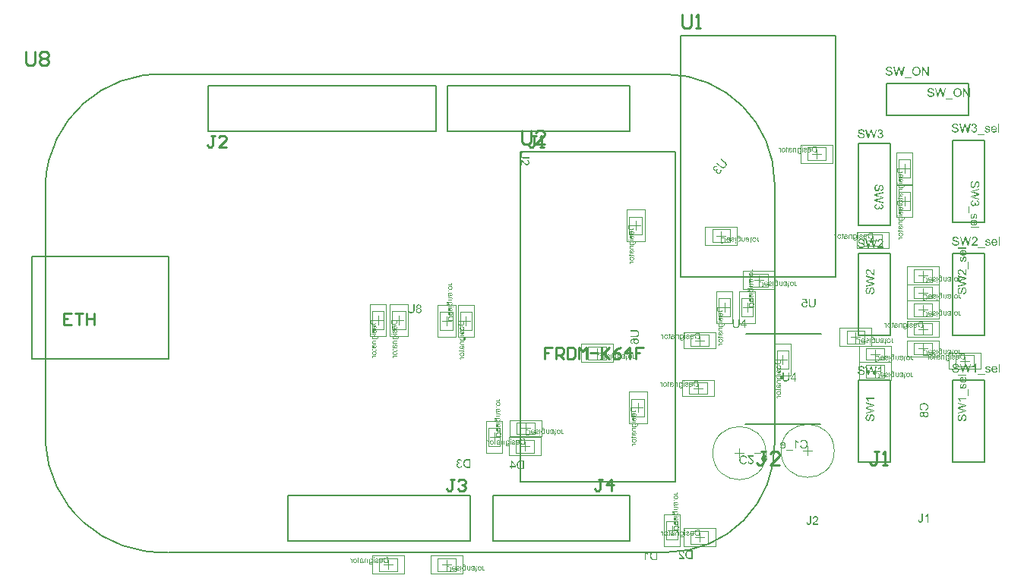
<source format=gto>
G04*
G04 #@! TF.GenerationSoftware,Altium Limited,Altium Designer,22.5.1 (42)*
G04*
G04 Layer_Color=65535*
%FSLAX44Y44*%
%MOMM*%
G71*
G04*
G04 #@! TF.SameCoordinates,4653A562-2A09-4D4C-8BBB-8B5FA310EEDD*
G04*
G04*
G04 #@! TF.FilePolarity,Positive*
G04*
G01*
G75*
%ADD10C,0.1270*%
%ADD11C,0.1600*%
%ADD12C,0.2540*%
%ADD13C,0.0500*%
G36*
X2186442Y865636D02*
X2186541D01*
X2186809Y865608D01*
X2187105Y865566D01*
X2187415Y865495D01*
X2187753Y865411D01*
X2188063Y865298D01*
X2188077D01*
X2188105Y865284D01*
X2188148Y865256D01*
X2188204Y865227D01*
X2188345Y865157D01*
X2188528Y865030D01*
X2188740Y864889D01*
X2188951Y864706D01*
X2189149Y864494D01*
X2189332Y864255D01*
Y864241D01*
X2189346Y864227D01*
X2189374Y864184D01*
X2189402Y864142D01*
X2189473Y864001D01*
X2189557Y863818D01*
X2189656Y863592D01*
X2189727Y863324D01*
X2189797Y863042D01*
X2189825Y862732D01*
X2188585Y862634D01*
Y862648D01*
Y862676D01*
X2188571Y862718D01*
X2188557Y862789D01*
X2188514Y862944D01*
X2188458Y863155D01*
X2188373Y863381D01*
X2188246Y863606D01*
X2188091Y863818D01*
X2187894Y864015D01*
X2187866Y864029D01*
X2187795Y864085D01*
X2187654Y864170D01*
X2187471Y864255D01*
X2187231Y864339D01*
X2186949Y864424D01*
X2186597Y864480D01*
X2186202Y864494D01*
X2186005D01*
X2185920Y864480D01*
X2185808Y864466D01*
X2185554Y864438D01*
X2185272Y864382D01*
X2184990Y864311D01*
X2184722Y864198D01*
X2184609Y864128D01*
X2184497Y864057D01*
X2184469Y864043D01*
X2184412Y863987D01*
X2184328Y863888D01*
X2184243Y863775D01*
X2184144Y863620D01*
X2184060Y863451D01*
X2184003Y863254D01*
X2183975Y863028D01*
Y863000D01*
Y862944D01*
X2183989Y862845D01*
X2184017Y862732D01*
X2184060Y862591D01*
X2184130Y862450D01*
X2184215Y862309D01*
X2184342Y862168D01*
X2184356Y862154D01*
X2184426Y862112D01*
X2184483Y862070D01*
X2184539Y862041D01*
X2184624Y861999D01*
X2184722Y861943D01*
X2184849Y861900D01*
X2184990Y861844D01*
X2185145Y861788D01*
X2185328Y861717D01*
X2185526Y861661D01*
X2185751Y861590D01*
X2186005Y861534D01*
X2186287Y861463D01*
X2186301D01*
X2186358Y861449D01*
X2186442Y861435D01*
X2186541Y861407D01*
X2186668Y861379D01*
X2186823Y861337D01*
X2186978Y861294D01*
X2187147Y861252D01*
X2187513Y861153D01*
X2187866Y861055D01*
X2188035Y860998D01*
X2188190Y860942D01*
X2188331Y860900D01*
X2188444Y860843D01*
X2188458D01*
X2188486Y860829D01*
X2188528Y860801D01*
X2188585Y860773D01*
X2188740Y860688D01*
X2188923Y860575D01*
X2189135Y860420D01*
X2189346Y860251D01*
X2189543Y860054D01*
X2189713Y859842D01*
X2189727Y859814D01*
X2189783Y859744D01*
X2189839Y859617D01*
X2189924Y859448D01*
X2189995Y859250D01*
X2190065Y859011D01*
X2190107Y858743D01*
X2190121Y858461D01*
Y858447D01*
Y858433D01*
Y858390D01*
Y858334D01*
X2190093Y858179D01*
X2190065Y857981D01*
X2190009Y857756D01*
X2189938Y857516D01*
X2189825Y857263D01*
X2189670Y856995D01*
Y856981D01*
X2189656Y856966D01*
X2189586Y856882D01*
X2189487Y856755D01*
X2189346Y856614D01*
X2189163Y856445D01*
X2188937Y856262D01*
X2188683Y856093D01*
X2188387Y855938D01*
X2188373D01*
X2188345Y855923D01*
X2188303Y855909D01*
X2188246Y855881D01*
X2188162Y855853D01*
X2188063Y855811D01*
X2187838Y855754D01*
X2187570Y855684D01*
X2187246Y855613D01*
X2186893Y855571D01*
X2186512Y855557D01*
X2186287D01*
X2186174Y855571D01*
X2186047D01*
X2185906Y855585D01*
X2185737Y855599D01*
X2185385Y855656D01*
X2185018Y855712D01*
X2184652Y855811D01*
X2184299Y855938D01*
X2184285D01*
X2184257Y855952D01*
X2184215Y855980D01*
X2184158Y856008D01*
X2183989Y856093D01*
X2183792Y856219D01*
X2183566Y856389D01*
X2183327Y856586D01*
X2183101Y856826D01*
X2182890Y857093D01*
Y857107D01*
X2182861Y857136D01*
X2182847Y857178D01*
X2182805Y857234D01*
X2182777Y857305D01*
X2182735Y857389D01*
X2182636Y857601D01*
X2182537Y857869D01*
X2182453Y858165D01*
X2182396Y858503D01*
X2182368Y858856D01*
X2183580Y858968D01*
Y858954D01*
Y858940D01*
X2183594Y858898D01*
Y858841D01*
X2183623Y858715D01*
X2183665Y858531D01*
X2183721Y858348D01*
X2183778Y858137D01*
X2183876Y857939D01*
X2183975Y857756D01*
X2183989Y857742D01*
X2184031Y857685D01*
X2184102Y857587D01*
X2184215Y857488D01*
X2184356Y857361D01*
X2184511Y857234D01*
X2184722Y857107D01*
X2184948Y856995D01*
X2184962D01*
X2184976Y856981D01*
X2185018Y856966D01*
X2185060Y856952D01*
X2185202Y856910D01*
X2185385Y856854D01*
X2185610Y856797D01*
X2185864Y856755D01*
X2186146Y856727D01*
X2186456Y856713D01*
X2186583D01*
X2186724Y856727D01*
X2186893Y856741D01*
X2187090Y856769D01*
X2187316Y856797D01*
X2187542Y856854D01*
X2187753Y856924D01*
X2187781Y856938D01*
X2187852Y856966D01*
X2187950Y857023D01*
X2188077Y857079D01*
X2188204Y857178D01*
X2188345Y857277D01*
X2188486Y857389D01*
X2188599Y857530D01*
X2188613Y857544D01*
X2188641Y857601D01*
X2188683Y857671D01*
X2188740Y857784D01*
X2188796Y857897D01*
X2188839Y858038D01*
X2188867Y858193D01*
X2188881Y858362D01*
Y858376D01*
Y858447D01*
X2188867Y858531D01*
X2188853Y858644D01*
X2188810Y858757D01*
X2188768Y858898D01*
X2188698Y859039D01*
X2188599Y859166D01*
X2188585Y859180D01*
X2188542Y859222D01*
X2188486Y859278D01*
X2188387Y859363D01*
X2188275Y859448D01*
X2188120Y859546D01*
X2187936Y859645D01*
X2187725Y859730D01*
X2187711Y859744D01*
X2187640Y859758D01*
X2187527Y859800D01*
X2187457Y859814D01*
X2187358Y859842D01*
X2187260Y859885D01*
X2187133Y859913D01*
X2186992Y859955D01*
X2186823Y859997D01*
X2186653Y860040D01*
X2186456Y860096D01*
X2186231Y860153D01*
X2185991Y860209D01*
X2185977D01*
X2185934Y860223D01*
X2185864Y860237D01*
X2185780Y860265D01*
X2185667Y860293D01*
X2185540Y860322D01*
X2185258Y860406D01*
X2184948Y860505D01*
X2184624Y860604D01*
X2184342Y860702D01*
X2184215Y860759D01*
X2184102Y860815D01*
X2184088D01*
X2184074Y860829D01*
X2183989Y860885D01*
X2183862Y860956D01*
X2183721Y861069D01*
X2183552Y861196D01*
X2183383Y861351D01*
X2183214Y861534D01*
X2183073Y861731D01*
X2183059Y861759D01*
X2183017Y861830D01*
X2182960Y861943D01*
X2182904Y862084D01*
X2182847Y862267D01*
X2182791Y862478D01*
X2182749Y862704D01*
X2182735Y862944D01*
Y862958D01*
Y862972D01*
Y863014D01*
Y863071D01*
X2182763Y863212D01*
X2182791Y863395D01*
X2182833Y863606D01*
X2182904Y863846D01*
X2183002Y864085D01*
X2183143Y864325D01*
Y864339D01*
X2183157Y864353D01*
X2183228Y864438D01*
X2183327Y864551D01*
X2183454Y864692D01*
X2183623Y864847D01*
X2183834Y865016D01*
X2184088Y865171D01*
X2184370Y865312D01*
X2184384D01*
X2184412Y865326D01*
X2184454Y865340D01*
X2184511Y865368D01*
X2184581Y865396D01*
X2184680Y865425D01*
X2184891Y865481D01*
X2185159Y865537D01*
X2185469Y865594D01*
X2185794Y865636D01*
X2186160Y865650D01*
X2186343D01*
X2186442Y865636D01*
D02*
G37*
G36*
X2230622Y855726D02*
X2229283D01*
X2224180Y863381D01*
Y855726D01*
X2222939D01*
Y865481D01*
X2224264D01*
X2229382Y857812D01*
Y865481D01*
X2230622D01*
Y855726D01*
D02*
G37*
G36*
X2200877D02*
X2199609D01*
X2197565Y863155D01*
Y863169D01*
X2197551Y863197D01*
X2197536Y863240D01*
X2197522Y863310D01*
X2197480Y863465D01*
X2197438Y863649D01*
X2197381Y863846D01*
X2197325Y864029D01*
X2197283Y864184D01*
X2197269Y864255D01*
X2197254Y864297D01*
Y864283D01*
X2197240Y864269D01*
X2197226Y864184D01*
X2197198Y864057D01*
X2197156Y863902D01*
X2197113Y863733D01*
X2197057Y863536D01*
X2197015Y863338D01*
X2196958Y863155D01*
X2194900Y855726D01*
X2193547D01*
X2190995Y865481D01*
X2192335D01*
X2193787Y859081D01*
Y859067D01*
X2193801Y859039D01*
X2193815Y858982D01*
X2193829Y858912D01*
X2193843Y858813D01*
X2193871Y858715D01*
X2193899Y858588D01*
X2193927Y858447D01*
X2193998Y858151D01*
X2194068Y857812D01*
X2194139Y857446D01*
X2194209Y857079D01*
Y857093D01*
X2194224Y857150D01*
X2194252Y857220D01*
X2194266Y857333D01*
X2194294Y857446D01*
X2194336Y857587D01*
X2194407Y857897D01*
X2194491Y858207D01*
X2194520Y858362D01*
X2194562Y858503D01*
X2194590Y858630D01*
X2194618Y858743D01*
X2194646Y858827D01*
X2194661Y858884D01*
X2196507Y865481D01*
X2198072D01*
X2199454Y860533D01*
Y860519D01*
X2199482Y860449D01*
X2199510Y860350D01*
X2199538Y860223D01*
X2199580Y860054D01*
X2199637Y859871D01*
X2199693Y859659D01*
X2199750Y859419D01*
X2199820Y859152D01*
X2199877Y858884D01*
X2200003Y858306D01*
X2200130Y857700D01*
X2200229Y857079D01*
Y857093D01*
X2200243Y857122D01*
Y857178D01*
X2200271Y857249D01*
X2200285Y857333D01*
X2200314Y857432D01*
X2200328Y857559D01*
X2200370Y857700D01*
X2200440Y858010D01*
X2200525Y858376D01*
X2200609Y858771D01*
X2200722Y859208D01*
X2202245Y865481D01*
X2203556D01*
X2200877Y855726D01*
D02*
G37*
G36*
X2216849Y865636D02*
X2216976D01*
X2217103Y865622D01*
X2217272Y865594D01*
X2217441Y865566D01*
X2217808Y865495D01*
X2218231Y865382D01*
X2218640Y865213D01*
X2218851Y865115D01*
X2219062Y865002D01*
X2219077Y864988D01*
X2219105Y864974D01*
X2219161Y864931D01*
X2219246Y864889D01*
X2219330Y864819D01*
X2219443Y864734D01*
X2219683Y864537D01*
X2219937Y864283D01*
X2220218Y863973D01*
X2220486Y863606D01*
X2220712Y863197D01*
Y863183D01*
X2220740Y863141D01*
X2220768Y863085D01*
X2220796Y863000D01*
X2220853Y862887D01*
X2220895Y862760D01*
X2220952Y862605D01*
X2221008Y862436D01*
X2221050Y862253D01*
X2221107Y862056D01*
X2221163Y861830D01*
X2221205Y861604D01*
X2221262Y861111D01*
X2221290Y860575D01*
Y860561D01*
Y860505D01*
Y860434D01*
X2221276Y860322D01*
Y860195D01*
X2221262Y860040D01*
X2221233Y859871D01*
X2221219Y859687D01*
X2221149Y859278D01*
X2221036Y858827D01*
X2220881Y858376D01*
X2220796Y858151D01*
X2220684Y857925D01*
Y857911D01*
X2220656Y857869D01*
X2220627Y857812D01*
X2220571Y857728D01*
X2220515Y857629D01*
X2220444Y857530D01*
X2220247Y857263D01*
X2220007Y856981D01*
X2219725Y856685D01*
X2219387Y856403D01*
X2218992Y856149D01*
X2218978D01*
X2218950Y856121D01*
X2218879Y856093D01*
X2218795Y856050D01*
X2218696Y856008D01*
X2218583Y855966D01*
X2218442Y855909D01*
X2218287Y855853D01*
X2218118Y855797D01*
X2217935Y855740D01*
X2217526Y855656D01*
X2217089Y855585D01*
X2216624Y855557D01*
X2216483D01*
X2216398Y855571D01*
X2216271D01*
X2216130Y855599D01*
X2215975Y855613D01*
X2215792Y855641D01*
X2215411Y855726D01*
X2215003Y855839D01*
X2214580Y856008D01*
X2214368Y856107D01*
X2214157Y856219D01*
X2214143Y856234D01*
X2214114Y856248D01*
X2214058Y856290D01*
X2213974Y856346D01*
X2213889Y856403D01*
X2213790Y856487D01*
X2213551Y856699D01*
X2213283Y856952D01*
X2213001Y857263D01*
X2212747Y857615D01*
X2212507Y858024D01*
Y858038D01*
X2212479Y858080D01*
X2212451Y858137D01*
X2212423Y858221D01*
X2212381Y858334D01*
X2212338Y858461D01*
X2212282Y858602D01*
X2212240Y858757D01*
X2212183Y858940D01*
X2212127Y859123D01*
X2212042Y859546D01*
X2211986Y859983D01*
X2211958Y860463D01*
Y860477D01*
Y860491D01*
Y860575D01*
X2211972Y860702D01*
Y860871D01*
X2212000Y861069D01*
X2212028Y861308D01*
X2212070Y861576D01*
X2212127Y861858D01*
X2212183Y862154D01*
X2212268Y862464D01*
X2212381Y862775D01*
X2212507Y863099D01*
X2212648Y863409D01*
X2212832Y863719D01*
X2213029Y864001D01*
X2213255Y864269D01*
X2213269Y864283D01*
X2213311Y864325D01*
X2213396Y864396D01*
X2213494Y864480D01*
X2213621Y864593D01*
X2213776Y864706D01*
X2213959Y864833D01*
X2214171Y864959D01*
X2214396Y865086D01*
X2214650Y865213D01*
X2214932Y865326D01*
X2215228Y865439D01*
X2215552Y865523D01*
X2215891Y865594D01*
X2216243Y865636D01*
X2216624Y865650D01*
X2216751D01*
X2216849Y865636D01*
D02*
G37*
G36*
X2211436Y853019D02*
X2203499D01*
Y853879D01*
X2211436D01*
Y853019D01*
D02*
G37*
G36*
X2232858Y841722D02*
X2232955D01*
X2233219Y841694D01*
X2233510Y841653D01*
X2233815Y841583D01*
X2234148Y841500D01*
X2234453Y841389D01*
X2234467D01*
X2234494Y841376D01*
X2234536Y841348D01*
X2234592Y841320D01*
X2234730Y841251D01*
X2234910Y841126D01*
X2235119Y840987D01*
X2235327Y840807D01*
X2235521Y840599D01*
X2235701Y840363D01*
Y840349D01*
X2235715Y840335D01*
X2235743Y840294D01*
X2235770Y840252D01*
X2235840Y840114D01*
X2235923Y839933D01*
X2236020Y839711D01*
X2236089Y839448D01*
X2236159Y839170D01*
X2236186Y838865D01*
X2234966Y838768D01*
Y838782D01*
Y838810D01*
X2234952Y838851D01*
X2234938Y838921D01*
X2234897Y839073D01*
X2234841Y839281D01*
X2234758Y839503D01*
X2234633Y839725D01*
X2234481Y839933D01*
X2234286Y840127D01*
X2234259Y840141D01*
X2234189Y840197D01*
X2234051Y840280D01*
X2233870Y840363D01*
X2233635Y840446D01*
X2233357Y840529D01*
X2233011Y840585D01*
X2232622Y840599D01*
X2232428D01*
X2232345Y840585D01*
X2232234Y840571D01*
X2231984Y840543D01*
X2231707Y840488D01*
X2231429Y840419D01*
X2231166Y840308D01*
X2231055Y840238D01*
X2230944Y840169D01*
X2230916Y840155D01*
X2230861Y840100D01*
X2230778Y840003D01*
X2230694Y839892D01*
X2230597Y839739D01*
X2230514Y839573D01*
X2230459Y839379D01*
X2230431Y839157D01*
Y839129D01*
Y839073D01*
X2230445Y838976D01*
X2230473Y838865D01*
X2230514Y838727D01*
X2230583Y838588D01*
X2230667Y838449D01*
X2230792Y838311D01*
X2230805Y838297D01*
X2230875Y838255D01*
X2230930Y838214D01*
X2230986Y838186D01*
X2231069Y838144D01*
X2231166Y838089D01*
X2231291Y838047D01*
X2231429Y837992D01*
X2231582Y837936D01*
X2231762Y837867D01*
X2231956Y837811D01*
X2232178Y837742D01*
X2232428Y837686D01*
X2232705Y837617D01*
X2232719D01*
X2232775Y837603D01*
X2232858Y837589D01*
X2232955Y837562D01*
X2233080Y837534D01*
X2233232Y837492D01*
X2233385Y837451D01*
X2233551Y837409D01*
X2233912Y837312D01*
X2234259Y837215D01*
X2234425Y837160D01*
X2234578Y837104D01*
X2234716Y837062D01*
X2234827Y837007D01*
X2234841D01*
X2234869Y836993D01*
X2234910Y836965D01*
X2234966Y836938D01*
X2235119Y836854D01*
X2235299Y836743D01*
X2235507Y836591D01*
X2235715Y836424D01*
X2235909Y836230D01*
X2236075Y836022D01*
X2236089Y835995D01*
X2236145Y835925D01*
X2236200Y835800D01*
X2236284Y835634D01*
X2236353Y835440D01*
X2236422Y835204D01*
X2236464Y834941D01*
X2236478Y834663D01*
Y834649D01*
Y834635D01*
Y834594D01*
Y834538D01*
X2236450Y834386D01*
X2236422Y834192D01*
X2236367Y833970D01*
X2236297Y833734D01*
X2236186Y833484D01*
X2236034Y833221D01*
Y833207D01*
X2236020Y833193D01*
X2235951Y833110D01*
X2235853Y832985D01*
X2235715Y832846D01*
X2235535Y832680D01*
X2235313Y832500D01*
X2235063Y832333D01*
X2234772Y832181D01*
X2234758D01*
X2234730Y832167D01*
X2234689Y832153D01*
X2234633Y832125D01*
X2234550Y832097D01*
X2234453Y832056D01*
X2234231Y832001D01*
X2233967Y831931D01*
X2233649Y831862D01*
X2233302Y831820D01*
X2232927Y831806D01*
X2232705D01*
X2232594Y831820D01*
X2232470D01*
X2232331Y831834D01*
X2232164Y831848D01*
X2231818Y831903D01*
X2231457Y831959D01*
X2231097Y832056D01*
X2230750Y832181D01*
X2230736D01*
X2230708Y832195D01*
X2230667Y832222D01*
X2230611Y832250D01*
X2230445Y832333D01*
X2230251Y832458D01*
X2230029Y832625D01*
X2229793Y832819D01*
X2229571Y833055D01*
X2229363Y833318D01*
Y833332D01*
X2229335Y833360D01*
X2229321Y833401D01*
X2229280Y833457D01*
X2229252Y833526D01*
X2229211Y833609D01*
X2229113Y833817D01*
X2229016Y834081D01*
X2228933Y834372D01*
X2228878Y834705D01*
X2228850Y835051D01*
X2230043Y835163D01*
Y835149D01*
Y835135D01*
X2230057Y835093D01*
Y835038D01*
X2230084Y834913D01*
X2230126Y834733D01*
X2230181Y834552D01*
X2230237Y834344D01*
X2230334Y834150D01*
X2230431Y833970D01*
X2230445Y833956D01*
X2230486Y833900D01*
X2230556Y833803D01*
X2230667Y833706D01*
X2230805Y833581D01*
X2230958Y833457D01*
X2231166Y833332D01*
X2231388Y833221D01*
X2231402D01*
X2231416Y833207D01*
X2231457Y833193D01*
X2231499Y833179D01*
X2231638Y833138D01*
X2231818Y833082D01*
X2232040Y833027D01*
X2232289Y832985D01*
X2232567Y832957D01*
X2232872Y832943D01*
X2232997D01*
X2233135Y832957D01*
X2233302Y832971D01*
X2233496Y832999D01*
X2233718Y833027D01*
X2233940Y833082D01*
X2234148Y833151D01*
X2234176Y833165D01*
X2234245Y833193D01*
X2234342Y833249D01*
X2234467Y833304D01*
X2234592Y833401D01*
X2234730Y833498D01*
X2234869Y833609D01*
X2234980Y833748D01*
X2234994Y833762D01*
X2235021Y833817D01*
X2235063Y833887D01*
X2235119Y833997D01*
X2235174Y834109D01*
X2235216Y834247D01*
X2235243Y834400D01*
X2235257Y834566D01*
Y834580D01*
Y834649D01*
X2235243Y834733D01*
X2235229Y834844D01*
X2235188Y834954D01*
X2235146Y835093D01*
X2235077Y835232D01*
X2234980Y835357D01*
X2234966Y835370D01*
X2234924Y835412D01*
X2234869Y835468D01*
X2234772Y835551D01*
X2234661Y835634D01*
X2234508Y835731D01*
X2234328Y835828D01*
X2234120Y835911D01*
X2234106Y835925D01*
X2234037Y835939D01*
X2233926Y835981D01*
X2233857Y835995D01*
X2233759Y836022D01*
X2233662Y836064D01*
X2233537Y836092D01*
X2233399Y836133D01*
X2233232Y836175D01*
X2233066Y836217D01*
X2232872Y836272D01*
X2232650Y836327D01*
X2232414Y836383D01*
X2232400D01*
X2232359Y836397D01*
X2232289Y836411D01*
X2232206Y836438D01*
X2232095Y836466D01*
X2231970Y836494D01*
X2231693Y836577D01*
X2231388Y836674D01*
X2231069Y836771D01*
X2230792Y836868D01*
X2230667Y836924D01*
X2230556Y836979D01*
X2230542D01*
X2230528Y836993D01*
X2230445Y837049D01*
X2230320Y837118D01*
X2230181Y837229D01*
X2230015Y837354D01*
X2229848Y837506D01*
X2229682Y837686D01*
X2229543Y837881D01*
X2229530Y837908D01*
X2229488Y837978D01*
X2229433Y838089D01*
X2229377Y838227D01*
X2229321Y838408D01*
X2229266Y838616D01*
X2229224Y838838D01*
X2229211Y839073D01*
Y839087D01*
Y839101D01*
Y839143D01*
Y839198D01*
X2229238Y839337D01*
X2229266Y839517D01*
X2229308Y839725D01*
X2229377Y839961D01*
X2229474Y840197D01*
X2229613Y840433D01*
Y840446D01*
X2229627Y840460D01*
X2229696Y840543D01*
X2229793Y840654D01*
X2229918Y840793D01*
X2230084Y840946D01*
X2230292Y841112D01*
X2230542Y841265D01*
X2230819Y841403D01*
X2230833D01*
X2230861Y841417D01*
X2230903Y841431D01*
X2230958Y841459D01*
X2231027Y841487D01*
X2231124Y841514D01*
X2231332Y841570D01*
X2231596Y841625D01*
X2231901Y841681D01*
X2232220Y841722D01*
X2232581Y841736D01*
X2232761D01*
X2232858Y841722D01*
D02*
G37*
G36*
X2276322Y831973D02*
X2275004D01*
X2269984Y839503D01*
Y831973D01*
X2268763D01*
Y841570D01*
X2270067D01*
X2275101Y834025D01*
Y841570D01*
X2276322D01*
Y831973D01*
D02*
G37*
G36*
X2247059D02*
X2245811D01*
X2243800Y839281D01*
Y839295D01*
X2243786Y839323D01*
X2243772Y839365D01*
X2243759Y839434D01*
X2243717Y839586D01*
X2243675Y839767D01*
X2243620Y839961D01*
X2243564Y840141D01*
X2243523Y840294D01*
X2243509Y840363D01*
X2243495Y840405D01*
Y840391D01*
X2243481Y840377D01*
X2243467Y840294D01*
X2243440Y840169D01*
X2243398Y840016D01*
X2243356Y839850D01*
X2243301Y839656D01*
X2243259Y839462D01*
X2243204Y839281D01*
X2241179Y831973D01*
X2239848D01*
X2237337Y841570D01*
X2238655D01*
X2240083Y835273D01*
Y835259D01*
X2240097Y835232D01*
X2240111Y835176D01*
X2240125Y835107D01*
X2240139Y835010D01*
X2240167Y834913D01*
X2240194Y834788D01*
X2240222Y834649D01*
X2240291Y834358D01*
X2240361Y834025D01*
X2240430Y833665D01*
X2240500Y833304D01*
Y833318D01*
X2240513Y833373D01*
X2240541Y833443D01*
X2240555Y833554D01*
X2240583Y833665D01*
X2240624Y833803D01*
X2240694Y834109D01*
X2240777Y834414D01*
X2240805Y834566D01*
X2240846Y834705D01*
X2240874Y834830D01*
X2240902Y834941D01*
X2240929Y835024D01*
X2240943Y835079D01*
X2242760Y841570D01*
X2244299D01*
X2245659Y836702D01*
Y836688D01*
X2245686Y836619D01*
X2245714Y836522D01*
X2245742Y836397D01*
X2245783Y836230D01*
X2245839Y836050D01*
X2245894Y835842D01*
X2245950Y835606D01*
X2246019Y835343D01*
X2246075Y835079D01*
X2246199Y834511D01*
X2246324Y833914D01*
X2246421Y833304D01*
Y833318D01*
X2246435Y833346D01*
Y833401D01*
X2246463Y833471D01*
X2246477Y833554D01*
X2246505Y833651D01*
X2246518Y833776D01*
X2246560Y833914D01*
X2246629Y834219D01*
X2246712Y834580D01*
X2246796Y834968D01*
X2246907Y835398D01*
X2248404Y841570D01*
X2249694D01*
X2247059Y831973D01*
D02*
G37*
G36*
X2262772Y841722D02*
X2262897D01*
X2263022Y841708D01*
X2263188Y841681D01*
X2263355Y841653D01*
X2263715Y841583D01*
X2264131Y841473D01*
X2264533Y841306D01*
X2264741Y841209D01*
X2264949Y841098D01*
X2264963Y841084D01*
X2264991Y841070D01*
X2265047Y841029D01*
X2265130Y840987D01*
X2265213Y840918D01*
X2265324Y840835D01*
X2265560Y840640D01*
X2265809Y840391D01*
X2266087Y840086D01*
X2266350Y839725D01*
X2266572Y839323D01*
Y839309D01*
X2266600Y839268D01*
X2266628Y839212D01*
X2266655Y839129D01*
X2266711Y839018D01*
X2266752Y838893D01*
X2266808Y838740D01*
X2266863Y838574D01*
X2266905Y838394D01*
X2266960Y838200D01*
X2267016Y837978D01*
X2267057Y837756D01*
X2267113Y837271D01*
X2267141Y836743D01*
Y836730D01*
Y836674D01*
Y836605D01*
X2267127Y836494D01*
Y836369D01*
X2267113Y836217D01*
X2267085Y836050D01*
X2267071Y835870D01*
X2267002Y835468D01*
X2266891Y835024D01*
X2266738Y834580D01*
X2266655Y834358D01*
X2266544Y834136D01*
Y834122D01*
X2266517Y834081D01*
X2266489Y834025D01*
X2266433Y833942D01*
X2266378Y833845D01*
X2266308Y833748D01*
X2266114Y833484D01*
X2265879Y833207D01*
X2265601Y832916D01*
X2265268Y832638D01*
X2264880Y832389D01*
X2264866D01*
X2264839Y832361D01*
X2264769Y832333D01*
X2264686Y832292D01*
X2264589Y832250D01*
X2264478Y832208D01*
X2264339Y832153D01*
X2264187Y832097D01*
X2264020Y832042D01*
X2263840Y831987D01*
X2263438Y831903D01*
X2263008Y831834D01*
X2262550Y831806D01*
X2262411D01*
X2262328Y831820D01*
X2262204D01*
X2262065Y831848D01*
X2261912Y831862D01*
X2261732Y831889D01*
X2261358Y831973D01*
X2260955Y832084D01*
X2260539Y832250D01*
X2260331Y832347D01*
X2260123Y832458D01*
X2260109Y832472D01*
X2260082Y832486D01*
X2260026Y832527D01*
X2259943Y832583D01*
X2259860Y832638D01*
X2259763Y832722D01*
X2259527Y832930D01*
X2259263Y833179D01*
X2258986Y833484D01*
X2258736Y833831D01*
X2258501Y834233D01*
Y834247D01*
X2258473Y834289D01*
X2258445Y834344D01*
X2258417Y834427D01*
X2258376Y834538D01*
X2258334Y834663D01*
X2258279Y834802D01*
X2258237Y834954D01*
X2258182Y835135D01*
X2258126Y835315D01*
X2258043Y835731D01*
X2257988Y836161D01*
X2257960Y836633D01*
Y836646D01*
Y836660D01*
Y836743D01*
X2257974Y836868D01*
Y837035D01*
X2258001Y837229D01*
X2258029Y837465D01*
X2258071Y837728D01*
X2258126Y838006D01*
X2258182Y838297D01*
X2258265Y838602D01*
X2258376Y838907D01*
X2258501Y839226D01*
X2258639Y839531D01*
X2258820Y839836D01*
X2259014Y840114D01*
X2259236Y840377D01*
X2259250Y840391D01*
X2259291Y840433D01*
X2259374Y840502D01*
X2259471Y840585D01*
X2259596Y840696D01*
X2259749Y840807D01*
X2259929Y840932D01*
X2260137Y841057D01*
X2260359Y841181D01*
X2260609Y841306D01*
X2260886Y841417D01*
X2261177Y841528D01*
X2261496Y841611D01*
X2261829Y841681D01*
X2262176Y841722D01*
X2262550Y841736D01*
X2262675D01*
X2262772Y841722D01*
D02*
G37*
G36*
X2257447Y829310D02*
X2249639D01*
Y830156D01*
X2257447D01*
Y829310D01*
D02*
G37*
G36*
X2260102Y802136D02*
X2260201D01*
X2260469Y802108D01*
X2260765Y802066D01*
X2261075Y801995D01*
X2261413Y801911D01*
X2261723Y801798D01*
X2261737D01*
X2261765Y801784D01*
X2261808Y801756D01*
X2261864Y801727D01*
X2262005Y801657D01*
X2262188Y801530D01*
X2262400Y801389D01*
X2262611Y801206D01*
X2262809Y800994D01*
X2262992Y800755D01*
Y800741D01*
X2263006Y800726D01*
X2263034Y800684D01*
X2263062Y800642D01*
X2263133Y800501D01*
X2263217Y800318D01*
X2263316Y800092D01*
X2263387Y799824D01*
X2263457Y799542D01*
X2263485Y799232D01*
X2262245Y799134D01*
Y799148D01*
Y799176D01*
X2262231Y799218D01*
X2262217Y799289D01*
X2262174Y799444D01*
X2262118Y799655D01*
X2262033Y799881D01*
X2261906Y800106D01*
X2261751Y800318D01*
X2261554Y800515D01*
X2261526Y800529D01*
X2261455Y800585D01*
X2261314Y800670D01*
X2261131Y800755D01*
X2260892Y800839D01*
X2260609Y800924D01*
X2260257Y800980D01*
X2259862Y800994D01*
X2259665D01*
X2259580Y800980D01*
X2259468Y800966D01*
X2259214Y800938D01*
X2258932Y800882D01*
X2258650Y800811D01*
X2258382Y800698D01*
X2258269Y800628D01*
X2258157Y800557D01*
X2258129Y800543D01*
X2258072Y800487D01*
X2257988Y800388D01*
X2257903Y800275D01*
X2257804Y800120D01*
X2257720Y799951D01*
X2257663Y799754D01*
X2257635Y799528D01*
Y799500D01*
Y799444D01*
X2257649Y799345D01*
X2257677Y799232D01*
X2257720Y799091D01*
X2257790Y798950D01*
X2257875Y798809D01*
X2258002Y798668D01*
X2258016Y798654D01*
X2258086Y798612D01*
X2258143Y798570D01*
X2258199Y798541D01*
X2258284Y798499D01*
X2258382Y798443D01*
X2258509Y798400D01*
X2258650Y798344D01*
X2258805Y798288D01*
X2258988Y798217D01*
X2259186Y798161D01*
X2259411Y798090D01*
X2259665Y798034D01*
X2259947Y797963D01*
X2259961D01*
X2260018Y797949D01*
X2260102Y797935D01*
X2260201Y797907D01*
X2260328Y797879D01*
X2260483Y797837D01*
X2260638Y797794D01*
X2260807Y797752D01*
X2261173Y797653D01*
X2261526Y797555D01*
X2261695Y797498D01*
X2261850Y797442D01*
X2261991Y797400D01*
X2262104Y797343D01*
X2262118D01*
X2262146Y797329D01*
X2262188Y797301D01*
X2262245Y797273D01*
X2262400Y797188D01*
X2262583Y797075D01*
X2262795Y796920D01*
X2263006Y796751D01*
X2263203Y796554D01*
X2263372Y796342D01*
X2263387Y796314D01*
X2263443Y796244D01*
X2263499Y796117D01*
X2263584Y795948D01*
X2263654Y795750D01*
X2263725Y795511D01*
X2263767Y795243D01*
X2263781Y794961D01*
Y794947D01*
Y794933D01*
Y794890D01*
Y794834D01*
X2263753Y794679D01*
X2263725Y794482D01*
X2263669Y794256D01*
X2263598Y794016D01*
X2263485Y793763D01*
X2263330Y793495D01*
Y793481D01*
X2263316Y793466D01*
X2263246Y793382D01*
X2263147Y793255D01*
X2263006Y793114D01*
X2262823Y792945D01*
X2262597Y792762D01*
X2262343Y792592D01*
X2262047Y792438D01*
X2262033D01*
X2262005Y792423D01*
X2261963Y792409D01*
X2261906Y792381D01*
X2261822Y792353D01*
X2261723Y792311D01*
X2261498Y792254D01*
X2261230Y792184D01*
X2260906Y792113D01*
X2260553Y792071D01*
X2260172Y792057D01*
X2259947D01*
X2259834Y792071D01*
X2259707D01*
X2259566Y792085D01*
X2259397Y792099D01*
X2259045Y792156D01*
X2258678Y792212D01*
X2258312Y792311D01*
X2257959Y792438D01*
X2257945D01*
X2257917Y792452D01*
X2257875Y792480D01*
X2257818Y792508D01*
X2257649Y792592D01*
X2257452Y792719D01*
X2257226Y792889D01*
X2256987Y793086D01*
X2256761Y793326D01*
X2256550Y793593D01*
Y793607D01*
X2256521Y793636D01*
X2256507Y793678D01*
X2256465Y793734D01*
X2256437Y793805D01*
X2256395Y793889D01*
X2256296Y794101D01*
X2256197Y794369D01*
X2256113Y794665D01*
X2256056Y795003D01*
X2256028Y795356D01*
X2257240Y795468D01*
Y795454D01*
Y795440D01*
X2257254Y795398D01*
Y795341D01*
X2257283Y795215D01*
X2257325Y795031D01*
X2257381Y794848D01*
X2257438Y794637D01*
X2257536Y794439D01*
X2257635Y794256D01*
X2257649Y794242D01*
X2257691Y794185D01*
X2257762Y794087D01*
X2257875Y793988D01*
X2258016Y793861D01*
X2258171Y793734D01*
X2258382Y793607D01*
X2258608Y793495D01*
X2258622D01*
X2258636Y793481D01*
X2258678Y793466D01*
X2258721Y793452D01*
X2258862Y793410D01*
X2259045Y793354D01*
X2259270Y793297D01*
X2259524Y793255D01*
X2259806Y793227D01*
X2260116Y793213D01*
X2260243D01*
X2260384Y793227D01*
X2260553Y793241D01*
X2260750Y793269D01*
X2260976Y793297D01*
X2261202Y793354D01*
X2261413Y793424D01*
X2261441Y793438D01*
X2261512Y793466D01*
X2261610Y793523D01*
X2261737Y793579D01*
X2261864Y793678D01*
X2262005Y793777D01*
X2262146Y793889D01*
X2262259Y794030D01*
X2262273Y794044D01*
X2262301Y794101D01*
X2262343Y794171D01*
X2262400Y794284D01*
X2262456Y794397D01*
X2262498Y794538D01*
X2262527Y794693D01*
X2262541Y794862D01*
Y794876D01*
Y794947D01*
X2262527Y795031D01*
X2262513Y795144D01*
X2262470Y795257D01*
X2262428Y795398D01*
X2262358Y795539D01*
X2262259Y795666D01*
X2262245Y795680D01*
X2262202Y795722D01*
X2262146Y795778D01*
X2262047Y795863D01*
X2261935Y795948D01*
X2261780Y796046D01*
X2261596Y796145D01*
X2261385Y796229D01*
X2261371Y796244D01*
X2261300Y796258D01*
X2261187Y796300D01*
X2261117Y796314D01*
X2261018Y796342D01*
X2260920Y796385D01*
X2260793Y796413D01*
X2260652Y796455D01*
X2260483Y796497D01*
X2260314Y796540D01*
X2260116Y796596D01*
X2259891Y796653D01*
X2259651Y796709D01*
X2259637D01*
X2259595Y796723D01*
X2259524Y796737D01*
X2259440Y796765D01*
X2259327Y796793D01*
X2259200Y796822D01*
X2258918Y796906D01*
X2258608Y797005D01*
X2258284Y797104D01*
X2258002Y797202D01*
X2257875Y797259D01*
X2257762Y797315D01*
X2257748D01*
X2257734Y797329D01*
X2257649Y797385D01*
X2257522Y797456D01*
X2257381Y797569D01*
X2257212Y797696D01*
X2257043Y797851D01*
X2256874Y798034D01*
X2256733Y798231D01*
X2256719Y798260D01*
X2256676Y798330D01*
X2256620Y798443D01*
X2256564Y798584D01*
X2256507Y798767D01*
X2256451Y798979D01*
X2256409Y799204D01*
X2256395Y799444D01*
Y799458D01*
Y799472D01*
Y799514D01*
Y799570D01*
X2256423Y799712D01*
X2256451Y799895D01*
X2256493Y800106D01*
X2256564Y800346D01*
X2256662Y800585D01*
X2256803Y800825D01*
Y800839D01*
X2256817Y800853D01*
X2256888Y800938D01*
X2256987Y801051D01*
X2257113Y801192D01*
X2257283Y801347D01*
X2257494Y801516D01*
X2257748Y801671D01*
X2258030Y801812D01*
X2258044D01*
X2258072Y801826D01*
X2258114Y801840D01*
X2258171Y801868D01*
X2258241Y801897D01*
X2258340Y801925D01*
X2258551Y801981D01*
X2258819Y802038D01*
X2259129Y802094D01*
X2259454Y802136D01*
X2259820Y802150D01*
X2260003D01*
X2260102Y802136D01*
D02*
G37*
G36*
X2281290Y802009D02*
X2281473Y801981D01*
X2281699Y801939D01*
X2281952Y801868D01*
X2282206Y801784D01*
X2282460Y801671D01*
X2282474D01*
X2282488Y801657D01*
X2282573Y801615D01*
X2282699Y801530D01*
X2282841Y801431D01*
X2283010Y801290D01*
X2283179Y801135D01*
X2283348Y800952D01*
X2283489Y800741D01*
X2283503Y800712D01*
X2283545Y800642D01*
X2283602Y800515D01*
X2283672Y800360D01*
X2283743Y800177D01*
X2283799Y799965D01*
X2283841Y799726D01*
X2283855Y799486D01*
Y799458D01*
Y799373D01*
X2283841Y799260D01*
X2283813Y799105D01*
X2283771Y798922D01*
X2283700Y798725D01*
X2283616Y798527D01*
X2283503Y798330D01*
X2283489Y798302D01*
X2283447Y798245D01*
X2283362Y798147D01*
X2283249Y798034D01*
X2283108Y797907D01*
X2282939Y797766D01*
X2282742Y797639D01*
X2282502Y797512D01*
X2282516D01*
X2282545Y797498D01*
X2282587Y797484D01*
X2282643Y797470D01*
X2282798Y797414D01*
X2282996Y797329D01*
X2283221Y797216D01*
X2283447Y797075D01*
X2283658Y796892D01*
X2283855Y796681D01*
X2283870Y796653D01*
X2283926Y796568D01*
X2284010Y796427D01*
X2284095Y796244D01*
X2284180Y796018D01*
X2284264Y795750D01*
X2284321Y795440D01*
X2284335Y795102D01*
Y795088D01*
Y795045D01*
Y794975D01*
X2284321Y794890D01*
X2284307Y794778D01*
X2284278Y794651D01*
X2284250Y794510D01*
X2284222Y794355D01*
X2284109Y794016D01*
X2284025Y793833D01*
X2283940Y793664D01*
X2283827Y793481D01*
X2283700Y793297D01*
X2283559Y793114D01*
X2283390Y792945D01*
X2283376Y792931D01*
X2283348Y792903D01*
X2283292Y792860D01*
X2283221Y792804D01*
X2283136Y792734D01*
X2283024Y792663D01*
X2282897Y792578D01*
X2282742Y792508D01*
X2282587Y792423D01*
X2282404Y792339D01*
X2282220Y792268D01*
X2282009Y792198D01*
X2281783Y792141D01*
X2281544Y792099D01*
X2281304Y792071D01*
X2281036Y792057D01*
X2280909D01*
X2280825Y792071D01*
X2280712Y792085D01*
X2280585Y792099D01*
X2280444Y792127D01*
X2280289Y792156D01*
X2279951Y792240D01*
X2279598Y792381D01*
X2279415Y792466D01*
X2279246Y792564D01*
X2279077Y792691D01*
X2278907Y792818D01*
X2278893Y792832D01*
X2278865Y792860D01*
X2278823Y792903D01*
X2278781Y792959D01*
X2278710Y793029D01*
X2278640Y793128D01*
X2278555Y793227D01*
X2278470Y793354D01*
X2278386Y793495D01*
X2278301Y793636D01*
X2278146Y793974D01*
X2278019Y794369D01*
X2277977Y794580D01*
X2277949Y794806D01*
X2279147Y794961D01*
Y794947D01*
X2279161Y794919D01*
X2279175Y794862D01*
X2279189Y794792D01*
X2279203Y794707D01*
X2279232Y794608D01*
X2279302Y794397D01*
X2279401Y794143D01*
X2279528Y793904D01*
X2279669Y793678D01*
X2279838Y793481D01*
X2279866Y793466D01*
X2279922Y793410D01*
X2280035Y793340D01*
X2280176Y793269D01*
X2280345Y793185D01*
X2280557Y793114D01*
X2280796Y793058D01*
X2281050Y793044D01*
X2281135D01*
X2281191Y793058D01*
X2281346Y793072D01*
X2281544Y793114D01*
X2281769Y793185D01*
X2282009Y793283D01*
X2282248Y793424D01*
X2282474Y793622D01*
X2282502Y793650D01*
X2282573Y793734D01*
X2282657Y793861D01*
X2282770Y794030D01*
X2282883Y794242D01*
X2282967Y794482D01*
X2283038Y794763D01*
X2283066Y795074D01*
Y795088D01*
Y795116D01*
Y795158D01*
X2283052Y795215D01*
X2283038Y795370D01*
X2282996Y795553D01*
X2282939Y795778D01*
X2282841Y796004D01*
X2282699Y796229D01*
X2282516Y796441D01*
X2282488Y796469D01*
X2282418Y796526D01*
X2282305Y796610D01*
X2282150Y796709D01*
X2281952Y796807D01*
X2281713Y796892D01*
X2281445Y796948D01*
X2281149Y796977D01*
X2281022D01*
X2280923Y796963D01*
X2280796Y796948D01*
X2280656Y796920D01*
X2280486Y796892D01*
X2280303Y796850D01*
X2280444Y797907D01*
X2280515D01*
X2280571Y797893D01*
X2280754D01*
X2280909Y797921D01*
X2281093Y797949D01*
X2281304Y797992D01*
X2281544Y798062D01*
X2281769Y798161D01*
X2282009Y798288D01*
X2282023D01*
X2282037Y798302D01*
X2282107Y798358D01*
X2282206Y798457D01*
X2282319Y798584D01*
X2282432Y798767D01*
X2282530Y798979D01*
X2282601Y799218D01*
X2282629Y799359D01*
Y799514D01*
Y799528D01*
Y799542D01*
Y799627D01*
X2282601Y799740D01*
X2282573Y799895D01*
X2282516Y800064D01*
X2282446Y800247D01*
X2282333Y800431D01*
X2282178Y800600D01*
X2282164Y800614D01*
X2282093Y800670D01*
X2281995Y800741D01*
X2281868Y800825D01*
X2281699Y800896D01*
X2281501Y800966D01*
X2281276Y801022D01*
X2281022Y801037D01*
X2280909D01*
X2280782Y801008D01*
X2280613Y800980D01*
X2280430Y800924D01*
X2280247Y800853D01*
X2280049Y800741D01*
X2279866Y800600D01*
X2279852Y800585D01*
X2279796Y800515D01*
X2279711Y800416D01*
X2279612Y800275D01*
X2279514Y800092D01*
X2279415Y799867D01*
X2279330Y799599D01*
X2279274Y799289D01*
X2278076Y799500D01*
Y799514D01*
X2278090Y799556D01*
X2278104Y799613D01*
X2278118Y799697D01*
X2278146Y799796D01*
X2278188Y799909D01*
X2278273Y800177D01*
X2278414Y800487D01*
X2278583Y800797D01*
X2278795Y801093D01*
X2279062Y801361D01*
X2279077Y801375D01*
X2279105Y801389D01*
X2279147Y801417D01*
X2279203Y801460D01*
X2279274Y801516D01*
X2279373Y801572D01*
X2279471Y801629D01*
X2279598Y801699D01*
X2279880Y801812D01*
X2280204Y801925D01*
X2280585Y801995D01*
X2280782Y802023D01*
X2281135D01*
X2281290Y802009D01*
D02*
G37*
G36*
X2296049Y799444D02*
X2296261Y799430D01*
X2296486Y799401D01*
X2296726Y799345D01*
X2296980Y799289D01*
X2297219Y799204D01*
X2297233D01*
X2297248Y799190D01*
X2297318Y799162D01*
X2297431Y799105D01*
X2297572Y799035D01*
X2297727Y798936D01*
X2297882Y798823D01*
X2298023Y798697D01*
X2298150Y798556D01*
X2298164Y798541D01*
X2298192Y798485D01*
X2298248Y798386D01*
X2298319Y798274D01*
X2298389Y798104D01*
X2298460Y797921D01*
X2298516Y797710D01*
X2298573Y797470D01*
X2297403Y797315D01*
Y797343D01*
X2297389Y797400D01*
X2297360Y797498D01*
X2297318Y797625D01*
X2297248Y797752D01*
X2297163Y797893D01*
X2297064Y798034D01*
X2296923Y798161D01*
X2296909Y798175D01*
X2296853Y798203D01*
X2296768Y798260D01*
X2296642Y798316D01*
X2296501Y798372D01*
X2296317Y798429D01*
X2296092Y798457D01*
X2295852Y798471D01*
X2295711D01*
X2295570Y798457D01*
X2295387Y798443D01*
X2295204Y798400D01*
X2295006Y798358D01*
X2294823Y798288D01*
X2294668Y798189D01*
X2294654Y798175D01*
X2294612Y798147D01*
X2294555Y798090D01*
X2294499Y798006D01*
X2294428Y797921D01*
X2294372Y797808D01*
X2294330Y797682D01*
X2294315Y797555D01*
Y797541D01*
Y797512D01*
X2294330Y797470D01*
Y797414D01*
X2294372Y797273D01*
X2294456Y797132D01*
X2294471Y797118D01*
X2294485Y797104D01*
X2294513Y797061D01*
X2294569Y797019D01*
X2294626Y796977D01*
X2294710Y796920D01*
X2294809Y796878D01*
X2294922Y796822D01*
X2294936D01*
X2294964Y796807D01*
X2295020Y796793D01*
X2295119Y796751D01*
X2295260Y796709D01*
X2295443Y796667D01*
X2295556Y796624D01*
X2295683Y796596D01*
X2295824Y796554D01*
X2295979Y796512D01*
X2295993D01*
X2296035Y796497D01*
X2296106Y796483D01*
X2296190Y796455D01*
X2296289Y796427D01*
X2296416Y796399D01*
X2296684Y796314D01*
X2296980Y796229D01*
X2297276Y796131D01*
X2297544Y796032D01*
X2297656Y795990D01*
X2297755Y795948D01*
X2297783Y795934D01*
X2297840Y795905D01*
X2297924Y795863D01*
X2298051Y795792D01*
X2298178Y795708D01*
X2298305Y795595D01*
X2298432Y795468D01*
X2298545Y795327D01*
X2298559Y795313D01*
X2298587Y795257D01*
X2298643Y795172D01*
X2298700Y795045D01*
X2298742Y794890D01*
X2298798Y794721D01*
X2298826Y794524D01*
X2298841Y794298D01*
Y794270D01*
Y794200D01*
X2298826Y794087D01*
X2298798Y793932D01*
X2298756Y793763D01*
X2298685Y793579D01*
X2298601Y793368D01*
X2298488Y793170D01*
X2298474Y793142D01*
X2298418Y793086D01*
X2298347Y792987D01*
X2298234Y792875D01*
X2298079Y792748D01*
X2297910Y792607D01*
X2297713Y792480D01*
X2297473Y792353D01*
X2297459D01*
X2297445Y792339D01*
X2297360Y792311D01*
X2297219Y792268D01*
X2297036Y792212D01*
X2296811Y792156D01*
X2296557Y792113D01*
X2296289Y792085D01*
X2295979Y792071D01*
X2295852D01*
X2295753Y792085D01*
X2295641D01*
X2295500Y792099D01*
X2295359Y792113D01*
X2295204Y792141D01*
X2294865Y792212D01*
X2294513Y792311D01*
X2294174Y792452D01*
X2294019Y792536D01*
X2293878Y792635D01*
X2293864Y792649D01*
X2293850Y792663D01*
X2293766Y792748D01*
X2293639Y792875D01*
X2293498Y793072D01*
X2293343Y793311D01*
X2293188Y793593D01*
X2293061Y793946D01*
X2292962Y794341D01*
X2294146Y794524D01*
Y794510D01*
Y794496D01*
X2294174Y794411D01*
X2294203Y794270D01*
X2294259Y794115D01*
X2294330Y793946D01*
X2294414Y793763D01*
X2294541Y793579D01*
X2294696Y793424D01*
X2294724Y793410D01*
X2294781Y793368D01*
X2294893Y793311D01*
X2295034Y793241D01*
X2295218Y793170D01*
X2295429Y793114D01*
X2295683Y793072D01*
X2295979Y793058D01*
X2296120D01*
X2296261Y793072D01*
X2296444Y793100D01*
X2296642Y793142D01*
X2296853Y793199D01*
X2297036Y793269D01*
X2297205Y793382D01*
X2297219Y793396D01*
X2297276Y793438D01*
X2297332Y793509D01*
X2297417Y793607D01*
X2297487Y793720D01*
X2297558Y793861D01*
X2297600Y794002D01*
X2297614Y794171D01*
Y794185D01*
Y794242D01*
X2297600Y794312D01*
X2297572Y794411D01*
X2297530Y794510D01*
X2297459Y794608D01*
X2297375Y794721D01*
X2297248Y794806D01*
X2297233Y794820D01*
X2297191Y794834D01*
X2297121Y794876D01*
X2297008Y794919D01*
X2296839Y794975D01*
X2296740Y795017D01*
X2296627Y795045D01*
X2296501Y795088D01*
X2296360Y795130D01*
X2296204Y795172D01*
X2296021Y795215D01*
X2296007D01*
X2295965Y795229D01*
X2295894Y795243D01*
X2295810Y795271D01*
X2295697Y795299D01*
X2295570Y795341D01*
X2295302Y795412D01*
X2294992Y795511D01*
X2294696Y795595D01*
X2294414Y795694D01*
X2294287Y795750D01*
X2294189Y795792D01*
X2294160Y795807D01*
X2294104Y795835D01*
X2294019Y795891D01*
X2293907Y795962D01*
X2293780Y796060D01*
X2293653Y796173D01*
X2293526Y796300D01*
X2293413Y796455D01*
X2293399Y796469D01*
X2293371Y796526D01*
X2293329Y796624D01*
X2293286Y796737D01*
X2293244Y796878D01*
X2293202Y797047D01*
X2293174Y797216D01*
X2293159Y797414D01*
Y797442D01*
Y797498D01*
X2293174Y797583D01*
X2293188Y797710D01*
X2293216Y797837D01*
X2293244Y797992D01*
X2293300Y798133D01*
X2293371Y798288D01*
X2293385Y798302D01*
X2293413Y798358D01*
X2293456Y798429D01*
X2293526Y798527D01*
X2293611Y798626D01*
X2293709Y798753D01*
X2293822Y798866D01*
X2293963Y798964D01*
X2293977Y798979D01*
X2294019Y798993D01*
X2294076Y799035D01*
X2294160Y799077D01*
X2294273Y799134D01*
X2294400Y799190D01*
X2294555Y799246D01*
X2294724Y799303D01*
X2294753Y799317D01*
X2294809Y799331D01*
X2294908Y799359D01*
X2295034Y799387D01*
X2295190Y799416D01*
X2295359Y799430D01*
X2295556Y799458D01*
X2295894D01*
X2296049Y799444D01*
D02*
G37*
G36*
X2274537Y792226D02*
X2273269D01*
X2271225Y799655D01*
Y799669D01*
X2271210Y799697D01*
X2271196Y799740D01*
X2271182Y799810D01*
X2271140Y799965D01*
X2271098Y800148D01*
X2271041Y800346D01*
X2270985Y800529D01*
X2270943Y800684D01*
X2270928Y800755D01*
X2270914Y800797D01*
Y800783D01*
X2270900Y800769D01*
X2270886Y800684D01*
X2270858Y800557D01*
X2270816Y800402D01*
X2270773Y800233D01*
X2270717Y800036D01*
X2270675Y799838D01*
X2270618Y799655D01*
X2268560Y792226D01*
X2267207D01*
X2264655Y801981D01*
X2265995D01*
X2267447Y795581D01*
Y795567D01*
X2267461Y795539D01*
X2267475Y795482D01*
X2267489Y795412D01*
X2267503Y795313D01*
X2267531Y795215D01*
X2267559Y795088D01*
X2267587Y794947D01*
X2267658Y794651D01*
X2267728Y794312D01*
X2267799Y793946D01*
X2267870Y793579D01*
Y793593D01*
X2267884Y793650D01*
X2267912Y793720D01*
X2267926Y793833D01*
X2267954Y793946D01*
X2267996Y794087D01*
X2268067Y794397D01*
X2268151Y794707D01*
X2268180Y794862D01*
X2268222Y795003D01*
X2268250Y795130D01*
X2268278Y795243D01*
X2268306Y795327D01*
X2268321Y795384D01*
X2270167Y801981D01*
X2271732D01*
X2273114Y797033D01*
Y797019D01*
X2273142Y796948D01*
X2273170Y796850D01*
X2273198Y796723D01*
X2273240Y796554D01*
X2273297Y796370D01*
X2273353Y796159D01*
X2273410Y795919D01*
X2273480Y795652D01*
X2273537Y795384D01*
X2273663Y794806D01*
X2273790Y794200D01*
X2273889Y793579D01*
Y793593D01*
X2273903Y793622D01*
Y793678D01*
X2273931Y793748D01*
X2273945Y793833D01*
X2273974Y793932D01*
X2273988Y794059D01*
X2274030Y794200D01*
X2274100Y794510D01*
X2274185Y794876D01*
X2274270Y795271D01*
X2274382Y795708D01*
X2275905Y801981D01*
X2277216D01*
X2274537Y792226D01*
D02*
G37*
G36*
X2155454Y795786D02*
X2155553D01*
X2155821Y795758D01*
X2156117Y795716D01*
X2156427Y795645D01*
X2156765Y795561D01*
X2157075Y795448D01*
X2157089D01*
X2157117Y795434D01*
X2157160Y795406D01*
X2157216Y795377D01*
X2157357Y795307D01*
X2157540Y795180D01*
X2157752Y795039D01*
X2157963Y794856D01*
X2158161Y794644D01*
X2158344Y794405D01*
Y794391D01*
X2158358Y794377D01*
X2158386Y794334D01*
X2158414Y794292D01*
X2158485Y794151D01*
X2158569Y793968D01*
X2158668Y793742D01*
X2158739Y793474D01*
X2158809Y793192D01*
X2158837Y792882D01*
X2157597Y792784D01*
Y792798D01*
Y792826D01*
X2157583Y792868D01*
X2157569Y792939D01*
X2157526Y793094D01*
X2157470Y793305D01*
X2157385Y793531D01*
X2157258Y793756D01*
X2157103Y793968D01*
X2156906Y794165D01*
X2156878Y794179D01*
X2156807Y794236D01*
X2156666Y794320D01*
X2156483Y794405D01*
X2156243Y794489D01*
X2155961Y794574D01*
X2155609Y794630D01*
X2155214Y794644D01*
X2155017D01*
X2154932Y794630D01*
X2154820Y794616D01*
X2154566Y794588D01*
X2154284Y794532D01*
X2154002Y794461D01*
X2153734Y794348D01*
X2153621Y794278D01*
X2153509Y794207D01*
X2153481Y794193D01*
X2153424Y794137D01*
X2153340Y794038D01*
X2153255Y793925D01*
X2153156Y793770D01*
X2153072Y793601D01*
X2153015Y793404D01*
X2152987Y793178D01*
Y793150D01*
Y793094D01*
X2153001Y792995D01*
X2153029Y792882D01*
X2153072Y792741D01*
X2153142Y792600D01*
X2153227Y792459D01*
X2153354Y792318D01*
X2153368Y792304D01*
X2153438Y792262D01*
X2153495Y792220D01*
X2153551Y792191D01*
X2153636Y792149D01*
X2153734Y792093D01*
X2153861Y792050D01*
X2154002Y791994D01*
X2154157Y791938D01*
X2154340Y791867D01*
X2154538Y791811D01*
X2154763Y791740D01*
X2155017Y791684D01*
X2155299Y791613D01*
X2155313D01*
X2155370Y791599D01*
X2155454Y791585D01*
X2155553Y791557D01*
X2155680Y791529D01*
X2155835Y791487D01*
X2155990Y791444D01*
X2156159Y791402D01*
X2156525Y791303D01*
X2156878Y791205D01*
X2157047Y791148D01*
X2157202Y791092D01*
X2157343Y791050D01*
X2157456Y790993D01*
X2157470D01*
X2157498Y790979D01*
X2157540Y790951D01*
X2157597Y790923D01*
X2157752Y790838D01*
X2157935Y790725D01*
X2158147Y790570D01*
X2158358Y790401D01*
X2158555Y790204D01*
X2158725Y789992D01*
X2158739Y789964D01*
X2158795Y789894D01*
X2158851Y789767D01*
X2158936Y789598D01*
X2159007Y789400D01*
X2159077Y789161D01*
X2159119Y788893D01*
X2159133Y788611D01*
Y788597D01*
Y788583D01*
Y788540D01*
Y788484D01*
X2159105Y788329D01*
X2159077Y788131D01*
X2159021Y787906D01*
X2158950Y787666D01*
X2158837Y787413D01*
X2158682Y787145D01*
Y787131D01*
X2158668Y787116D01*
X2158598Y787032D01*
X2158499Y786905D01*
X2158358Y786764D01*
X2158175Y786595D01*
X2157949Y786412D01*
X2157695Y786243D01*
X2157399Y786087D01*
X2157385D01*
X2157357Y786073D01*
X2157315Y786059D01*
X2157258Y786031D01*
X2157174Y786003D01*
X2157075Y785961D01*
X2156850Y785904D01*
X2156582Y785834D01*
X2156258Y785763D01*
X2155905Y785721D01*
X2155524Y785707D01*
X2155299D01*
X2155186Y785721D01*
X2155059D01*
X2154918Y785735D01*
X2154749Y785749D01*
X2154397Y785806D01*
X2154030Y785862D01*
X2153664Y785961D01*
X2153311Y786087D01*
X2153297D01*
X2153269Y786102D01*
X2153227Y786130D01*
X2153170Y786158D01*
X2153001Y786243D01*
X2152804Y786369D01*
X2152578Y786539D01*
X2152339Y786736D01*
X2152113Y786976D01*
X2151902Y787243D01*
Y787258D01*
X2151873Y787286D01*
X2151859Y787328D01*
X2151817Y787384D01*
X2151789Y787455D01*
X2151747Y787539D01*
X2151648Y787751D01*
X2151549Y788019D01*
X2151465Y788315D01*
X2151408Y788653D01*
X2151380Y789006D01*
X2152592Y789118D01*
Y789104D01*
Y789090D01*
X2152606Y789048D01*
Y788991D01*
X2152635Y788865D01*
X2152677Y788681D01*
X2152733Y788498D01*
X2152790Y788287D01*
X2152888Y788089D01*
X2152987Y787906D01*
X2153001Y787892D01*
X2153043Y787835D01*
X2153114Y787737D01*
X2153227Y787638D01*
X2153368Y787511D01*
X2153523Y787384D01*
X2153734Y787258D01*
X2153960Y787145D01*
X2153974D01*
X2153988Y787131D01*
X2154030Y787116D01*
X2154073Y787102D01*
X2154214Y787060D01*
X2154397Y787004D01*
X2154622Y786947D01*
X2154876Y786905D01*
X2155158Y786877D01*
X2155468Y786863D01*
X2155595D01*
X2155736Y786877D01*
X2155905Y786891D01*
X2156102Y786919D01*
X2156328Y786947D01*
X2156554Y787004D01*
X2156765Y787074D01*
X2156793Y787088D01*
X2156864Y787116D01*
X2156962Y787173D01*
X2157089Y787229D01*
X2157216Y787328D01*
X2157357Y787427D01*
X2157498Y787539D01*
X2157611Y787680D01*
X2157625Y787694D01*
X2157653Y787751D01*
X2157695Y787821D01*
X2157752Y787934D01*
X2157808Y788047D01*
X2157850Y788188D01*
X2157879Y788343D01*
X2157893Y788512D01*
Y788526D01*
Y788597D01*
X2157879Y788681D01*
X2157865Y788794D01*
X2157822Y788907D01*
X2157780Y789048D01*
X2157710Y789189D01*
X2157611Y789316D01*
X2157597Y789330D01*
X2157554Y789372D01*
X2157498Y789428D01*
X2157399Y789513D01*
X2157287Y789598D01*
X2157132Y789696D01*
X2156948Y789795D01*
X2156737Y789880D01*
X2156723Y789894D01*
X2156652Y789908D01*
X2156539Y789950D01*
X2156469Y789964D01*
X2156370Y789992D01*
X2156272Y790035D01*
X2156145Y790063D01*
X2156004Y790105D01*
X2155835Y790147D01*
X2155665Y790190D01*
X2155468Y790246D01*
X2155243Y790303D01*
X2155003Y790359D01*
X2154989D01*
X2154946Y790373D01*
X2154876Y790387D01*
X2154792Y790415D01*
X2154679Y790443D01*
X2154552Y790472D01*
X2154270Y790556D01*
X2153960Y790655D01*
X2153636Y790754D01*
X2153354Y790852D01*
X2153227Y790909D01*
X2153114Y790965D01*
X2153100D01*
X2153086Y790979D01*
X2153001Y791036D01*
X2152874Y791106D01*
X2152733Y791219D01*
X2152564Y791346D01*
X2152395Y791501D01*
X2152226Y791684D01*
X2152085Y791881D01*
X2152071Y791909D01*
X2152029Y791980D01*
X2151972Y792093D01*
X2151916Y792234D01*
X2151859Y792417D01*
X2151803Y792628D01*
X2151761Y792854D01*
X2151747Y793094D01*
Y793108D01*
Y793122D01*
Y793164D01*
Y793221D01*
X2151775Y793362D01*
X2151803Y793545D01*
X2151845Y793756D01*
X2151916Y793996D01*
X2152014Y794236D01*
X2152155Y794475D01*
Y794489D01*
X2152169Y794503D01*
X2152240Y794588D01*
X2152339Y794701D01*
X2152466Y794842D01*
X2152635Y794997D01*
X2152846Y795166D01*
X2153100Y795321D01*
X2153382Y795462D01*
X2153396D01*
X2153424Y795476D01*
X2153466Y795490D01*
X2153523Y795518D01*
X2153593Y795546D01*
X2153692Y795575D01*
X2153903Y795631D01*
X2154171Y795687D01*
X2154481Y795744D01*
X2154806Y795786D01*
X2155172Y795800D01*
X2155355D01*
X2155454Y795786D01*
D02*
G37*
G36*
X2309019Y792226D02*
X2307820D01*
Y801981D01*
X2309019D01*
Y792226D01*
D02*
G37*
G36*
X2303394Y799444D02*
X2303507Y799430D01*
X2303648Y799401D01*
X2303803Y799373D01*
X2303986Y799331D01*
X2304155Y799289D01*
X2304353Y799218D01*
X2304536Y799148D01*
X2304733Y799049D01*
X2304931Y798936D01*
X2305128Y798809D01*
X2305311Y798654D01*
X2305480Y798485D01*
X2305494Y798471D01*
X2305523Y798443D01*
X2305565Y798386D01*
X2305621Y798302D01*
X2305692Y798203D01*
X2305762Y798090D01*
X2305847Y797949D01*
X2305931Y797780D01*
X2306016Y797597D01*
X2306100Y797400D01*
X2306171Y797174D01*
X2306241Y796934D01*
X2306298Y796667D01*
X2306340Y796385D01*
X2306368Y796089D01*
X2306382Y795764D01*
Y795750D01*
Y795694D01*
Y795595D01*
X2306368Y795454D01*
X2301082D01*
Y795440D01*
Y795398D01*
X2301096Y795341D01*
Y795257D01*
X2301110Y795158D01*
X2301138Y795045D01*
X2301181Y794792D01*
X2301265Y794510D01*
X2301378Y794200D01*
X2301533Y793918D01*
X2301730Y793664D01*
X2301745D01*
X2301759Y793636D01*
X2301843Y793565D01*
X2301970Y793466D01*
X2302139Y793368D01*
X2302365Y793255D01*
X2302619Y793156D01*
X2302901Y793086D01*
X2303056Y793072D01*
X2303225Y793058D01*
X2303338D01*
X2303464Y793072D01*
X2303620Y793100D01*
X2303789Y793142D01*
X2303986Y793199D01*
X2304169Y793283D01*
X2304353Y793396D01*
X2304367Y793410D01*
X2304437Y793466D01*
X2304522Y793551D01*
X2304620Y793664D01*
X2304733Y793819D01*
X2304860Y794016D01*
X2304987Y794242D01*
X2305100Y794510D01*
X2306340Y794355D01*
Y794341D01*
X2306326Y794312D01*
X2306312Y794256D01*
X2306284Y794171D01*
X2306241Y794087D01*
X2306199Y793974D01*
X2306086Y793734D01*
X2305945Y793466D01*
X2305748Y793185D01*
X2305523Y792917D01*
X2305241Y792663D01*
X2305226D01*
X2305198Y792635D01*
X2305156Y792607D01*
X2305100Y792564D01*
X2305015Y792522D01*
X2304931Y792480D01*
X2304818Y792423D01*
X2304691Y792367D01*
X2304550Y792311D01*
X2304409Y792254D01*
X2304057Y792170D01*
X2303662Y792099D01*
X2303225Y792071D01*
X2303070D01*
X2302971Y792085D01*
X2302844Y792099D01*
X2302689Y792127D01*
X2302520Y792156D01*
X2302337Y792184D01*
X2301942Y792297D01*
X2301730Y792381D01*
X2301533Y792466D01*
X2301322Y792578D01*
X2301124Y792705D01*
X2300941Y792846D01*
X2300758Y793015D01*
X2300744Y793029D01*
X2300715Y793058D01*
X2300673Y793114D01*
X2300617Y793199D01*
X2300546Y793297D01*
X2300476Y793410D01*
X2300391Y793551D01*
X2300307Y793706D01*
X2300222Y793889D01*
X2300137Y794087D01*
X2300067Y794312D01*
X2299996Y794552D01*
X2299940Y794806D01*
X2299898Y795088D01*
X2299870Y795384D01*
X2299856Y795694D01*
Y795708D01*
Y795778D01*
Y795863D01*
X2299870Y795990D01*
X2299884Y796145D01*
X2299898Y796314D01*
X2299926Y796512D01*
X2299968Y796709D01*
X2300081Y797160D01*
X2300152Y797385D01*
X2300236Y797625D01*
X2300349Y797851D01*
X2300476Y798062D01*
X2300617Y798274D01*
X2300772Y798471D01*
X2300786Y798485D01*
X2300814Y798513D01*
X2300871Y798556D01*
X2300941Y798626D01*
X2301026Y798697D01*
X2301138Y798781D01*
X2301265Y798880D01*
X2301420Y798964D01*
X2301575Y799063D01*
X2301759Y799148D01*
X2301956Y799232D01*
X2302168Y799303D01*
X2302393Y799373D01*
X2302633Y799416D01*
X2302886Y799444D01*
X2303154Y799458D01*
X2303295D01*
X2303394Y799444D01*
D02*
G37*
G36*
X2176642Y795659D02*
X2176825Y795631D01*
X2177051Y795589D01*
X2177304Y795518D01*
X2177558Y795434D01*
X2177812Y795321D01*
X2177826D01*
X2177840Y795307D01*
X2177925Y795265D01*
X2178051Y795180D01*
X2178192Y795081D01*
X2178362Y794940D01*
X2178531Y794785D01*
X2178700Y794602D01*
X2178841Y794391D01*
X2178855Y794362D01*
X2178897Y794292D01*
X2178954Y794165D01*
X2179024Y794010D01*
X2179095Y793827D01*
X2179151Y793615D01*
X2179193Y793376D01*
X2179207Y793136D01*
Y793108D01*
Y793023D01*
X2179193Y792910D01*
X2179165Y792755D01*
X2179123Y792572D01*
X2179052Y792375D01*
X2178968Y792177D01*
X2178855Y791980D01*
X2178841Y791952D01*
X2178799Y791895D01*
X2178714Y791797D01*
X2178601Y791684D01*
X2178460Y791557D01*
X2178291Y791416D01*
X2178094Y791289D01*
X2177854Y791162D01*
X2177868D01*
X2177897Y791148D01*
X2177939Y791134D01*
X2177995Y791120D01*
X2178150Y791064D01*
X2178348Y790979D01*
X2178573Y790866D01*
X2178799Y790725D01*
X2179010Y790542D01*
X2179207Y790331D01*
X2179222Y790303D01*
X2179278Y790218D01*
X2179362Y790077D01*
X2179447Y789894D01*
X2179532Y789668D01*
X2179616Y789400D01*
X2179673Y789090D01*
X2179687Y788752D01*
Y788738D01*
Y788695D01*
Y788625D01*
X2179673Y788540D01*
X2179659Y788428D01*
X2179630Y788301D01*
X2179602Y788160D01*
X2179574Y788005D01*
X2179461Y787666D01*
X2179377Y787483D01*
X2179292Y787314D01*
X2179179Y787131D01*
X2179052Y786947D01*
X2178911Y786764D01*
X2178742Y786595D01*
X2178728Y786581D01*
X2178700Y786553D01*
X2178644Y786510D01*
X2178573Y786454D01*
X2178488Y786384D01*
X2178376Y786313D01*
X2178249Y786228D01*
X2178094Y786158D01*
X2177939Y786073D01*
X2177755Y785989D01*
X2177572Y785918D01*
X2177361Y785848D01*
X2177135Y785791D01*
X2176896Y785749D01*
X2176656Y785721D01*
X2176388Y785707D01*
X2176261D01*
X2176177Y785721D01*
X2176064Y785735D01*
X2175937Y785749D01*
X2175796Y785777D01*
X2175641Y785806D01*
X2175303Y785890D01*
X2174950Y786031D01*
X2174767Y786116D01*
X2174598Y786214D01*
X2174429Y786341D01*
X2174259Y786468D01*
X2174245Y786482D01*
X2174217Y786510D01*
X2174175Y786553D01*
X2174133Y786609D01*
X2174062Y786680D01*
X2173992Y786778D01*
X2173907Y786877D01*
X2173822Y787004D01*
X2173738Y787145D01*
X2173653Y787286D01*
X2173498Y787624D01*
X2173371Y788019D01*
X2173329Y788230D01*
X2173301Y788456D01*
X2174499Y788611D01*
Y788597D01*
X2174513Y788568D01*
X2174527Y788512D01*
X2174541Y788442D01*
X2174556Y788357D01*
X2174584Y788258D01*
X2174654Y788047D01*
X2174753Y787793D01*
X2174880Y787553D01*
X2175021Y787328D01*
X2175190Y787131D01*
X2175218Y787116D01*
X2175274Y787060D01*
X2175387Y786990D01*
X2175528Y786919D01*
X2175697Y786835D01*
X2175909Y786764D01*
X2176148Y786708D01*
X2176402Y786694D01*
X2176487D01*
X2176543Y786708D01*
X2176698Y786722D01*
X2176896Y786764D01*
X2177121Y786835D01*
X2177361Y786933D01*
X2177600Y787074D01*
X2177826Y787272D01*
X2177854Y787300D01*
X2177925Y787384D01*
X2178009Y787511D01*
X2178122Y787680D01*
X2178235Y787892D01*
X2178319Y788131D01*
X2178390Y788413D01*
X2178418Y788724D01*
Y788738D01*
Y788766D01*
Y788808D01*
X2178404Y788865D01*
X2178390Y789020D01*
X2178348Y789203D01*
X2178291Y789428D01*
X2178192Y789654D01*
X2178051Y789880D01*
X2177868Y790091D01*
X2177840Y790119D01*
X2177770Y790176D01*
X2177657Y790260D01*
X2177502Y790359D01*
X2177304Y790458D01*
X2177065Y790542D01*
X2176797Y790599D01*
X2176501Y790627D01*
X2176374D01*
X2176275Y790613D01*
X2176148Y790599D01*
X2176008Y790570D01*
X2175838Y790542D01*
X2175655Y790500D01*
X2175796Y791557D01*
X2175867D01*
X2175923Y791543D01*
X2176106D01*
X2176261Y791571D01*
X2176445Y791599D01*
X2176656Y791642D01*
X2176896Y791712D01*
X2177121Y791811D01*
X2177361Y791938D01*
X2177375D01*
X2177389Y791952D01*
X2177459Y792008D01*
X2177558Y792107D01*
X2177671Y792234D01*
X2177784Y792417D01*
X2177882Y792628D01*
X2177953Y792868D01*
X2177981Y793009D01*
Y793164D01*
Y793178D01*
Y793192D01*
Y793277D01*
X2177953Y793390D01*
X2177925Y793545D01*
X2177868Y793714D01*
X2177798Y793897D01*
X2177685Y794081D01*
X2177530Y794250D01*
X2177516Y794264D01*
X2177445Y794320D01*
X2177347Y794391D01*
X2177220Y794475D01*
X2177051Y794546D01*
X2176853Y794616D01*
X2176628Y794672D01*
X2176374Y794687D01*
X2176261D01*
X2176134Y794658D01*
X2175965Y794630D01*
X2175782Y794574D01*
X2175599Y794503D01*
X2175401Y794391D01*
X2175218Y794250D01*
X2175204Y794236D01*
X2175148Y794165D01*
X2175063Y794066D01*
X2174964Y793925D01*
X2174866Y793742D01*
X2174767Y793517D01*
X2174682Y793249D01*
X2174626Y792939D01*
X2173428Y793150D01*
Y793164D01*
X2173442Y793206D01*
X2173456Y793263D01*
X2173470Y793347D01*
X2173498Y793446D01*
X2173540Y793559D01*
X2173625Y793827D01*
X2173766Y794137D01*
X2173935Y794447D01*
X2174147Y794743D01*
X2174415Y795011D01*
X2174429Y795025D01*
X2174457Y795039D01*
X2174499Y795067D01*
X2174556Y795109D01*
X2174626Y795166D01*
X2174725Y795222D01*
X2174823Y795279D01*
X2174950Y795349D01*
X2175232Y795462D01*
X2175556Y795575D01*
X2175937Y795645D01*
X2176134Y795673D01*
X2176487D01*
X2176642Y795659D01*
D02*
G37*
G36*
X2292680Y789519D02*
X2284744D01*
Y790379D01*
X2292680D01*
Y789519D01*
D02*
G37*
G36*
X2169889Y785876D02*
X2168621D01*
X2166577Y793305D01*
Y793319D01*
X2166562Y793347D01*
X2166548Y793390D01*
X2166534Y793460D01*
X2166492Y793615D01*
X2166450Y793799D01*
X2166393Y793996D01*
X2166337Y794179D01*
X2166295Y794334D01*
X2166281Y794405D01*
X2166266Y794447D01*
Y794433D01*
X2166252Y794419D01*
X2166238Y794334D01*
X2166210Y794207D01*
X2166168Y794052D01*
X2166125Y793883D01*
X2166069Y793686D01*
X2166027Y793488D01*
X2165970Y793305D01*
X2163912Y785876D01*
X2162559D01*
X2160007Y795631D01*
X2161347D01*
X2162799Y789231D01*
Y789217D01*
X2162813Y789189D01*
X2162827Y789132D01*
X2162841Y789062D01*
X2162855Y788963D01*
X2162883Y788865D01*
X2162911Y788738D01*
X2162939Y788597D01*
X2163010Y788301D01*
X2163080Y787962D01*
X2163151Y787596D01*
X2163221Y787229D01*
Y787243D01*
X2163236Y787300D01*
X2163264Y787370D01*
X2163278Y787483D01*
X2163306Y787596D01*
X2163348Y787737D01*
X2163419Y788047D01*
X2163503Y788357D01*
X2163532Y788512D01*
X2163574Y788653D01*
X2163602Y788780D01*
X2163630Y788893D01*
X2163658Y788977D01*
X2163673Y789034D01*
X2165519Y795631D01*
X2167084D01*
X2168466Y790683D01*
Y790669D01*
X2168494Y790599D01*
X2168522Y790500D01*
X2168550Y790373D01*
X2168592Y790204D01*
X2168649Y790021D01*
X2168705Y789809D01*
X2168762Y789569D01*
X2168832Y789302D01*
X2168889Y789034D01*
X2169015Y788456D01*
X2169142Y787850D01*
X2169241Y787229D01*
Y787243D01*
X2169255Y787272D01*
Y787328D01*
X2169283Y787399D01*
X2169297Y787483D01*
X2169326Y787582D01*
X2169340Y787709D01*
X2169382Y787850D01*
X2169452Y788160D01*
X2169537Y788526D01*
X2169621Y788921D01*
X2169734Y789358D01*
X2171257Y795631D01*
X2172568D01*
X2169889Y785876D01*
D02*
G37*
G36*
X2089859Y775728D02*
X2089073D01*
Y776625D01*
X2089859D01*
Y775728D01*
D02*
G37*
G36*
X2086392Y774961D02*
X2086596Y774924D01*
X2086781Y774868D01*
X2086938Y774813D01*
X2087067Y774757D01*
X2087160Y774702D01*
X2087197Y774683D01*
X2087224Y774665D01*
X2087233Y774656D01*
X2087243D01*
X2087400Y774535D01*
X2087539Y774387D01*
X2087659Y774249D01*
X2087760Y774110D01*
X2087834Y773981D01*
X2087890Y773879D01*
X2087908Y773842D01*
X2087927Y773814D01*
X2087936Y773796D01*
Y773786D01*
X2088019Y773574D01*
X2088075Y773361D01*
X2088121Y773158D01*
X2088149Y772973D01*
X2088167Y772806D01*
Y772742D01*
X2088177Y772677D01*
Y772631D01*
Y772594D01*
Y772575D01*
Y772566D01*
X2088167Y772390D01*
X2088158Y772215D01*
X2088093Y771900D01*
X2088056Y771752D01*
X2088010Y771623D01*
X2087964Y771494D01*
X2087918Y771383D01*
X2087872Y771272D01*
X2087825Y771179D01*
X2087779Y771105D01*
X2087742Y771031D01*
X2087705Y770985D01*
X2087677Y770939D01*
X2087668Y770920D01*
X2087659Y770911D01*
X2087557Y770791D01*
X2087446Y770689D01*
X2087326Y770597D01*
X2087206Y770514D01*
X2087076Y770449D01*
X2086956Y770393D01*
X2086836Y770347D01*
X2086716Y770310D01*
X2086605Y770282D01*
X2086503Y770264D01*
X2086411Y770245D01*
X2086328Y770236D01*
X2086263D01*
X2086216Y770227D01*
X2086170D01*
X2086032Y770236D01*
X2085893Y770255D01*
X2085764Y770282D01*
X2085643Y770319D01*
X2085431Y770421D01*
X2085237Y770532D01*
X2085163Y770587D01*
X2085089Y770643D01*
X2085024Y770698D01*
X2084978Y770745D01*
X2084941Y770782D01*
X2084913Y770809D01*
X2084894Y770828D01*
X2084885Y770837D01*
Y770698D01*
Y770578D01*
X2084894Y770458D01*
Y770356D01*
Y770264D01*
X2084904Y770181D01*
Y770107D01*
X2084913Y770042D01*
X2084922Y769949D01*
X2084931Y769875D01*
X2084941Y769838D01*
Y769829D01*
X2084987Y769691D01*
X2085052Y769570D01*
X2085116Y769469D01*
X2085181Y769376D01*
X2085246Y769312D01*
X2085301Y769256D01*
X2085338Y769228D01*
X2085347Y769219D01*
X2085468Y769145D01*
X2085606Y769090D01*
X2085745Y769053D01*
X2085874Y769025D01*
X2086004Y769006D01*
X2086096Y768997D01*
X2086189D01*
X2086364Y769006D01*
X2086531Y769034D01*
X2086669Y769071D01*
X2086781Y769117D01*
X2086873Y769154D01*
X2086938Y769191D01*
X2086975Y769219D01*
X2086993Y769228D01*
X2087067Y769293D01*
X2087123Y769376D01*
X2087169Y769460D01*
X2087206Y769543D01*
X2087224Y769626D01*
X2087243Y769691D01*
X2087252Y769728D01*
Y769746D01*
X2088019Y769848D01*
Y769709D01*
X2088001Y769589D01*
X2087982Y769469D01*
X2087955Y769358D01*
X2087872Y769164D01*
X2087779Y769006D01*
X2087687Y768886D01*
X2087613Y768803D01*
X2087548Y768748D01*
X2087539Y768738D01*
X2087529Y768729D01*
X2087326Y768600D01*
X2087104Y768507D01*
X2086882Y768443D01*
X2086669Y768396D01*
X2086568Y768378D01*
X2086475Y768369D01*
X2086401Y768359D01*
X2086328D01*
X2086272Y768350D01*
X2086189D01*
X2085939Y768359D01*
X2085708Y768396D01*
X2085505Y768433D01*
X2085338Y768489D01*
X2085199Y768535D01*
X2085144Y768553D01*
X2085098Y768581D01*
X2085061Y768590D01*
X2085033Y768609D01*
X2085024Y768618D01*
X2085015D01*
X2084848Y768720D01*
X2084700Y768840D01*
X2084580Y768960D01*
X2084478Y769071D01*
X2084404Y769173D01*
X2084358Y769256D01*
X2084321Y769312D01*
X2084312Y769321D01*
Y769330D01*
X2084275Y769423D01*
X2084238Y769524D01*
X2084210Y769635D01*
X2084182Y769755D01*
X2084146Y770014D01*
X2084118Y770264D01*
X2084108Y770384D01*
X2084099Y770495D01*
Y770597D01*
X2084090Y770680D01*
Y770754D01*
Y770809D01*
Y770846D01*
Y770856D01*
Y774868D01*
X2084811D01*
Y774295D01*
X2084913Y774415D01*
X2085024Y774517D01*
X2085135Y774609D01*
X2085246Y774683D01*
X2085366Y774748D01*
X2085477Y774803D01*
X2085588Y774850D01*
X2085690Y774887D01*
X2085791Y774914D01*
X2085884Y774933D01*
X2085967Y774951D01*
X2086032Y774961D01*
X2086087Y774970D01*
X2086170D01*
X2086392Y774961D01*
D02*
G37*
G36*
X2076185D02*
X2076379Y774942D01*
X2076564Y774914D01*
X2076712Y774887D01*
X2076841Y774859D01*
X2076934Y774831D01*
X2076971Y774822D01*
X2076999Y774813D01*
X2077008Y774803D01*
X2077017D01*
X2077174Y774739D01*
X2077313Y774656D01*
X2077433Y774582D01*
X2077535Y774508D01*
X2077609Y774434D01*
X2077664Y774378D01*
X2077701Y774341D01*
X2077711Y774332D01*
X2077794Y774212D01*
X2077868Y774082D01*
X2077923Y773953D01*
X2077969Y773833D01*
X2078006Y773712D01*
X2078034Y773629D01*
X2078043Y773592D01*
Y773565D01*
X2078053Y773555D01*
Y773546D01*
X2077285Y773444D01*
X2077230Y773611D01*
X2077174Y773759D01*
X2077110Y773879D01*
X2077054Y773971D01*
X2076999Y774045D01*
X2076952Y774091D01*
X2076915Y774119D01*
X2076906Y774128D01*
X2076795Y774193D01*
X2076666Y774239D01*
X2076527Y774276D01*
X2076398Y774295D01*
X2076268Y774313D01*
X2076176Y774323D01*
X2076083D01*
X2075871Y774313D01*
X2075686Y774286D01*
X2075538Y774239D01*
X2075408Y774193D01*
X2075316Y774138D01*
X2075242Y774101D01*
X2075196Y774064D01*
X2075186Y774054D01*
X2075112Y773971D01*
X2075057Y773870D01*
X2075011Y773759D01*
X2074983Y773648D01*
X2074965Y773546D01*
X2074955Y773454D01*
Y773398D01*
Y773389D01*
Y773380D01*
Y773361D01*
Y773324D01*
Y773259D01*
X2074965Y773204D01*
Y773185D01*
Y773176D01*
X2075057Y773148D01*
X2075159Y773121D01*
X2075371Y773065D01*
X2075612Y773019D01*
X2075834Y772973D01*
X2075945Y772954D01*
X2076046Y772945D01*
X2076139Y772927D01*
X2076213Y772917D01*
X2076277Y772908D01*
X2076324D01*
X2076361Y772899D01*
X2076370D01*
X2076536Y772880D01*
X2076675Y772853D01*
X2076795Y772834D01*
X2076888Y772816D01*
X2076962Y772806D01*
X2077017Y772788D01*
X2077054Y772779D01*
X2077063D01*
X2077184Y772742D01*
X2077285Y772705D01*
X2077387Y772658D01*
X2077470Y772622D01*
X2077544Y772585D01*
X2077590Y772548D01*
X2077627Y772529D01*
X2077637Y772520D01*
X2077729Y772455D01*
X2077803Y772381D01*
X2077877Y772307D01*
X2077932Y772233D01*
X2077979Y772168D01*
X2078016Y772113D01*
X2078034Y772076D01*
X2078043Y772067D01*
X2078090Y771965D01*
X2078127Y771854D01*
X2078154Y771752D01*
X2078173Y771651D01*
X2078182Y771568D01*
X2078191Y771503D01*
Y771466D01*
Y771447D01*
X2078182Y771336D01*
X2078173Y771244D01*
X2078127Y771050D01*
X2078062Y770892D01*
X2077988Y770754D01*
X2077914Y770643D01*
X2077849Y770560D01*
X2077803Y770514D01*
X2077784Y770495D01*
X2077618Y770375D01*
X2077433Y770282D01*
X2077230Y770218D01*
X2077045Y770171D01*
X2076878Y770144D01*
X2076805Y770134D01*
X2076740D01*
X2076684Y770125D01*
X2076610D01*
X2076444Y770134D01*
X2076277Y770153D01*
X2076130Y770171D01*
X2076000Y770199D01*
X2075898Y770227D01*
X2075815Y770255D01*
X2075760Y770264D01*
X2075741Y770273D01*
X2075584Y770338D01*
X2075436Y770421D01*
X2075297Y770514D01*
X2075159Y770597D01*
X2075048Y770680D01*
X2074965Y770745D01*
X2074909Y770791D01*
X2074900Y770809D01*
X2074891D01*
X2074872Y770689D01*
X2074854Y770578D01*
X2074835Y770477D01*
X2074807Y770393D01*
X2074780Y770319D01*
X2074761Y770273D01*
X2074752Y770236D01*
X2074743Y770227D01*
X2073920D01*
X2073966Y770329D01*
X2074012Y770430D01*
X2074049Y770523D01*
X2074068Y770606D01*
X2074095Y770680D01*
X2074105Y770735D01*
X2074114Y770772D01*
Y770782D01*
X2074123Y770846D01*
X2074133Y770929D01*
Y771022D01*
X2074142Y771124D01*
X2074151Y771355D01*
Y771586D01*
X2074160Y771808D01*
Y771910D01*
Y771993D01*
Y772067D01*
Y772122D01*
Y772159D01*
Y772168D01*
Y773222D01*
Y773398D01*
X2074169Y773555D01*
X2074179Y773676D01*
Y773777D01*
X2074188Y773851D01*
X2074197Y773907D01*
X2074207Y773934D01*
Y773944D01*
X2074234Y774064D01*
X2074271Y774165D01*
X2074308Y774249D01*
X2074354Y774332D01*
X2074391Y774387D01*
X2074419Y774434D01*
X2074438Y774461D01*
X2074447Y774471D01*
X2074521Y774545D01*
X2074604Y774619D01*
X2074697Y774674D01*
X2074789Y774730D01*
X2074872Y774766D01*
X2074937Y774794D01*
X2074983Y774813D01*
X2075002Y774822D01*
X2075150Y774868D01*
X2075307Y774905D01*
X2075464Y774933D01*
X2075621Y774951D01*
X2075760Y774961D01*
X2075861Y774970D01*
X2075963D01*
X2076185Y774961D01*
D02*
G37*
G36*
X2072820Y776015D02*
Y774868D01*
X2073402D01*
Y774258D01*
X2072820D01*
Y771577D01*
Y771447D01*
Y771336D01*
X2072810Y771235D01*
X2072801Y771133D01*
Y771050D01*
X2072792Y770976D01*
X2072773Y770856D01*
X2072755Y770763D01*
X2072746Y770698D01*
X2072727Y770661D01*
Y770652D01*
X2072690Y770569D01*
X2072635Y770504D01*
X2072579Y770440D01*
X2072533Y770393D01*
X2072478Y770347D01*
X2072441Y770319D01*
X2072413Y770301D01*
X2072404Y770292D01*
X2072302Y770245D01*
X2072200Y770218D01*
X2072089Y770190D01*
X2071978Y770181D01*
X2071886Y770171D01*
X2071812Y770162D01*
X2071738D01*
X2071534Y770171D01*
X2071433Y770181D01*
X2071340Y770199D01*
X2071257Y770208D01*
X2071192Y770218D01*
X2071155Y770227D01*
X2071137D01*
X2071239Y770920D01*
X2071313Y770911D01*
X2071387Y770902D01*
X2071451D01*
X2071497Y770892D01*
X2071590D01*
X2071710Y770902D01*
X2071793Y770920D01*
X2071840Y770939D01*
X2071858Y770948D01*
X2071923Y770994D01*
X2071960Y771040D01*
X2071987Y771077D01*
X2071997Y771096D01*
X2072006Y771142D01*
X2072015Y771207D01*
X2072025Y771355D01*
X2072034Y771420D01*
Y771475D01*
Y771512D01*
Y771531D01*
Y774258D01*
X2071239D01*
Y774868D01*
X2072034D01*
Y776486D01*
X2072820Y776015D01*
D02*
G37*
G36*
X2097589Y774961D02*
X2097755Y774942D01*
X2097912Y774914D01*
X2098060Y774868D01*
X2098199Y774822D01*
X2098328Y774766D01*
X2098448Y774711D01*
X2098550Y774646D01*
X2098652Y774591D01*
X2098735Y774526D01*
X2098809Y774471D01*
X2098864Y774424D01*
X2098911Y774378D01*
X2098948Y774350D01*
X2098966Y774332D01*
X2098975Y774323D01*
X2099077Y774193D01*
X2099170Y774054D01*
X2099253Y773916D01*
X2099327Y773768D01*
X2099382Y773611D01*
X2099429Y773463D01*
X2099502Y773167D01*
X2099530Y773037D01*
X2099549Y772908D01*
X2099558Y772797D01*
X2099567Y772695D01*
X2099576Y772612D01*
Y772557D01*
Y772511D01*
Y772501D01*
X2099567Y772298D01*
X2099549Y772104D01*
X2099521Y771919D01*
X2099484Y771752D01*
X2099438Y771595D01*
X2099391Y771447D01*
X2099336Y771318D01*
X2099281Y771198D01*
X2099225Y771096D01*
X2099170Y771003D01*
X2099123Y770929D01*
X2099077Y770865D01*
X2099040Y770809D01*
X2099012Y770772D01*
X2098994Y770754D01*
X2098985Y770745D01*
X2098864Y770634D01*
X2098744Y770541D01*
X2098615Y770458D01*
X2098476Y770384D01*
X2098347Y770329D01*
X2098208Y770273D01*
X2097949Y770199D01*
X2097829Y770181D01*
X2097718Y770162D01*
X2097616Y770144D01*
X2097533Y770134D01*
X2097468Y770125D01*
X2097367D01*
X2097080Y770144D01*
X2096821Y770190D01*
X2096590Y770245D01*
X2096498Y770282D01*
X2096405Y770319D01*
X2096322Y770356D01*
X2096248Y770393D01*
X2096192Y770421D01*
X2096137Y770449D01*
X2096100Y770477D01*
X2096072Y770495D01*
X2096054Y770514D01*
X2096045D01*
X2095860Y770680D01*
X2095712Y770856D01*
X2095582Y771040D01*
X2095490Y771216D01*
X2095416Y771373D01*
X2095388Y771447D01*
X2095360Y771503D01*
X2095342Y771558D01*
X2095333Y771595D01*
X2095323Y771614D01*
Y771623D01*
X2096137Y771725D01*
X2096211Y771549D01*
X2096294Y771401D01*
X2096377Y771272D01*
X2096451Y771170D01*
X2096516Y771096D01*
X2096572Y771040D01*
X2096618Y771003D01*
X2096627Y770994D01*
X2096747Y770920D01*
X2096867Y770865D01*
X2096997Y770828D01*
X2097108Y770800D01*
X2097209Y770782D01*
X2097293Y770772D01*
X2097367D01*
X2097478Y770782D01*
X2097579Y770791D01*
X2097764Y770837D01*
X2097931Y770902D01*
X2098079Y770976D01*
X2098190Y771040D01*
X2098273Y771105D01*
X2098328Y771151D01*
X2098338Y771170D01*
X2098347D01*
X2098476Y771336D01*
X2098578Y771521D01*
X2098652Y771725D01*
X2098707Y771910D01*
X2098735Y772076D01*
X2098754Y772150D01*
X2098763Y772215D01*
Y772270D01*
X2098772Y772307D01*
Y772335D01*
Y772344D01*
X2095305D01*
X2095296Y772437D01*
Y772501D01*
Y772538D01*
Y772548D01*
X2095305Y772760D01*
X2095323Y772954D01*
X2095351Y773139D01*
X2095388Y773315D01*
X2095434Y773472D01*
X2095481Y773620D01*
X2095536Y773749D01*
X2095591Y773870D01*
X2095647Y773981D01*
X2095703Y774073D01*
X2095749Y774147D01*
X2095795Y774212D01*
X2095832Y774267D01*
X2095860Y774304D01*
X2095878Y774323D01*
X2095887Y774332D01*
X2095998Y774443D01*
X2096118Y774545D01*
X2096248Y774628D01*
X2096377Y774702D01*
X2096507Y774766D01*
X2096627Y774813D01*
X2096756Y774859D01*
X2096867Y774887D01*
X2096988Y774914D01*
X2097089Y774933D01*
X2097182Y774951D01*
X2097256Y774961D01*
X2097321Y774970D01*
X2097413D01*
X2097589Y774961D01*
D02*
G37*
G36*
X2105660Y770227D02*
X2103358D01*
X2103145Y770236D01*
X2102951Y770245D01*
X2102775Y770264D01*
X2102627Y770282D01*
X2102498Y770301D01*
X2102406Y770310D01*
X2102378Y770319D01*
X2102350Y770329D01*
X2102332D01*
X2102165Y770375D01*
X2102017Y770430D01*
X2101888Y770477D01*
X2101777Y770532D01*
X2101684Y770578D01*
X2101620Y770615D01*
X2101583Y770643D01*
X2101564Y770652D01*
X2101444Y770735D01*
X2101342Y770837D01*
X2101241Y770929D01*
X2101157Y771022D01*
X2101083Y771105D01*
X2101028Y771170D01*
X2100991Y771216D01*
X2100982Y771235D01*
X2100889Y771383D01*
X2100797Y771540D01*
X2100723Y771688D01*
X2100667Y771836D01*
X2100612Y771965D01*
X2100575Y772067D01*
X2100566Y772104D01*
X2100556Y772132D01*
X2100547Y772150D01*
Y772159D01*
X2100492Y772381D01*
X2100446Y772603D01*
X2100418Y772816D01*
X2100390Y773019D01*
X2100381Y773195D01*
Y773269D01*
X2100372Y773333D01*
Y773380D01*
Y773426D01*
Y773444D01*
Y773454D01*
X2100381Y773768D01*
X2100408Y774054D01*
X2100455Y774313D01*
X2100473Y774434D01*
X2100501Y774535D01*
X2100529Y774637D01*
X2100547Y774720D01*
X2100566Y774794D01*
X2100593Y774859D01*
X2100603Y774914D01*
X2100621Y774951D01*
X2100630Y774970D01*
Y774979D01*
X2100732Y775219D01*
X2100852Y775432D01*
X2100982Y775617D01*
X2101102Y775774D01*
X2101213Y775904D01*
X2101305Y775996D01*
X2101342Y776024D01*
X2101370Y776052D01*
X2101379Y776061D01*
X2101389Y776070D01*
X2101537Y776190D01*
X2101694Y776283D01*
X2101851Y776366D01*
X2101999Y776431D01*
X2102128Y776477D01*
X2102230Y776505D01*
X2102267Y776523D01*
X2102295D01*
X2102313Y776532D01*
X2102322D01*
X2102480Y776560D01*
X2102664Y776588D01*
X2102849Y776606D01*
X2103034Y776616D01*
X2103201Y776625D01*
X2105660D01*
Y770227D01*
D02*
G37*
G36*
X2089859D02*
X2089073D01*
Y774868D01*
X2089859D01*
Y770227D01*
D02*
G37*
G36*
X2080900Y774961D02*
X2081067Y774933D01*
X2081215Y774896D01*
X2081363Y774850D01*
X2081492Y774794D01*
X2081612Y774730D01*
X2081723Y774656D01*
X2081816Y774591D01*
X2081908Y774517D01*
X2081982Y774443D01*
X2082047Y774378D01*
X2082102Y774323D01*
X2082139Y774276D01*
X2082167Y774239D01*
X2082185Y774212D01*
X2082195Y774202D01*
Y774868D01*
X2082897D01*
Y770227D01*
X2082112D01*
Y772751D01*
Y772908D01*
X2082093Y773065D01*
X2082074Y773195D01*
X2082056Y773315D01*
X2082028Y773426D01*
X2082000Y773528D01*
X2081964Y773620D01*
X2081927Y773694D01*
X2081899Y773759D01*
X2081862Y773814D01*
X2081834Y773860D01*
X2081806Y773897D01*
X2081769Y773944D01*
X2081751Y773962D01*
X2081612Y774073D01*
X2081464Y774147D01*
X2081316Y774202D01*
X2081187Y774249D01*
X2081067Y774267D01*
X2080974Y774276D01*
X2080937Y774286D01*
X2080891D01*
X2080780Y774276D01*
X2080669Y774267D01*
X2080577Y774239D01*
X2080503Y774212D01*
X2080438Y774184D01*
X2080383Y774165D01*
X2080355Y774147D01*
X2080345Y774138D01*
X2080262Y774082D01*
X2080188Y774018D01*
X2080133Y773953D01*
X2080087Y773897D01*
X2080059Y773842D01*
X2080031Y773796D01*
X2080013Y773768D01*
Y773759D01*
X2079985Y773657D01*
X2079957Y773546D01*
X2079939Y773426D01*
X2079930Y773306D01*
X2079920Y773204D01*
Y773121D01*
Y773056D01*
Y773047D01*
Y773037D01*
Y770227D01*
X2079134D01*
Y773074D01*
Y773269D01*
X2079144Y773426D01*
X2079153Y773555D01*
Y773666D01*
X2079162Y773740D01*
X2079171Y773796D01*
X2079181Y773833D01*
Y773842D01*
X2079208Y773962D01*
X2079255Y774073D01*
X2079292Y774165D01*
X2079328Y774258D01*
X2079375Y774323D01*
X2079402Y774369D01*
X2079421Y774406D01*
X2079430Y774415D01*
X2079504Y774508D01*
X2079587Y774582D01*
X2079671Y774656D01*
X2079763Y774711D01*
X2079837Y774757D01*
X2079902Y774785D01*
X2079939Y774803D01*
X2079957Y774813D01*
X2080087Y774868D01*
X2080225Y774905D01*
X2080355Y774933D01*
X2080475Y774951D01*
X2080577Y774961D01*
X2080651Y774970D01*
X2080725D01*
X2080900Y774961D01*
D02*
G37*
G36*
X2063888D02*
X2063981Y774942D01*
X2064073Y774914D01*
X2064147Y774887D01*
X2064203Y774859D01*
X2064258Y774831D01*
X2064286Y774813D01*
X2064295Y774803D01*
X2064378Y774730D01*
X2064462Y774637D01*
X2064545Y774526D01*
X2064619Y774424D01*
X2064693Y774323D01*
X2064739Y774239D01*
X2064776Y774175D01*
X2064785Y774165D01*
Y774868D01*
X2065497D01*
Y770227D01*
X2064711D01*
Y772649D01*
X2064702Y772834D01*
X2064693Y773000D01*
X2064674Y773158D01*
X2064646Y773296D01*
X2064619Y773407D01*
X2064600Y773491D01*
X2064591Y773546D01*
X2064582Y773565D01*
X2064545Y773666D01*
X2064499Y773749D01*
X2064452Y773823D01*
X2064406Y773888D01*
X2064360Y773934D01*
X2064332Y773971D01*
X2064304Y773990D01*
X2064295Y773999D01*
X2064221Y774054D01*
X2064138Y774091D01*
X2064055Y774119D01*
X2063990Y774138D01*
X2063925Y774147D01*
X2063879Y774156D01*
X2063833D01*
X2063731Y774147D01*
X2063629Y774128D01*
X2063528Y774101D01*
X2063445Y774073D01*
X2063371Y774045D01*
X2063315Y774018D01*
X2063278Y773999D01*
X2063269Y773990D01*
X2062982Y774711D01*
X2063139Y774794D01*
X2063287Y774859D01*
X2063417Y774905D01*
X2063537Y774942D01*
X2063639Y774961D01*
X2063722Y774970D01*
X2063787D01*
X2063888Y774961D01*
D02*
G37*
G36*
X2093077Y774951D02*
X2093188Y774942D01*
X2093289Y774924D01*
X2093373Y774905D01*
X2093437Y774887D01*
X2093474Y774877D01*
X2093493Y774868D01*
X2093604Y774831D01*
X2093705Y774794D01*
X2093789Y774757D01*
X2093863Y774720D01*
X2093918Y774693D01*
X2093955Y774665D01*
X2093983Y774656D01*
X2093992Y774646D01*
X2094084Y774582D01*
X2094158Y774508D01*
X2094223Y774424D01*
X2094279Y774360D01*
X2094325Y774295D01*
X2094353Y774249D01*
X2094371Y774212D01*
X2094380Y774202D01*
X2094427Y774101D01*
X2094464Y774008D01*
X2094482Y773907D01*
X2094501Y773823D01*
X2094510Y773740D01*
X2094519Y773685D01*
Y773648D01*
Y773629D01*
X2094510Y773500D01*
X2094491Y773389D01*
X2094464Y773278D01*
X2094436Y773185D01*
X2094408Y773111D01*
X2094380Y773047D01*
X2094362Y773010D01*
X2094353Y773000D01*
X2094279Y772899D01*
X2094196Y772816D01*
X2094112Y772742D01*
X2094029Y772677D01*
X2093955Y772631D01*
X2093900Y772594D01*
X2093863Y772575D01*
X2093844Y772566D01*
X2093779Y772538D01*
X2093696Y772501D01*
X2093511Y772437D01*
X2093317Y772381D01*
X2093114Y772316D01*
X2092938Y772270D01*
X2092855Y772242D01*
X2092781Y772224D01*
X2092725Y772205D01*
X2092679Y772196D01*
X2092651Y772187D01*
X2092642D01*
X2092522Y772159D01*
X2092420Y772132D01*
X2092328Y772104D01*
X2092245Y772076D01*
X2092171Y772057D01*
X2092106Y772030D01*
X2091995Y771993D01*
X2091921Y771965D01*
X2091875Y771937D01*
X2091847Y771928D01*
X2091838Y771919D01*
X2091755Y771863D01*
X2091699Y771789D01*
X2091653Y771725D01*
X2091625Y771660D01*
X2091607Y771595D01*
X2091597Y771549D01*
Y771512D01*
Y771503D01*
X2091607Y771392D01*
X2091634Y771299D01*
X2091681Y771207D01*
X2091727Y771133D01*
X2091782Y771068D01*
X2091819Y771022D01*
X2091856Y770994D01*
X2091866Y770985D01*
X2091976Y770911D01*
X2092097Y770865D01*
X2092235Y770828D01*
X2092365Y770800D01*
X2092485Y770782D01*
X2092578Y770772D01*
X2092670D01*
X2092864Y770782D01*
X2093031Y770809D01*
X2093169Y770846D01*
X2093289Y770892D01*
X2093382Y770939D01*
X2093456Y770976D01*
X2093493Y771003D01*
X2093511Y771013D01*
X2093613Y771114D01*
X2093696Y771235D01*
X2093752Y771355D01*
X2093798Y771466D01*
X2093835Y771568D01*
X2093853Y771660D01*
X2093872Y771715D01*
Y771725D01*
Y771734D01*
X2094648Y771614D01*
X2094584Y771355D01*
X2094501Y771124D01*
X2094399Y770939D01*
X2094297Y770782D01*
X2094205Y770652D01*
X2094122Y770569D01*
X2094066Y770514D01*
X2094057Y770504D01*
X2094048Y770495D01*
X2093955Y770430D01*
X2093853Y770375D01*
X2093631Y770282D01*
X2093400Y770218D01*
X2093178Y770171D01*
X2093077Y770153D01*
X2092984Y770144D01*
X2092892Y770134D01*
X2092818D01*
X2092753Y770125D01*
X2092670D01*
X2092466Y770134D01*
X2092291Y770153D01*
X2092124Y770181D01*
X2091976Y770218D01*
X2091856Y770255D01*
X2091764Y770282D01*
X2091708Y770301D01*
X2091699Y770310D01*
X2091690D01*
X2091533Y770393D01*
X2091403Y770477D01*
X2091292Y770569D01*
X2091191Y770652D01*
X2091117Y770726D01*
X2091070Y770791D01*
X2091033Y770828D01*
X2091024Y770846D01*
X2090950Y770976D01*
X2090895Y771114D01*
X2090849Y771235D01*
X2090821Y771346D01*
X2090802Y771447D01*
X2090793Y771521D01*
Y771568D01*
Y771586D01*
X2090802Y771734D01*
X2090821Y771863D01*
X2090858Y771974D01*
X2090885Y772076D01*
X2090923Y772159D01*
X2090959Y772215D01*
X2090978Y772252D01*
X2090987Y772261D01*
X2091061Y772353D01*
X2091144Y772437D01*
X2091228Y772511D01*
X2091311Y772566D01*
X2091394Y772612D01*
X2091449Y772640D01*
X2091487Y772658D01*
X2091505Y772668D01*
X2091570Y772695D01*
X2091644Y772723D01*
X2091819Y772788D01*
X2092014Y772853D01*
X2092208Y772908D01*
X2092383Y772964D01*
X2092466Y772982D01*
X2092531Y773000D01*
X2092587Y773019D01*
X2092633Y773028D01*
X2092661Y773037D01*
X2092670D01*
X2092772Y773065D01*
X2092864Y773093D01*
X2092947Y773111D01*
X2093021Y773139D01*
X2093141Y773167D01*
X2093234Y773195D01*
X2093299Y773222D01*
X2093336Y773232D01*
X2093354Y773241D01*
X2093363D01*
X2093437Y773278D01*
X2093502Y773306D01*
X2093557Y773343D01*
X2093595Y773370D01*
X2093631Y773398D01*
X2093650Y773426D01*
X2093659Y773435D01*
X2093669Y773444D01*
X2093724Y773537D01*
X2093752Y773629D01*
Y773666D01*
X2093761Y773694D01*
Y773712D01*
Y773722D01*
X2093752Y773805D01*
X2093724Y773888D01*
X2093687Y773962D01*
X2093641Y774018D01*
X2093604Y774073D01*
X2093567Y774110D01*
X2093539Y774128D01*
X2093530Y774138D01*
X2093428Y774202D01*
X2093308Y774249D01*
X2093178Y774276D01*
X2093058Y774304D01*
X2092938Y774313D01*
X2092846Y774323D01*
X2092753D01*
X2092596Y774313D01*
X2092448Y774295D01*
X2092328Y774258D01*
X2092235Y774221D01*
X2092152Y774184D01*
X2092097Y774147D01*
X2092060Y774128D01*
X2092050Y774119D01*
X2091958Y774036D01*
X2091893Y773944D01*
X2091838Y773851D01*
X2091792Y773768D01*
X2091764Y773685D01*
X2091745Y773620D01*
X2091736Y773583D01*
Y773565D01*
X2090969Y773666D01*
X2091006Y773823D01*
X2091043Y773962D01*
X2091089Y774082D01*
X2091135Y774193D01*
X2091181Y774267D01*
X2091218Y774332D01*
X2091237Y774369D01*
X2091246Y774378D01*
X2091329Y774471D01*
X2091422Y774554D01*
X2091523Y774628D01*
X2091625Y774693D01*
X2091718Y774739D01*
X2091792Y774776D01*
X2091838Y774794D01*
X2091847Y774803D01*
X2091856D01*
X2092014Y774859D01*
X2092180Y774896D01*
X2092337Y774933D01*
X2092485Y774951D01*
X2092624Y774961D01*
X2092725Y774970D01*
X2092947D01*
X2093077Y774951D01*
D02*
G37*
G36*
X2068742Y774961D02*
X2068890Y774951D01*
X2069177Y774887D01*
X2069427Y774803D01*
X2069537Y774757D01*
X2069639Y774711D01*
X2069732Y774665D01*
X2069806Y774619D01*
X2069879Y774572D01*
X2069935Y774535D01*
X2069981Y774498D01*
X2070018Y774471D01*
X2070037Y774461D01*
X2070046Y774452D01*
X2070175Y774332D01*
X2070277Y774193D01*
X2070379Y774045D01*
X2070453Y773897D01*
X2070527Y773740D01*
X2070582Y773574D01*
X2070628Y773417D01*
X2070665Y773269D01*
X2070702Y773121D01*
X2070721Y772991D01*
X2070739Y772862D01*
X2070749Y772760D01*
Y772668D01*
X2070758Y772603D01*
Y772566D01*
Y772548D01*
X2070749Y772335D01*
X2070730Y772132D01*
X2070702Y771946D01*
X2070665Y771771D01*
X2070619Y771614D01*
X2070573Y771466D01*
X2070517Y771327D01*
X2070462Y771207D01*
X2070406Y771096D01*
X2070351Y771003D01*
X2070305Y770929D01*
X2070259Y770865D01*
X2070222Y770809D01*
X2070194Y770772D01*
X2070175Y770754D01*
X2070166Y770745D01*
X2070046Y770634D01*
X2069926Y770541D01*
X2069796Y770458D01*
X2069667Y770384D01*
X2069537Y770329D01*
X2069399Y770273D01*
X2069149Y770199D01*
X2069038Y770181D01*
X2068927Y770162D01*
X2068835Y770144D01*
X2068752Y770134D01*
X2068678Y770125D01*
X2068585D01*
X2068363Y770134D01*
X2068160Y770171D01*
X2067966Y770218D01*
X2067809Y770264D01*
X2067670Y770319D01*
X2067614Y770338D01*
X2067568Y770356D01*
X2067522Y770375D01*
X2067494Y770393D01*
X2067485Y770403D01*
X2067476D01*
X2067291Y770523D01*
X2067134Y770652D01*
X2066995Y770782D01*
X2066884Y770911D01*
X2066801Y771022D01*
X2066736Y771114D01*
X2066718Y771151D01*
X2066699Y771179D01*
X2066690Y771188D01*
Y771198D01*
X2066597Y771410D01*
X2066533Y771641D01*
X2066477Y771873D01*
X2066449Y772104D01*
X2066431Y772205D01*
Y772298D01*
X2066422Y772390D01*
X2066412Y772464D01*
Y772529D01*
Y772575D01*
Y772603D01*
Y772612D01*
X2066422Y772816D01*
X2066440Y773000D01*
X2066468Y773176D01*
X2066505Y773343D01*
X2066551Y773500D01*
X2066607Y773639D01*
X2066662Y773777D01*
X2066718Y773888D01*
X2066773Y773990D01*
X2066828Y774082D01*
X2066884Y774165D01*
X2066930Y774230D01*
X2066967Y774276D01*
X2066995Y774313D01*
X2067013Y774332D01*
X2067023Y774341D01*
X2067143Y774452D01*
X2067263Y774545D01*
X2067392Y774637D01*
X2067522Y774702D01*
X2067651Y774766D01*
X2067781Y774813D01*
X2068030Y774896D01*
X2068151Y774914D01*
X2068252Y774933D01*
X2068345Y774951D01*
X2068428Y774961D01*
X2068493Y774970D01*
X2068585D01*
X2068742Y774961D01*
D02*
G37*
G36*
X1785223Y769614D02*
X1779676D01*
X1779662D01*
X1779621D01*
X1779551D01*
X1779468D01*
X1779371Y769600D01*
X1779246D01*
X1778983Y769586D01*
X1778678Y769559D01*
X1778372Y769517D01*
X1778081Y769462D01*
X1777956Y769434D01*
X1777832Y769392D01*
X1777804Y769378D01*
X1777734Y769351D01*
X1777637Y769281D01*
X1777499Y769198D01*
X1777360Y769101D01*
X1777207Y768962D01*
X1777055Y768796D01*
X1776930Y768602D01*
X1776916Y768574D01*
X1776875Y768505D01*
X1776833Y768380D01*
X1776777Y768213D01*
X1776708Y768019D01*
X1776667Y767770D01*
X1776625Y767506D01*
X1776611Y767215D01*
Y767076D01*
X1776625Y766993D01*
Y766868D01*
X1776639Y766743D01*
X1776694Y766438D01*
X1776764Y766105D01*
X1776875Y765786D01*
X1777027Y765481D01*
X1777124Y765343D01*
X1777235Y765218D01*
X1777249Y765204D01*
X1777263Y765190D01*
X1777305Y765162D01*
X1777360Y765121D01*
X1777443Y765079D01*
X1777526Y765024D01*
X1777651Y764968D01*
X1777776Y764913D01*
X1777929Y764857D01*
X1778109Y764816D01*
X1778317Y764760D01*
X1778539Y764719D01*
X1778788Y764677D01*
X1779052Y764649D01*
X1779357Y764622D01*
X1779676D01*
X1785223D01*
Y763346D01*
X1779676D01*
X1779662D01*
X1779607D01*
X1779537D01*
X1779440D01*
X1779315Y763360D01*
X1779177D01*
X1779010Y763373D01*
X1778844Y763387D01*
X1778469Y763429D01*
X1778081Y763484D01*
X1777707Y763568D01*
X1777526Y763623D01*
X1777360Y763678D01*
X1777346D01*
X1777318Y763692D01*
X1777277Y763720D01*
X1777221Y763748D01*
X1777069Y763831D01*
X1776875Y763956D01*
X1776653Y764122D01*
X1776431Y764316D01*
X1776195Y764566D01*
X1775987Y764871D01*
Y764885D01*
X1775959Y764913D01*
X1775945Y764954D01*
X1775904Y765024D01*
X1775862Y765107D01*
X1775821Y765218D01*
X1775779Y765329D01*
X1775724Y765468D01*
X1775668Y765620D01*
X1775626Y765786D01*
X1775585Y765967D01*
X1775543Y766175D01*
X1775515Y766383D01*
X1775488Y766605D01*
X1775460Y767104D01*
Y767229D01*
X1775474Y767326D01*
Y767437D01*
X1775488Y767576D01*
X1775502Y767728D01*
X1775515Y767881D01*
X1775571Y768227D01*
X1775654Y768602D01*
X1775765Y768962D01*
X1775918Y769309D01*
Y769323D01*
X1775945Y769351D01*
X1775973Y769392D01*
X1776001Y769448D01*
X1776112Y769600D01*
X1776264Y769781D01*
X1776458Y769989D01*
X1776680Y770183D01*
X1776958Y770377D01*
X1777263Y770529D01*
X1777277D01*
X1777305Y770543D01*
X1777360Y770557D01*
X1777429Y770585D01*
X1777513Y770613D01*
X1777623Y770640D01*
X1777748Y770682D01*
X1777901Y770710D01*
X1778067Y770737D01*
X1778248Y770779D01*
X1778442Y770807D01*
X1778650Y770835D01*
X1778885Y770862D01*
X1779135Y770876D01*
X1779399Y770890D01*
X1779676D01*
X1785223D01*
Y769614D01*
D02*
G37*
G36*
X1775890Y761862D02*
X1776015Y761848D01*
X1776153Y761820D01*
X1776292Y761792D01*
X1776445Y761737D01*
X1776458D01*
X1776472Y761723D01*
X1776556Y761695D01*
X1776680Y761640D01*
X1776847Y761557D01*
X1777041Y761446D01*
X1777263Y761307D01*
X1777485Y761154D01*
X1777720Y760960D01*
X1777734D01*
X1777748Y760932D01*
X1777832Y760863D01*
X1777956Y760738D01*
X1778137Y760558D01*
X1778345Y760350D01*
X1778594Y760087D01*
X1778872Y759768D01*
X1779163Y759421D01*
X1779177Y759407D01*
X1779218Y759352D01*
X1779288Y759268D01*
X1779371Y759171D01*
X1779482Y759046D01*
X1779607Y758894D01*
X1779745Y758741D01*
X1779898Y758561D01*
X1780231Y758214D01*
X1780564Y757868D01*
X1780730Y757701D01*
X1780896Y757549D01*
X1781049Y757410D01*
X1781201Y757299D01*
X1781215D01*
X1781229Y757271D01*
X1781271Y757243D01*
X1781326Y757216D01*
X1781479Y757119D01*
X1781659Y757008D01*
X1781881Y756911D01*
X1782117Y756814D01*
X1782380Y756758D01*
X1782630Y756730D01*
X1782644D01*
X1782658D01*
X1782741Y756744D01*
X1782880Y756758D01*
X1783032Y756800D01*
X1783226Y756855D01*
X1783421Y756952D01*
X1783615Y757077D01*
X1783809Y757243D01*
X1783837Y757271D01*
X1783892Y757341D01*
X1783961Y757438D01*
X1784058Y757590D01*
X1784142Y757784D01*
X1784225Y758006D01*
X1784280Y758270D01*
X1784294Y758561D01*
Y758644D01*
X1784280Y758700D01*
X1784266Y758866D01*
X1784225Y759060D01*
X1784169Y759268D01*
X1784072Y759504D01*
X1783947Y759726D01*
X1783781Y759934D01*
X1783753Y759962D01*
X1783684Y760017D01*
X1783573Y760100D01*
X1783407Y760184D01*
X1783212Y760281D01*
X1782963Y760364D01*
X1782685Y760419D01*
X1782366Y760447D01*
X1782491Y761654D01*
X1782505D01*
X1782547Y761640D01*
X1782616D01*
X1782713Y761626D01*
X1782824Y761598D01*
X1782949Y761570D01*
X1783102Y761529D01*
X1783254Y761487D01*
X1783587Y761376D01*
X1783920Y761210D01*
X1784086Y761113D01*
X1784253Y760988D01*
X1784405Y760863D01*
X1784544Y760724D01*
X1784558Y760711D01*
X1784572Y760683D01*
X1784613Y760641D01*
X1784655Y760572D01*
X1784710Y760489D01*
X1784766Y760392D01*
X1784835Y760281D01*
X1784904Y760142D01*
X1784974Y759989D01*
X1785043Y759823D01*
X1785099Y759643D01*
X1785154Y759449D01*
X1785196Y759240D01*
X1785237Y759019D01*
X1785251Y758783D01*
X1785265Y758533D01*
Y758395D01*
X1785251Y758298D01*
X1785237Y758186D01*
X1785223Y758048D01*
X1785196Y757895D01*
X1785168Y757743D01*
X1785071Y757382D01*
X1784932Y757022D01*
X1784849Y756841D01*
X1784752Y756661D01*
X1784627Y756495D01*
X1784488Y756342D01*
X1784474Y756328D01*
X1784461Y756300D01*
X1784405Y756273D01*
X1784350Y756217D01*
X1784280Y756148D01*
X1784183Y756078D01*
X1784086Y756009D01*
X1783961Y755926D01*
X1783698Y755787D01*
X1783365Y755649D01*
X1783199Y755593D01*
X1783004Y755565D01*
X1782810Y755538D01*
X1782602Y755524D01*
X1782574D01*
X1782505D01*
X1782394Y755538D01*
X1782242Y755552D01*
X1782075Y755579D01*
X1781881Y755635D01*
X1781673Y755690D01*
X1781465Y755773D01*
X1781437Y755787D01*
X1781368Y755815D01*
X1781257Y755871D01*
X1781104Y755954D01*
X1780938Y756065D01*
X1780730Y756203D01*
X1780522Y756370D01*
X1780286Y756564D01*
X1780258Y756592D01*
X1780175Y756661D01*
X1780106Y756730D01*
X1780037Y756800D01*
X1779953Y756883D01*
X1779842Y756994D01*
X1779731Y757105D01*
X1779607Y757243D01*
X1779468Y757382D01*
X1779315Y757549D01*
X1779163Y757729D01*
X1778983Y757923D01*
X1778802Y758145D01*
X1778608Y758367D01*
X1778594Y758381D01*
X1778566Y758408D01*
X1778525Y758464D01*
X1778469Y758533D01*
X1778386Y758616D01*
X1778303Y758714D01*
X1778123Y758935D01*
X1777915Y759171D01*
X1777707Y759393D01*
X1777526Y759587D01*
X1777457Y759670D01*
X1777388Y759740D01*
X1777374Y759754D01*
X1777332Y759795D01*
X1777277Y759851D01*
X1777193Y759920D01*
X1777097Y759989D01*
X1776999Y760073D01*
X1776764Y760239D01*
Y755510D01*
X1775626D01*
Y761876D01*
X1775640D01*
X1775696D01*
X1775779D01*
X1775890Y761862D01*
D02*
G37*
G36*
X2003317Y759675D02*
X2003533Y759493D01*
X2003729Y759311D01*
X2003914Y759137D01*
X2004080Y758961D01*
X2004224Y758803D01*
X2004357Y758655D01*
X2004470Y758505D01*
X2004582Y758374D01*
X2004682Y758253D01*
X2004752Y758139D01*
X2004821Y758045D01*
X2004867Y757969D01*
X2004903Y757902D01*
X2004937Y757855D01*
X2004950Y757826D01*
X2004960Y757817D01*
X2005098Y757499D01*
X2005188Y757167D01*
X2005233Y756870D01*
X2005249Y756582D01*
X2005250Y756342D01*
X2005236Y756150D01*
X2005222Y756089D01*
X2005216Y756039D01*
X2005220Y755999D01*
X2005211Y755988D01*
X2005103Y755618D01*
X2004954Y755265D01*
X2004774Y754919D01*
X2004590Y754613D01*
X2004502Y754485D01*
X2004413Y754357D01*
X2004333Y754240D01*
X2004260Y754154D01*
X2004208Y754069D01*
X2004126Y753972D01*
X2003778Y753601D01*
X2003612Y753447D01*
X2003454Y753303D01*
X2003286Y753168D01*
X2003136Y753055D01*
X2002995Y752952D01*
X2002852Y752870D01*
X2002718Y752798D01*
X2002613Y752739D01*
X2002508Y752680D01*
X2002421Y752642D01*
X2002344Y752615D01*
X2002306Y752592D01*
X2002266Y752588D01*
X2002257Y752578D01*
X2001896Y752476D01*
X2001549Y752436D01*
X2001249Y752429D01*
X2000968Y752445D01*
X2000735Y752475D01*
X2000562Y752509D01*
X2000501Y752524D01*
X2000450Y752530D01*
X2000419Y752537D01*
X2000409Y752546D01*
X2000243Y752611D01*
X2000066Y752686D01*
X1999720Y752866D01*
X1999382Y753076D01*
X1999063Y753289D01*
X1998924Y753387D01*
X1998786Y753485D01*
X1998678Y753575D01*
X1998571Y753646D01*
X1998496Y753709D01*
X1998442Y753755D01*
X1998398Y753791D01*
X1998388Y753800D01*
X1994068Y757425D01*
X1994902Y758418D01*
X1999221Y754793D01*
X1999470Y754585D01*
X1999725Y754407D01*
X1999949Y754257D01*
X2000170Y754126D01*
X2000370Y754014D01*
X2000569Y753921D01*
X2000736Y753835D01*
X2000891Y753779D01*
X2001024Y753741D01*
X2001158Y753702D01*
X2001259Y753691D01*
X2001351Y753669D01*
X2001421Y753665D01*
X2001472Y753660D01*
X2001492Y753661D01*
X2001512Y753663D01*
X2001680Y753688D01*
X2001846Y753732D01*
X2002164Y753870D01*
X2002459Y754046D01*
X2002730Y754260D01*
X2002973Y754461D01*
X2003065Y754549D01*
X2003147Y754647D01*
X2003212Y754702D01*
X2003302Y754810D01*
X2003482Y755046D01*
X2003622Y755279D01*
X2003752Y755500D01*
X2003825Y755697D01*
X2003891Y755863D01*
X2003940Y755987D01*
X2003953Y756068D01*
X2003960Y756099D01*
X2003990Y756331D01*
X2003980Y756561D01*
X2003952Y756768D01*
X2003907Y756935D01*
X2003853Y757090D01*
X2003823Y757207D01*
X2003787Y757274D01*
X2003775Y757303D01*
X2003705Y757417D01*
X2003626Y757520D01*
X2003435Y757754D01*
X2003225Y757986D01*
X2003005Y758206D01*
X2002809Y758390D01*
X2002712Y758471D01*
X2002645Y758545D01*
X2002581Y758600D01*
X2002527Y758645D01*
X2002494Y758672D01*
X2002483Y758681D01*
X1998164Y762306D01*
X1998997Y763299D01*
X2003317Y759675D01*
D02*
G37*
G36*
X1993489Y754892D02*
X1993835Y754823D01*
X1994164Y754731D01*
X1994423Y754624D01*
X1994537Y754584D01*
X1994630Y754542D01*
X1994704Y754498D01*
X1994757Y754473D01*
X1994798Y754457D01*
X1994809Y754447D01*
X1994201Y753394D01*
X1993927Y753550D01*
X1993667Y753657D01*
X1993431Y753727D01*
X1993227Y753769D01*
X1993056Y753784D01*
X1992926Y753783D01*
X1992836Y753785D01*
X1992816Y753783D01*
X1992590Y753733D01*
X1992377Y753654D01*
X1992205Y753559D01*
X1992044Y753455D01*
X1991914Y753344D01*
X1991810Y753265D01*
X1991738Y753178D01*
X1991586Y752975D01*
X1991484Y752766D01*
X1991411Y752569D01*
X1991356Y752394D01*
X1991340Y752243D01*
X1991330Y752122D01*
X1991328Y752032D01*
X1991330Y752012D01*
X1991360Y751784D01*
X1991427Y751580D01*
X1991523Y751408D01*
X1991616Y751256D01*
X1991717Y751135D01*
X1991785Y751041D01*
X1991850Y750987D01*
X1991861Y750978D01*
X1991871Y750968D01*
X1991990Y750869D01*
X1992116Y750800D01*
X1992345Y750700D01*
X1992570Y750639D01*
X1992783Y750608D01*
X1992953Y750613D01*
X1993092Y750625D01*
X1993181Y750643D01*
X1993200Y750645D01*
X1993210Y750655D01*
X1993461Y750757D01*
X1993681Y750867D01*
X1993889Y751005D01*
X1994058Y751140D01*
X1994197Y751262D01*
X1994318Y751363D01*
X1994436Y751503D01*
X1994462Y751555D01*
X1994507Y751609D01*
X1995407Y751038D01*
X1995257Y750925D01*
X1995127Y750813D01*
X1995015Y750723D01*
X1994922Y750635D01*
X1994848Y750569D01*
X1994767Y750471D01*
X1994598Y750227D01*
X1994469Y749985D01*
X1994380Y749747D01*
X1994328Y749532D01*
X1994304Y749350D01*
X1994297Y749210D01*
X1994294Y749119D01*
X1994298Y749080D01*
X1994342Y748803D01*
X1994424Y748550D01*
X1994534Y748330D01*
X1994670Y748141D01*
X1994783Y747991D01*
X1994893Y747881D01*
X1994927Y747834D01*
X1994960Y747807D01*
X1994981Y747788D01*
X1994992Y747779D01*
X1995248Y747602D01*
X1995509Y747475D01*
X1995747Y747385D01*
X1995981Y747336D01*
X1996183Y747313D01*
X1996335Y747297D01*
X1996445Y747296D01*
X1996485Y747300D01*
X1996781Y747346D01*
X1997043Y747439D01*
X1997273Y747559D01*
X1997472Y747686D01*
X1997631Y747810D01*
X1997741Y747920D01*
X1997789Y747954D01*
X1997843Y748019D01*
X1997995Y748222D01*
X1998106Y748442D01*
X1998188Y748649D01*
X1998232Y748833D01*
X1998268Y748987D01*
X1998287Y749118D01*
X1998280Y749198D01*
X1998287Y749228D01*
X1998245Y749485D01*
X1998163Y749738D01*
X1998061Y749989D01*
X1997930Y750228D01*
X1997813Y750418D01*
X1997756Y750503D01*
X1997700Y750568D01*
X1997655Y750624D01*
X1997621Y750671D01*
X1997608Y750700D01*
X1997598Y750709D01*
X1998486Y751527D01*
X1998641Y751361D01*
X1998776Y751192D01*
X1998997Y750842D01*
X1999156Y750505D01*
X1999210Y750350D01*
X1999263Y750194D01*
X1999306Y750048D01*
X1999328Y749920D01*
X1999358Y749802D01*
X1999366Y749703D01*
X1999382Y749634D01*
X1999388Y749575D01*
X1999391Y749535D01*
X1999393Y749515D01*
X1999381Y749304D01*
X1999370Y749093D01*
X1999337Y748900D01*
X1999284Y748705D01*
X1999165Y748345D01*
X1999012Y748031D01*
X1998934Y747894D01*
X1998865Y747768D01*
X1998795Y747662D01*
X1998733Y747566D01*
X1998689Y747493D01*
X1998608Y747395D01*
X1998425Y747199D01*
X1998249Y747034D01*
X1998063Y746877D01*
X1997875Y746741D01*
X1997685Y746624D01*
X1997513Y746529D01*
X1997330Y746443D01*
X1997166Y746379D01*
X1997012Y746305D01*
X1996866Y746262D01*
X1996739Y746221D01*
X1996631Y746202D01*
X1996543Y746184D01*
X1996474Y746168D01*
X1996434Y746164D01*
X1996414Y746163D01*
X1996176Y746142D01*
X1995945Y746152D01*
X1995723Y746172D01*
X1995510Y746204D01*
X1995326Y746248D01*
X1995131Y746301D01*
X1994800Y746432D01*
X1994663Y746510D01*
X1994537Y746579D01*
X1994421Y746639D01*
X1994326Y746701D01*
X1994252Y746744D01*
X1994198Y746789D01*
X1994166Y746817D01*
X1994155Y746826D01*
X1993905Y747054D01*
X1993703Y747297D01*
X1993553Y747533D01*
X1993434Y747743D01*
X1993348Y747926D01*
X1993295Y748081D01*
X1993266Y748179D01*
X1993253Y748208D01*
X1993218Y748495D01*
X1993214Y748775D01*
X1993251Y749038D01*
X1993309Y749283D01*
X1993372Y749489D01*
X1993428Y749644D01*
X1993454Y749696D01*
X1993470Y749737D01*
X1993477Y749768D01*
X1993486Y749779D01*
X1993235Y749677D01*
X1993011Y749607D01*
X1992794Y749568D01*
X1992607Y749542D01*
X1992448Y749528D01*
X1992318Y749527D01*
X1992247Y749530D01*
X1992217Y749538D01*
X1991993Y749578D01*
X1991787Y749640D01*
X1991591Y749713D01*
X1991423Y749799D01*
X1991286Y749877D01*
X1991191Y749938D01*
X1991126Y749993D01*
X1991104Y750011D01*
X1990930Y750176D01*
X1990774Y750362D01*
X1990648Y750541D01*
X1990553Y750713D01*
X1990479Y750867D01*
X1990418Y750992D01*
X1990392Y751069D01*
X1990379Y751098D01*
X1990308Y751342D01*
X1990276Y751589D01*
X1990266Y751819D01*
X1990267Y752039D01*
X1990282Y752210D01*
X1990298Y752362D01*
X1990320Y752454D01*
X1990319Y752474D01*
X1990328Y752485D01*
X1990405Y752751D01*
X1990503Y753000D01*
X1990612Y753240D01*
X1990724Y753440D01*
X1990821Y753598D01*
X1990910Y753726D01*
X1991136Y753996D01*
X1991285Y754129D01*
X1991583Y754376D01*
X1991878Y754551D01*
X1992146Y754695D01*
X1992281Y754747D01*
X1992388Y754786D01*
X1992494Y754825D01*
X1992583Y754843D01*
X1992652Y754859D01*
X1992700Y754873D01*
X1992729Y754886D01*
X1992749Y754888D01*
X1993127Y754921D01*
X1993489Y754892D01*
D02*
G37*
G36*
X2201573Y749538D02*
X2201564Y749325D01*
X2201555Y749131D01*
X2201536Y748955D01*
X2201518Y748807D01*
X2201499Y748678D01*
X2201490Y748586D01*
X2201481Y748558D01*
X2201471Y748530D01*
Y748512D01*
X2201425Y748345D01*
X2201370Y748197D01*
X2201324Y748068D01*
X2201268Y747957D01*
X2201222Y747864D01*
X2201185Y747800D01*
X2201157Y747763D01*
X2201148Y747744D01*
X2201065Y747624D01*
X2200963Y747522D01*
X2200871Y747421D01*
X2200778Y747337D01*
X2200695Y747263D01*
X2200630Y747208D01*
X2200584Y747171D01*
X2200565Y747162D01*
X2200417Y747069D01*
X2200260Y746977D01*
X2200112Y746903D01*
X2199964Y746847D01*
X2199835Y746792D01*
X2199733Y746755D01*
X2199696Y746746D01*
X2199668Y746736D01*
X2199650Y746727D01*
X2199641D01*
X2199419Y746672D01*
X2199197Y746626D01*
X2198984Y746598D01*
X2198781Y746570D01*
X2198605Y746561D01*
X2198531D01*
X2198467Y746552D01*
X2198420D01*
X2198374D01*
X2198356D01*
X2198346D01*
X2198032Y746561D01*
X2197746Y746589D01*
X2197487Y746635D01*
X2197366Y746653D01*
X2197265Y746681D01*
X2197163Y746709D01*
X2197080Y746727D01*
X2197006Y746746D01*
X2196941Y746773D01*
X2196886Y746783D01*
X2196849Y746801D01*
X2196830Y746810D01*
X2196821D01*
X2196581Y746912D01*
X2196368Y747032D01*
X2196183Y747162D01*
X2196026Y747282D01*
X2195896Y747393D01*
X2195804Y747485D01*
X2195776Y747522D01*
X2195748Y747550D01*
X2195739Y747559D01*
X2195730Y747569D01*
X2195610Y747717D01*
X2195517Y747874D01*
X2195434Y748031D01*
X2195369Y748179D01*
X2195323Y748308D01*
X2195295Y748410D01*
X2195277Y748447D01*
Y748475D01*
X2195268Y748493D01*
Y748502D01*
X2195240Y748660D01*
X2195212Y748844D01*
X2195194Y749029D01*
X2195184Y749214D01*
X2195175Y749381D01*
Y751840D01*
X2201573D01*
Y749538D01*
D02*
G37*
G36*
X2199502Y745747D02*
X2199696Y745729D01*
X2199881Y745701D01*
X2200048Y745664D01*
X2200205Y745618D01*
X2200353Y745572D01*
X2200482Y745516D01*
X2200602Y745461D01*
X2200704Y745405D01*
X2200797Y745350D01*
X2200871Y745303D01*
X2200935Y745257D01*
X2200991Y745220D01*
X2201028Y745192D01*
X2201046Y745174D01*
X2201055Y745165D01*
X2201166Y745044D01*
X2201259Y744924D01*
X2201342Y744795D01*
X2201416Y744656D01*
X2201471Y744527D01*
X2201527Y744388D01*
X2201601Y744129D01*
X2201619Y744009D01*
X2201638Y743898D01*
X2201656Y743796D01*
X2201666Y743713D01*
X2201675Y743648D01*
Y743547D01*
X2201656Y743260D01*
X2201610Y743001D01*
X2201555Y742770D01*
X2201518Y742678D01*
X2201481Y742585D01*
X2201444Y742502D01*
X2201407Y742428D01*
X2201379Y742373D01*
X2201351Y742317D01*
X2201324Y742280D01*
X2201305Y742252D01*
X2201286Y742234D01*
Y742225D01*
X2201120Y742040D01*
X2200944Y741892D01*
X2200759Y741762D01*
X2200584Y741670D01*
X2200427Y741596D01*
X2200353Y741568D01*
X2200297Y741540D01*
X2200242Y741522D01*
X2200205Y741513D01*
X2200186Y741503D01*
X2200177D01*
X2200075Y742317D01*
X2200251Y742391D01*
X2200399Y742474D01*
X2200528Y742557D01*
X2200630Y742631D01*
X2200704Y742696D01*
X2200759Y742752D01*
X2200797Y742798D01*
X2200806Y742807D01*
X2200880Y742927D01*
X2200935Y743047D01*
X2200972Y743177D01*
X2201000Y743288D01*
X2201018Y743390D01*
X2201028Y743473D01*
Y743547D01*
X2201018Y743658D01*
X2201009Y743759D01*
X2200963Y743944D01*
X2200898Y744111D01*
X2200824Y744259D01*
X2200759Y744370D01*
X2200695Y744453D01*
X2200649Y744508D01*
X2200630Y744518D01*
Y744527D01*
X2200464Y744656D01*
X2200279Y744758D01*
X2200075Y744832D01*
X2199890Y744887D01*
X2199724Y744915D01*
X2199650Y744933D01*
X2199585Y744943D01*
X2199530D01*
X2199493Y744952D01*
X2199465D01*
X2199456D01*
Y741485D01*
X2199363Y741476D01*
X2199299D01*
X2199262D01*
X2199252D01*
X2199040Y741485D01*
X2198846Y741503D01*
X2198661Y741531D01*
X2198485Y741568D01*
X2198328Y741614D01*
X2198180Y741661D01*
X2198051Y741716D01*
X2197930Y741771D01*
X2197819Y741827D01*
X2197727Y741882D01*
X2197653Y741929D01*
X2197588Y741975D01*
X2197533Y742012D01*
X2197496Y742040D01*
X2197477Y742058D01*
X2197468Y742067D01*
X2197357Y742178D01*
X2197255Y742299D01*
X2197172Y742428D01*
X2197098Y742557D01*
X2197034Y742687D01*
X2196987Y742807D01*
X2196941Y742936D01*
X2196913Y743047D01*
X2196886Y743168D01*
X2196867Y743269D01*
X2196849Y743362D01*
X2196839Y743436D01*
X2196830Y743501D01*
Y743593D01*
X2196839Y743769D01*
X2196858Y743935D01*
X2196886Y744092D01*
X2196932Y744240D01*
X2196978Y744379D01*
X2197034Y744508D01*
X2197089Y744628D01*
X2197154Y744730D01*
X2197209Y744832D01*
X2197274Y744915D01*
X2197329Y744989D01*
X2197376Y745044D01*
X2197422Y745091D01*
X2197450Y745128D01*
X2197468Y745146D01*
X2197477Y745155D01*
X2197607Y745257D01*
X2197746Y745350D01*
X2197884Y745433D01*
X2198032Y745507D01*
X2198189Y745562D01*
X2198337Y745609D01*
X2198633Y745682D01*
X2198763Y745710D01*
X2198892Y745729D01*
X2199003Y745738D01*
X2199105Y745747D01*
X2199188Y745756D01*
X2199243D01*
X2199290D01*
X2199299D01*
X2199502Y745747D01*
D02*
G37*
G36*
X2200445Y740764D02*
X2200676Y740681D01*
X2200861Y740579D01*
X2201018Y740477D01*
X2201148Y740385D01*
X2201231Y740302D01*
X2201286Y740246D01*
X2201296Y740237D01*
X2201305Y740228D01*
X2201370Y740135D01*
X2201425Y740033D01*
X2201518Y739811D01*
X2201582Y739580D01*
X2201629Y739358D01*
X2201647Y739257D01*
X2201656Y739164D01*
X2201666Y739072D01*
Y738998D01*
X2201675Y738933D01*
Y738850D01*
X2201666Y738646D01*
X2201647Y738471D01*
X2201619Y738304D01*
X2201582Y738157D01*
X2201545Y738036D01*
X2201518Y737944D01*
X2201499Y737888D01*
X2201490Y737879D01*
Y737870D01*
X2201407Y737713D01*
X2201324Y737583D01*
X2201231Y737472D01*
X2201148Y737371D01*
X2201074Y737297D01*
X2201009Y737250D01*
X2200972Y737214D01*
X2200954Y737204D01*
X2200824Y737130D01*
X2200686Y737075D01*
X2200565Y737029D01*
X2200454Y737001D01*
X2200353Y736982D01*
X2200279Y736973D01*
X2200233D01*
X2200214D01*
X2200066Y736982D01*
X2199937Y737001D01*
X2199826Y737038D01*
X2199724Y737066D01*
X2199641Y737103D01*
X2199585Y737140D01*
X2199548Y737158D01*
X2199539Y737167D01*
X2199447Y737241D01*
X2199363Y737324D01*
X2199290Y737408D01*
X2199234Y737491D01*
X2199188Y737574D01*
X2199160Y737629D01*
X2199142Y737666D01*
X2199132Y737685D01*
X2199105Y737750D01*
X2199077Y737824D01*
X2199012Y737999D01*
X2198947Y738194D01*
X2198892Y738388D01*
X2198836Y738563D01*
X2198818Y738646D01*
X2198799Y738711D01*
X2198781Y738767D01*
X2198772Y738813D01*
X2198763Y738841D01*
Y738850D01*
X2198735Y738952D01*
X2198707Y739044D01*
X2198689Y739127D01*
X2198661Y739201D01*
X2198633Y739322D01*
X2198605Y739414D01*
X2198578Y739479D01*
X2198568Y739516D01*
X2198559Y739534D01*
Y739543D01*
X2198522Y739617D01*
X2198494Y739682D01*
X2198457Y739737D01*
X2198430Y739774D01*
X2198402Y739811D01*
X2198374Y739830D01*
X2198365Y739839D01*
X2198356Y739848D01*
X2198263Y739904D01*
X2198171Y739932D01*
X2198134D01*
X2198106Y739941D01*
X2198088D01*
X2198078D01*
X2197995Y739932D01*
X2197912Y739904D01*
X2197838Y739867D01*
X2197782Y739821D01*
X2197727Y739784D01*
X2197690Y739747D01*
X2197672Y739719D01*
X2197662Y739710D01*
X2197598Y739608D01*
X2197551Y739488D01*
X2197524Y739358D01*
X2197496Y739238D01*
X2197487Y739118D01*
X2197477Y739026D01*
Y738933D01*
X2197487Y738776D01*
X2197505Y738628D01*
X2197542Y738508D01*
X2197579Y738415D01*
X2197616Y738332D01*
X2197653Y738277D01*
X2197672Y738240D01*
X2197681Y738231D01*
X2197764Y738138D01*
X2197856Y738073D01*
X2197949Y738018D01*
X2198032Y737972D01*
X2198115Y737944D01*
X2198180Y737925D01*
X2198217Y737916D01*
X2198235D01*
X2198134Y737149D01*
X2197977Y737186D01*
X2197838Y737223D01*
X2197718Y737269D01*
X2197607Y737315D01*
X2197533Y737361D01*
X2197468Y737398D01*
X2197431Y737417D01*
X2197422Y737426D01*
X2197329Y737509D01*
X2197246Y737602D01*
X2197172Y737703D01*
X2197108Y737805D01*
X2197061Y737898D01*
X2197024Y737972D01*
X2197006Y738018D01*
X2196997Y738027D01*
Y738036D01*
X2196941Y738194D01*
X2196904Y738360D01*
X2196867Y738517D01*
X2196849Y738665D01*
X2196839Y738804D01*
X2196830Y738905D01*
Y739127D01*
X2196849Y739257D01*
X2196858Y739368D01*
X2196876Y739469D01*
X2196895Y739553D01*
X2196913Y739617D01*
X2196923Y739654D01*
X2196932Y739673D01*
X2196969Y739784D01*
X2197006Y739885D01*
X2197043Y739969D01*
X2197080Y740043D01*
X2197108Y740098D01*
X2197135Y740135D01*
X2197144Y740163D01*
X2197154Y740172D01*
X2197218Y740265D01*
X2197292Y740339D01*
X2197376Y740403D01*
X2197440Y740459D01*
X2197505Y740505D01*
X2197551Y740533D01*
X2197588Y740551D01*
X2197598Y740560D01*
X2197699Y740607D01*
X2197792Y740644D01*
X2197893Y740662D01*
X2197977Y740681D01*
X2198060Y740690D01*
X2198115Y740699D01*
X2198152D01*
X2198171D01*
X2198300Y740690D01*
X2198411Y740671D01*
X2198522Y740644D01*
X2198615Y740616D01*
X2198689Y740588D01*
X2198753Y740560D01*
X2198790Y740542D01*
X2198799Y740533D01*
X2198901Y740459D01*
X2198984Y740376D01*
X2199058Y740292D01*
X2199123Y740209D01*
X2199169Y740135D01*
X2199206Y740080D01*
X2199225Y740043D01*
X2199234Y740024D01*
X2199262Y739959D01*
X2199299Y739876D01*
X2199363Y739691D01*
X2199419Y739497D01*
X2199484Y739294D01*
X2199530Y739118D01*
X2199558Y739035D01*
X2199576Y738961D01*
X2199595Y738905D01*
X2199604Y738859D01*
X2199613Y738831D01*
Y738822D01*
X2199641Y738702D01*
X2199668Y738600D01*
X2199696Y738508D01*
X2199724Y738425D01*
X2199742Y738351D01*
X2199770Y738286D01*
X2199807Y738175D01*
X2199835Y738101D01*
X2199863Y738055D01*
X2199872Y738027D01*
X2199881Y738018D01*
X2199937Y737935D01*
X2200011Y737879D01*
X2200075Y737833D01*
X2200140Y737805D01*
X2200205Y737787D01*
X2200251Y737777D01*
X2200288D01*
X2200297D01*
X2200408Y737787D01*
X2200501Y737814D01*
X2200593Y737861D01*
X2200667Y737907D01*
X2200732Y737962D01*
X2200778Y737999D01*
X2200806Y738036D01*
X2200815Y738046D01*
X2200889Y738157D01*
X2200935Y738277D01*
X2200972Y738415D01*
X2201000Y738545D01*
X2201018Y738665D01*
X2201028Y738757D01*
Y738850D01*
X2201018Y739044D01*
X2200991Y739211D01*
X2200954Y739349D01*
X2200907Y739469D01*
X2200861Y739562D01*
X2200824Y739636D01*
X2200797Y739673D01*
X2200787Y739691D01*
X2200686Y739793D01*
X2200565Y739876D01*
X2200445Y739932D01*
X2200334Y739978D01*
X2200233Y740015D01*
X2200140Y740033D01*
X2200085Y740052D01*
X2200075D01*
X2200066D01*
X2200186Y740828D01*
X2200445Y740764D01*
D02*
G37*
G36*
X2201573Y735253D02*
X2196932D01*
Y736039D01*
X2201573D01*
Y735253D01*
D02*
G37*
G36*
X2196072D02*
X2195175D01*
Y736039D01*
X2196072D01*
Y735253D01*
D02*
G37*
G36*
X2280423Y736677D02*
X2280409D01*
X2280395D01*
X2280353Y736663D01*
X2280298D01*
X2280173Y736636D01*
X2279993Y736594D01*
X2279812Y736539D01*
X2279604Y736483D01*
X2279410Y736386D01*
X2279230Y736289D01*
X2279216Y736275D01*
X2279160Y736234D01*
X2279063Y736164D01*
X2278966Y736053D01*
X2278842Y735915D01*
X2278717Y735762D01*
X2278592Y735554D01*
X2278481Y735332D01*
Y735318D01*
X2278467Y735304D01*
X2278453Y735263D01*
X2278439Y735221D01*
X2278398Y735082D01*
X2278342Y734902D01*
X2278287Y734680D01*
X2278245Y734431D01*
X2278217Y734153D01*
X2278203Y733848D01*
Y733723D01*
X2278217Y733585D01*
X2278231Y733418D01*
X2278259Y733224D01*
X2278287Y733002D01*
X2278342Y732780D01*
X2278412Y732572D01*
X2278425Y732544D01*
X2278453Y732475D01*
X2278509Y732378D01*
X2278564Y732253D01*
X2278661Y732129D01*
X2278758Y731990D01*
X2278869Y731851D01*
X2279008Y731740D01*
X2279022Y731726D01*
X2279077Y731699D01*
X2279147Y731657D01*
X2279258Y731601D01*
X2279368Y731546D01*
X2279507Y731504D01*
X2279660Y731477D01*
X2279826Y731463D01*
X2279840D01*
X2279909D01*
X2279993Y731477D01*
X2280103Y731490D01*
X2280214Y731532D01*
X2280353Y731574D01*
X2280492Y731643D01*
X2280617Y731740D01*
X2280630Y731754D01*
X2280672Y731796D01*
X2280728Y731851D01*
X2280811Y731948D01*
X2280894Y732059D01*
X2280991Y732212D01*
X2281088Y732392D01*
X2281171Y732600D01*
X2281185Y732614D01*
X2281199Y732683D01*
X2281241Y732794D01*
X2281255Y732863D01*
X2281282Y732961D01*
X2281324Y733058D01*
X2281352Y733183D01*
X2281393Y733321D01*
X2281435Y733488D01*
X2281476Y733654D01*
X2281532Y733848D01*
X2281587Y734070D01*
X2281643Y734306D01*
Y734320D01*
X2281657Y734361D01*
X2281671Y734431D01*
X2281698Y734514D01*
X2281726Y734625D01*
X2281754Y734750D01*
X2281837Y735027D01*
X2281934Y735332D01*
X2282031Y735651D01*
X2282128Y735928D01*
X2282184Y736053D01*
X2282239Y736164D01*
Y736178D01*
X2282253Y736192D01*
X2282309Y736275D01*
X2282378Y736400D01*
X2282489Y736539D01*
X2282614Y736705D01*
X2282766Y736871D01*
X2282946Y737038D01*
X2283141Y737177D01*
X2283168Y737190D01*
X2283238Y737232D01*
X2283349Y737288D01*
X2283487Y737343D01*
X2283668Y737399D01*
X2283876Y737454D01*
X2284098Y737496D01*
X2284333Y737509D01*
X2284347D01*
X2284361D01*
X2284403D01*
X2284458D01*
X2284597Y737482D01*
X2284777Y737454D01*
X2284985Y737412D01*
X2285221Y737343D01*
X2285457Y737246D01*
X2285692Y737107D01*
X2285706D01*
X2285720Y737093D01*
X2285803Y737024D01*
X2285914Y736927D01*
X2286053Y736802D01*
X2286206Y736636D01*
X2286372Y736428D01*
X2286525Y736178D01*
X2286663Y735901D01*
Y735887D01*
X2286677Y735859D01*
X2286691Y735817D01*
X2286719Y735762D01*
X2286747Y735693D01*
X2286774Y735596D01*
X2286830Y735388D01*
X2286885Y735124D01*
X2286941Y734819D01*
X2286982Y734500D01*
X2286996Y734139D01*
Y733959D01*
X2286982Y733862D01*
Y733765D01*
X2286954Y733502D01*
X2286913Y733210D01*
X2286844Y732905D01*
X2286760Y732572D01*
X2286649Y732267D01*
Y732253D01*
X2286635Y732226D01*
X2286608Y732184D01*
X2286580Y732129D01*
X2286511Y731990D01*
X2286386Y731809D01*
X2286247Y731601D01*
X2286067Y731394D01*
X2285859Y731199D01*
X2285623Y731019D01*
X2285609D01*
X2285595Y731005D01*
X2285554Y730977D01*
X2285512Y730950D01*
X2285374Y730880D01*
X2285193Y730797D01*
X2284971Y730700D01*
X2284708Y730631D01*
X2284430Y730561D01*
X2284125Y730534D01*
X2284028Y731754D01*
X2284042D01*
X2284070D01*
X2284111Y731768D01*
X2284181Y731782D01*
X2284333Y731823D01*
X2284541Y731879D01*
X2284763Y731962D01*
X2284985Y732087D01*
X2285193Y732239D01*
X2285387Y732434D01*
X2285401Y732461D01*
X2285457Y732531D01*
X2285540Y732669D01*
X2285623Y732850D01*
X2285706Y733085D01*
X2285789Y733363D01*
X2285845Y733709D01*
X2285859Y734098D01*
Y734292D01*
X2285845Y734375D01*
X2285831Y734486D01*
X2285803Y734736D01*
X2285748Y735013D01*
X2285679Y735291D01*
X2285568Y735554D01*
X2285498Y735665D01*
X2285429Y735776D01*
X2285415Y735804D01*
X2285360Y735859D01*
X2285262Y735942D01*
X2285152Y736025D01*
X2284999Y736123D01*
X2284833Y736206D01*
X2284639Y736261D01*
X2284417Y736289D01*
X2284389D01*
X2284333D01*
X2284236Y736275D01*
X2284125Y736247D01*
X2283987Y736206D01*
X2283848Y736136D01*
X2283709Y736053D01*
X2283571Y735928D01*
X2283557Y735915D01*
X2283515Y735845D01*
X2283474Y735790D01*
X2283446Y735734D01*
X2283404Y735651D01*
X2283349Y735554D01*
X2283307Y735429D01*
X2283252Y735291D01*
X2283196Y735138D01*
X2283127Y734958D01*
X2283071Y734763D01*
X2283002Y734542D01*
X2282946Y734292D01*
X2282877Y734015D01*
Y734001D01*
X2282863Y733945D01*
X2282849Y733862D01*
X2282822Y733765D01*
X2282794Y733640D01*
X2282752Y733488D01*
X2282711Y733335D01*
X2282669Y733169D01*
X2282572Y732808D01*
X2282475Y732461D01*
X2282419Y732295D01*
X2282364Y732142D01*
X2282322Y732004D01*
X2282267Y731893D01*
Y731879D01*
X2282253Y731851D01*
X2282225Y731809D01*
X2282198Y731754D01*
X2282114Y731601D01*
X2282003Y731421D01*
X2281851Y731213D01*
X2281685Y731005D01*
X2281490Y730811D01*
X2281282Y730645D01*
X2281255Y730631D01*
X2281185Y730575D01*
X2281060Y730520D01*
X2280894Y730436D01*
X2280700Y730367D01*
X2280464Y730298D01*
X2280201Y730256D01*
X2279923Y730242D01*
X2279909D01*
X2279895D01*
X2279854D01*
X2279798D01*
X2279646Y730270D01*
X2279452Y730298D01*
X2279230Y730353D01*
X2278994Y730423D01*
X2278744Y730534D01*
X2278481Y730686D01*
X2278467D01*
X2278453Y730700D01*
X2278370Y730769D01*
X2278245Y730866D01*
X2278106Y731005D01*
X2277940Y731185D01*
X2277760Y731407D01*
X2277593Y731657D01*
X2277441Y731948D01*
Y731962D01*
X2277427Y731990D01*
X2277413Y732031D01*
X2277385Y732087D01*
X2277357Y732170D01*
X2277316Y732267D01*
X2277260Y732489D01*
X2277191Y732753D01*
X2277122Y733072D01*
X2277080Y733418D01*
X2277066Y733793D01*
Y734015D01*
X2277080Y734126D01*
Y734250D01*
X2277094Y734389D01*
X2277108Y734556D01*
X2277163Y734902D01*
X2277219Y735263D01*
X2277316Y735623D01*
X2277441Y735970D01*
Y735984D01*
X2277455Y736012D01*
X2277482Y736053D01*
X2277510Y736109D01*
X2277593Y736275D01*
X2277718Y736469D01*
X2277885Y736691D01*
X2278079Y736927D01*
X2278315Y737149D01*
X2278578Y737357D01*
X2278592D01*
X2278620Y737385D01*
X2278661Y737399D01*
X2278717Y737440D01*
X2278786Y737468D01*
X2278869Y737509D01*
X2279077Y737607D01*
X2279341Y737704D01*
X2279632Y737787D01*
X2279965Y737842D01*
X2280311Y737870D01*
X2280423Y736677D01*
D02*
G37*
G36*
X2199410Y734347D02*
X2199585Y734338D01*
X2199900Y734273D01*
X2200048Y734236D01*
X2200177Y734190D01*
X2200307Y734144D01*
X2200417Y734098D01*
X2200528Y734052D01*
X2200621Y734005D01*
X2200695Y733959D01*
X2200769Y733922D01*
X2200815Y733885D01*
X2200861Y733857D01*
X2200880Y733848D01*
X2200889Y733839D01*
X2201009Y733737D01*
X2201111Y733626D01*
X2201203Y733506D01*
X2201286Y733386D01*
X2201351Y733256D01*
X2201407Y733136D01*
X2201453Y733016D01*
X2201490Y732896D01*
X2201518Y732785D01*
X2201536Y732683D01*
X2201555Y732591D01*
X2201564Y732507D01*
Y732443D01*
X2201573Y732396D01*
Y732350D01*
X2201564Y732212D01*
X2201545Y732073D01*
X2201518Y731944D01*
X2201481Y731823D01*
X2201379Y731611D01*
X2201268Y731416D01*
X2201213Y731342D01*
X2201157Y731268D01*
X2201102Y731204D01*
X2201055Y731158D01*
X2201018Y731121D01*
X2200991Y731093D01*
X2200972Y731074D01*
X2200963Y731065D01*
X2201102D01*
X2201222D01*
X2201342Y731074D01*
X2201444D01*
X2201536D01*
X2201619Y731084D01*
X2201693D01*
X2201758Y731093D01*
X2201850Y731102D01*
X2201924Y731111D01*
X2201962Y731121D01*
X2201971D01*
X2202109Y731167D01*
X2202230Y731232D01*
X2202331Y731296D01*
X2202424Y731361D01*
X2202489Y731426D01*
X2202544Y731481D01*
X2202572Y731518D01*
X2202581Y731527D01*
X2202655Y731648D01*
X2202710Y731786D01*
X2202747Y731925D01*
X2202775Y732054D01*
X2202794Y732184D01*
X2202803Y732276D01*
Y732369D01*
X2202794Y732544D01*
X2202766Y732711D01*
X2202729Y732850D01*
X2202683Y732961D01*
X2202646Y733053D01*
X2202609Y733118D01*
X2202581Y733155D01*
X2202572Y733173D01*
X2202507Y733247D01*
X2202424Y733303D01*
X2202341Y733349D01*
X2202257Y733386D01*
X2202174Y733404D01*
X2202109Y733423D01*
X2202072Y733432D01*
X2202054D01*
X2201952Y734199D01*
X2202091D01*
X2202211Y734181D01*
X2202331Y734162D01*
X2202442Y734135D01*
X2202636Y734052D01*
X2202794Y733959D01*
X2202914Y733867D01*
X2202997Y733793D01*
X2203052Y733728D01*
X2203062Y733719D01*
X2203071Y733709D01*
X2203200Y733506D01*
X2203293Y733284D01*
X2203358Y733062D01*
X2203404Y732850D01*
X2203422Y732748D01*
X2203432Y732655D01*
X2203441Y732581D01*
Y732507D01*
X2203450Y732452D01*
Y732369D01*
X2203441Y732119D01*
X2203404Y731888D01*
X2203367Y731685D01*
X2203311Y731518D01*
X2203265Y731379D01*
X2203247Y731324D01*
X2203219Y731278D01*
X2203210Y731241D01*
X2203191Y731213D01*
X2203182Y731204D01*
Y731195D01*
X2203080Y731028D01*
X2202960Y730880D01*
X2202840Y730760D01*
X2202729Y730658D01*
X2202627Y730584D01*
X2202544Y730538D01*
X2202489Y730501D01*
X2202479Y730492D01*
X2202470D01*
X2202377Y730455D01*
X2202276Y730418D01*
X2202165Y730390D01*
X2202045Y730362D01*
X2201786Y730325D01*
X2201536Y730298D01*
X2201416Y730288D01*
X2201305Y730279D01*
X2201203D01*
X2201120Y730270D01*
X2201046D01*
X2200991D01*
X2200954D01*
X2200944D01*
X2196932D01*
Y730991D01*
X2197505D01*
X2197385Y731093D01*
X2197283Y731204D01*
X2197191Y731315D01*
X2197117Y731426D01*
X2197052Y731546D01*
X2196997Y731657D01*
X2196950Y731768D01*
X2196913Y731870D01*
X2196886Y731971D01*
X2196867Y732064D01*
X2196849Y732147D01*
X2196839Y732212D01*
X2196830Y732267D01*
Y732350D01*
X2196839Y732572D01*
X2196876Y732776D01*
X2196932Y732961D01*
X2196987Y733118D01*
X2197043Y733247D01*
X2197098Y733340D01*
X2197117Y733376D01*
X2197135Y733404D01*
X2197144Y733413D01*
Y733423D01*
X2197265Y733580D01*
X2197413Y733719D01*
X2197551Y733839D01*
X2197690Y733941D01*
X2197819Y734015D01*
X2197921Y734070D01*
X2197958Y734088D01*
X2197986Y734107D01*
X2198004Y734116D01*
X2198014D01*
X2198226Y734199D01*
X2198439Y734255D01*
X2198642Y734301D01*
X2198827Y734329D01*
X2198994Y734347D01*
X2199058D01*
X2199123Y734357D01*
X2199169D01*
X2199206D01*
X2199225D01*
X2199234D01*
X2199410Y734347D01*
D02*
G37*
G36*
X2173356Y732867D02*
X2173342D01*
X2173328D01*
X2173287Y732853D01*
X2173231D01*
X2173107Y732826D01*
X2172926Y732784D01*
X2172746Y732729D01*
X2172538Y732673D01*
X2172344Y732576D01*
X2172164Y732479D01*
X2172150Y732465D01*
X2172094Y732423D01*
X2171997Y732354D01*
X2171900Y732243D01*
X2171775Y732104D01*
X2171650Y731952D01*
X2171526Y731744D01*
X2171415Y731522D01*
Y731508D01*
X2171401Y731494D01*
X2171387Y731453D01*
X2171373Y731411D01*
X2171331Y731272D01*
X2171276Y731092D01*
X2171220Y730870D01*
X2171179Y730621D01*
X2171151Y730343D01*
X2171137Y730038D01*
Y729913D01*
X2171151Y729775D01*
X2171165Y729608D01*
X2171193Y729414D01*
X2171220Y729192D01*
X2171276Y728970D01*
X2171345Y728762D01*
X2171359Y728735D01*
X2171387Y728665D01*
X2171442Y728568D01*
X2171498Y728443D01*
X2171595Y728318D01*
X2171692Y728180D01*
X2171803Y728041D01*
X2171942Y727930D01*
X2171956Y727916D01*
X2172011Y727888D01*
X2172080Y727847D01*
X2172191Y727792D01*
X2172302Y727736D01*
X2172441Y727694D01*
X2172593Y727667D01*
X2172760Y727653D01*
X2172774D01*
X2172843D01*
X2172926Y727667D01*
X2173037Y727681D01*
X2173148Y727722D01*
X2173287Y727764D01*
X2173425Y727833D01*
X2173550Y727930D01*
X2173564Y727944D01*
X2173606Y727986D01*
X2173661Y728041D01*
X2173745Y728138D01*
X2173828Y728249D01*
X2173925Y728402D01*
X2174022Y728582D01*
X2174105Y728790D01*
X2174119Y728804D01*
X2174133Y728873D01*
X2174174Y728984D01*
X2174188Y729053D01*
X2174216Y729151D01*
X2174258Y729248D01*
X2174285Y729372D01*
X2174327Y729511D01*
X2174369Y729678D01*
X2174410Y729844D01*
X2174466Y730038D01*
X2174521Y730260D01*
X2174577Y730496D01*
Y730510D01*
X2174590Y730551D01*
X2174604Y730621D01*
X2174632Y730704D01*
X2174660Y730815D01*
X2174688Y730940D01*
X2174771Y731217D01*
X2174868Y731522D01*
X2174965Y731841D01*
X2175062Y732118D01*
X2175117Y732243D01*
X2175173Y732354D01*
Y732368D01*
X2175187Y732382D01*
X2175242Y732465D01*
X2175312Y732590D01*
X2175423Y732729D01*
X2175547Y732895D01*
X2175700Y733061D01*
X2175880Y733228D01*
X2176074Y733367D01*
X2176102Y733380D01*
X2176172Y733422D01*
X2176282Y733477D01*
X2176421Y733533D01*
X2176601Y733588D01*
X2176809Y733644D01*
X2177031Y733686D01*
X2177267Y733699D01*
X2177281D01*
X2177295D01*
X2177336D01*
X2177392D01*
X2177531Y733672D01*
X2177711Y733644D01*
X2177919Y733602D01*
X2178155Y733533D01*
X2178390Y733436D01*
X2178626Y733297D01*
X2178640D01*
X2178654Y733283D01*
X2178737Y733214D01*
X2178848Y733117D01*
X2178987Y732992D01*
X2179139Y732826D01*
X2179306Y732618D01*
X2179458Y732368D01*
X2179597Y732091D01*
Y732077D01*
X2179611Y732049D01*
X2179625Y732008D01*
X2179652Y731952D01*
X2179680Y731883D01*
X2179708Y731786D01*
X2179763Y731578D01*
X2179819Y731314D01*
X2179874Y731009D01*
X2179916Y730690D01*
X2179930Y730329D01*
Y730149D01*
X2179916Y730052D01*
Y729955D01*
X2179888Y729691D01*
X2179847Y729400D01*
X2179777Y729095D01*
X2179694Y728762D01*
X2179583Y728457D01*
Y728443D01*
X2179569Y728416D01*
X2179541Y728374D01*
X2179514Y728318D01*
X2179444Y728180D01*
X2179320Y727999D01*
X2179181Y727792D01*
X2179001Y727583D01*
X2178793Y727389D01*
X2178557Y727209D01*
X2178543D01*
X2178529Y727195D01*
X2178488Y727167D01*
X2178446Y727140D01*
X2178307Y727070D01*
X2178127Y726987D01*
X2177905Y726890D01*
X2177641Y726821D01*
X2177364Y726751D01*
X2177059Y726724D01*
X2176962Y727944D01*
X2176976D01*
X2177004D01*
X2177045Y727958D01*
X2177115Y727972D01*
X2177267Y728013D01*
X2177475Y728069D01*
X2177697Y728152D01*
X2177919Y728277D01*
X2178127Y728429D01*
X2178321Y728624D01*
X2178335Y728651D01*
X2178390Y728721D01*
X2178474Y728859D01*
X2178557Y729040D01*
X2178640Y729275D01*
X2178723Y729553D01*
X2178779Y729900D01*
X2178793Y730288D01*
Y730482D01*
X2178779Y730565D01*
X2178765Y730676D01*
X2178737Y730926D01*
X2178682Y731203D01*
X2178612Y731480D01*
X2178501Y731744D01*
X2178432Y731855D01*
X2178363Y731966D01*
X2178349Y731994D01*
X2178293Y732049D01*
X2178196Y732132D01*
X2178085Y732215D01*
X2177933Y732313D01*
X2177766Y732396D01*
X2177572Y732451D01*
X2177350Y732479D01*
X2177323D01*
X2177267D01*
X2177170Y732465D01*
X2177059Y732437D01*
X2176920Y732396D01*
X2176782Y732326D01*
X2176643Y732243D01*
X2176504Y732118D01*
X2176490Y732104D01*
X2176449Y732035D01*
X2176407Y731980D01*
X2176380Y731924D01*
X2176338Y731841D01*
X2176282Y731744D01*
X2176241Y731619D01*
X2176185Y731480D01*
X2176130Y731328D01*
X2176060Y731148D01*
X2176005Y730954D01*
X2175936Y730732D01*
X2175880Y730482D01*
X2175811Y730205D01*
Y730191D01*
X2175797Y730135D01*
X2175783Y730052D01*
X2175755Y729955D01*
X2175728Y729830D01*
X2175686Y729678D01*
X2175645Y729525D01*
X2175603Y729359D01*
X2175506Y728998D01*
X2175409Y728651D01*
X2175353Y728485D01*
X2175298Y728332D01*
X2175256Y728194D01*
X2175201Y728083D01*
Y728069D01*
X2175187Y728041D01*
X2175159Y727999D01*
X2175131Y727944D01*
X2175048Y727792D01*
X2174937Y727611D01*
X2174785Y727403D01*
X2174618Y727195D01*
X2174424Y727001D01*
X2174216Y726834D01*
X2174188Y726821D01*
X2174119Y726765D01*
X2173994Y726710D01*
X2173828Y726627D01*
X2173634Y726557D01*
X2173398Y726488D01*
X2173134Y726446D01*
X2172857Y726432D01*
X2172843D01*
X2172829D01*
X2172788D01*
X2172732D01*
X2172580Y726460D01*
X2172385Y726488D01*
X2172164Y726543D01*
X2171928Y726613D01*
X2171678Y726724D01*
X2171415Y726876D01*
X2171401D01*
X2171387Y726890D01*
X2171304Y726959D01*
X2171179Y727056D01*
X2171040Y727195D01*
X2170874Y727375D01*
X2170693Y727597D01*
X2170527Y727847D01*
X2170374Y728138D01*
Y728152D01*
X2170361Y728180D01*
X2170347Y728221D01*
X2170319Y728277D01*
X2170291Y728360D01*
X2170250Y728457D01*
X2170194Y728679D01*
X2170125Y728942D01*
X2170056Y729261D01*
X2170014Y729608D01*
X2170000Y729983D01*
Y730205D01*
X2170014Y730315D01*
Y730440D01*
X2170028Y730579D01*
X2170042Y730745D01*
X2170097Y731092D01*
X2170153Y731453D01*
X2170250Y731813D01*
X2170374Y732160D01*
Y732174D01*
X2170388Y732202D01*
X2170416Y732243D01*
X2170444Y732299D01*
X2170527Y732465D01*
X2170652Y732659D01*
X2170818Y732881D01*
X2171012Y733117D01*
X2171248Y733339D01*
X2171512Y733547D01*
X2171526D01*
X2171553Y733575D01*
X2171595Y733588D01*
X2171650Y733630D01*
X2171720Y733658D01*
X2171803Y733699D01*
X2172011Y733796D01*
X2172274Y733894D01*
X2172566Y733977D01*
X2172899Y734032D01*
X2173245Y734060D01*
X2173356Y732867D01*
D02*
G37*
G36*
X2201573Y728291D02*
X2199049D01*
X2198892D01*
X2198735Y728273D01*
X2198605Y728254D01*
X2198485Y728236D01*
X2198374Y728208D01*
X2198273Y728180D01*
X2198180Y728143D01*
X2198106Y728107D01*
X2198041Y728079D01*
X2197986Y728042D01*
X2197940Y728014D01*
X2197903Y727986D01*
X2197856Y727949D01*
X2197838Y727931D01*
X2197727Y727792D01*
X2197653Y727644D01*
X2197598Y727496D01*
X2197551Y727367D01*
X2197533Y727247D01*
X2197524Y727154D01*
X2197514Y727117D01*
Y727071D01*
X2197524Y726960D01*
X2197533Y726849D01*
X2197561Y726757D01*
X2197588Y726683D01*
X2197616Y726618D01*
X2197634Y726562D01*
X2197653Y726535D01*
X2197662Y726525D01*
X2197718Y726442D01*
X2197782Y726368D01*
X2197847Y726313D01*
X2197903Y726267D01*
X2197958Y726239D01*
X2198004Y726211D01*
X2198032Y726193D01*
X2198041D01*
X2198143Y726165D01*
X2198254Y726137D01*
X2198374Y726119D01*
X2198494Y726109D01*
X2198596Y726100D01*
X2198679D01*
X2198744D01*
X2198753D01*
X2198763D01*
X2201573D01*
Y725314D01*
X2198725D01*
X2198531D01*
X2198374Y725324D01*
X2198245Y725333D01*
X2198134D01*
X2198060Y725342D01*
X2198004Y725351D01*
X2197967Y725361D01*
X2197958D01*
X2197838Y725388D01*
X2197727Y725435D01*
X2197634Y725471D01*
X2197542Y725508D01*
X2197477Y725555D01*
X2197431Y725583D01*
X2197394Y725601D01*
X2197385Y725610D01*
X2197292Y725684D01*
X2197218Y725767D01*
X2197144Y725851D01*
X2197089Y725943D01*
X2197043Y726017D01*
X2197015Y726082D01*
X2196997Y726119D01*
X2196987Y726137D01*
X2196932Y726267D01*
X2196895Y726405D01*
X2196867Y726535D01*
X2196849Y726655D01*
X2196839Y726757D01*
X2196830Y726831D01*
Y726905D01*
X2196839Y727080D01*
X2196867Y727247D01*
X2196904Y727395D01*
X2196950Y727543D01*
X2197006Y727672D01*
X2197070Y727792D01*
X2197144Y727903D01*
X2197209Y727996D01*
X2197283Y728088D01*
X2197357Y728162D01*
X2197422Y728227D01*
X2197477Y728282D01*
X2197524Y728319D01*
X2197561Y728347D01*
X2197588Y728365D01*
X2197598Y728375D01*
X2196932D01*
Y729077D01*
X2201573D01*
Y728291D01*
D02*
G37*
G36*
X2200464Y724362D02*
X2200556Y724353D01*
X2200750Y724307D01*
X2200907Y724242D01*
X2201046Y724168D01*
X2201157Y724094D01*
X2201240Y724029D01*
X2201286Y723983D01*
X2201305Y723964D01*
X2201425Y723798D01*
X2201518Y723613D01*
X2201582Y723410D01*
X2201629Y723225D01*
X2201656Y723058D01*
X2201666Y722984D01*
Y722920D01*
X2201675Y722864D01*
Y722790D01*
X2201666Y722624D01*
X2201647Y722458D01*
X2201629Y722310D01*
X2201601Y722180D01*
X2201573Y722078D01*
X2201545Y721995D01*
X2201536Y721940D01*
X2201527Y721921D01*
X2201462Y721764D01*
X2201379Y721616D01*
X2201286Y721477D01*
X2201203Y721339D01*
X2201120Y721228D01*
X2201055Y721145D01*
X2201009Y721089D01*
X2200991Y721080D01*
Y721071D01*
X2201111Y721052D01*
X2201222Y721034D01*
X2201324Y721015D01*
X2201407Y720987D01*
X2201481Y720960D01*
X2201527Y720941D01*
X2201564Y720932D01*
X2201573Y720923D01*
Y720100D01*
X2201471Y720146D01*
X2201370Y720192D01*
X2201277Y720229D01*
X2201194Y720248D01*
X2201120Y720275D01*
X2201065Y720285D01*
X2201028Y720294D01*
X2201018D01*
X2200954Y720303D01*
X2200871Y720312D01*
X2200778D01*
X2200676Y720322D01*
X2200445Y720331D01*
X2200214D01*
X2199992Y720340D01*
X2199890D01*
X2199807D01*
X2199733D01*
X2199678D01*
X2199641D01*
X2199632D01*
X2198578D01*
X2198402D01*
X2198245Y720350D01*
X2198125Y720359D01*
X2198023D01*
X2197949Y720368D01*
X2197893Y720377D01*
X2197866Y720387D01*
X2197856D01*
X2197736Y720414D01*
X2197634Y720451D01*
X2197551Y720488D01*
X2197468Y720534D01*
X2197413Y720571D01*
X2197366Y720599D01*
X2197339Y720618D01*
X2197329Y720627D01*
X2197255Y720701D01*
X2197182Y720784D01*
X2197126Y720876D01*
X2197070Y720969D01*
X2197034Y721052D01*
X2197006Y721117D01*
X2196987Y721163D01*
X2196978Y721182D01*
X2196932Y721329D01*
X2196895Y721487D01*
X2196867Y721644D01*
X2196849Y721801D01*
X2196839Y721940D01*
X2196830Y722041D01*
Y722143D01*
X2196839Y722365D01*
X2196858Y722559D01*
X2196886Y722744D01*
X2196913Y722892D01*
X2196941Y723021D01*
X2196969Y723114D01*
X2196978Y723151D01*
X2196987Y723179D01*
X2196997Y723188D01*
Y723197D01*
X2197061Y723354D01*
X2197144Y723493D01*
X2197218Y723613D01*
X2197292Y723715D01*
X2197366Y723789D01*
X2197422Y723844D01*
X2197459Y723881D01*
X2197468Y723891D01*
X2197588Y723974D01*
X2197718Y724048D01*
X2197847Y724103D01*
X2197967Y724149D01*
X2198088Y724186D01*
X2198171Y724214D01*
X2198208Y724223D01*
X2198235D01*
X2198245Y724233D01*
X2198254D01*
X2198356Y723465D01*
X2198189Y723410D01*
X2198041Y723354D01*
X2197921Y723290D01*
X2197829Y723234D01*
X2197755Y723179D01*
X2197708Y723132D01*
X2197681Y723095D01*
X2197672Y723086D01*
X2197607Y722975D01*
X2197561Y722846D01*
X2197524Y722707D01*
X2197505Y722578D01*
X2197487Y722448D01*
X2197477Y722356D01*
Y722263D01*
X2197487Y722051D01*
X2197514Y721866D01*
X2197561Y721718D01*
X2197607Y721588D01*
X2197662Y721496D01*
X2197699Y721422D01*
X2197736Y721376D01*
X2197746Y721367D01*
X2197829Y721292D01*
X2197930Y721237D01*
X2198041Y721191D01*
X2198152Y721163D01*
X2198254Y721145D01*
X2198346Y721135D01*
X2198402D01*
X2198411D01*
X2198420D01*
X2198439D01*
X2198476D01*
X2198541D01*
X2198596Y721145D01*
X2198615D01*
X2198624D01*
X2198651Y721237D01*
X2198679Y721339D01*
X2198735Y721551D01*
X2198781Y721792D01*
X2198827Y722014D01*
X2198846Y722125D01*
X2198855Y722226D01*
X2198873Y722319D01*
X2198883Y722393D01*
X2198892Y722458D01*
Y722504D01*
X2198901Y722541D01*
Y722550D01*
X2198920Y722716D01*
X2198947Y722855D01*
X2198966Y722975D01*
X2198984Y723068D01*
X2198994Y723142D01*
X2199012Y723197D01*
X2199021Y723234D01*
Y723243D01*
X2199058Y723364D01*
X2199095Y723465D01*
X2199142Y723567D01*
X2199178Y723650D01*
X2199216Y723724D01*
X2199252Y723770D01*
X2199271Y723807D01*
X2199280Y723817D01*
X2199345Y723909D01*
X2199419Y723983D01*
X2199493Y724057D01*
X2199567Y724112D01*
X2199632Y724159D01*
X2199687Y724196D01*
X2199724Y724214D01*
X2199733Y724223D01*
X2199835Y724270D01*
X2199946Y724307D01*
X2200048Y724334D01*
X2200149Y724353D01*
X2200233Y724362D01*
X2200297Y724371D01*
X2200334D01*
X2200353D01*
X2200464Y724362D01*
D02*
G37*
G36*
X2197542Y719000D02*
X2200223D01*
X2200353D01*
X2200464D01*
X2200565Y718990D01*
X2200667Y718981D01*
X2200750D01*
X2200824Y718972D01*
X2200944Y718953D01*
X2201037Y718935D01*
X2201102Y718926D01*
X2201139Y718907D01*
X2201148D01*
X2201231Y718870D01*
X2201296Y718815D01*
X2201360Y718759D01*
X2201407Y718713D01*
X2201453Y718658D01*
X2201481Y718621D01*
X2201499Y718593D01*
X2201508Y718584D01*
X2201555Y718482D01*
X2201582Y718380D01*
X2201610Y718269D01*
X2201619Y718158D01*
X2201629Y718066D01*
X2201638Y717992D01*
Y717918D01*
X2201629Y717714D01*
X2201619Y717613D01*
X2201601Y717520D01*
X2201592Y717437D01*
X2201582Y717372D01*
X2201573Y717335D01*
Y717317D01*
X2200880Y717419D01*
X2200889Y717493D01*
X2200898Y717567D01*
Y717631D01*
X2200907Y717678D01*
Y717770D01*
X2200898Y717890D01*
X2200880Y717973D01*
X2200861Y718020D01*
X2200852Y718038D01*
X2200806Y718103D01*
X2200759Y718140D01*
X2200723Y718167D01*
X2200704Y718177D01*
X2200658Y718186D01*
X2200593Y718195D01*
X2200445Y718204D01*
X2200381Y718214D01*
X2200325D01*
X2200288D01*
X2200269D01*
X2197542D01*
Y717419D01*
X2196932D01*
Y718214D01*
X2195314D01*
X2195785Y719000D01*
X2196932D01*
Y719582D01*
X2197542D01*
Y719000D01*
D02*
G37*
G36*
X2286830Y728065D02*
X2280533Y726637D01*
X2280520D01*
X2280492Y726623D01*
X2280436Y726609D01*
X2280367Y726595D01*
X2280270Y726581D01*
X2280173Y726553D01*
X2280048Y726526D01*
X2279909Y726498D01*
X2279618Y726429D01*
X2279285Y726359D01*
X2278925Y726290D01*
X2278564Y726220D01*
X2278578D01*
X2278633Y726207D01*
X2278703Y726179D01*
X2278814Y726165D01*
X2278925Y726137D01*
X2279063Y726096D01*
X2279368Y726026D01*
X2279674Y725943D01*
X2279826Y725915D01*
X2279965Y725874D01*
X2280090Y725846D01*
X2280201Y725818D01*
X2280284Y725791D01*
X2280339Y725777D01*
X2286830Y723960D01*
Y722421D01*
X2281962Y721061D01*
X2281948D01*
X2281879Y721034D01*
X2281782Y721006D01*
X2281657Y720978D01*
X2281490Y720937D01*
X2281310Y720881D01*
X2281102Y720826D01*
X2280866Y720770D01*
X2280603Y720701D01*
X2280339Y720645D01*
X2279771Y720521D01*
X2279174Y720396D01*
X2278564Y720299D01*
X2278578D01*
X2278606Y720285D01*
X2278661D01*
X2278730Y720257D01*
X2278814Y720243D01*
X2278911Y720216D01*
X2279036Y720202D01*
X2279174Y720160D01*
X2279479Y720091D01*
X2279840Y720007D01*
X2280228Y719924D01*
X2280658Y719813D01*
X2286830Y718316D01*
Y717026D01*
X2277233Y719661D01*
Y720909D01*
X2284541Y722920D01*
X2284555D01*
X2284583Y722934D01*
X2284625Y722948D01*
X2284694Y722962D01*
X2284846Y723003D01*
X2285027Y723045D01*
X2285221Y723100D01*
X2285401Y723156D01*
X2285554Y723197D01*
X2285623Y723211D01*
X2285665Y723225D01*
X2285651D01*
X2285637Y723239D01*
X2285554Y723253D01*
X2285429Y723280D01*
X2285276Y723322D01*
X2285110Y723364D01*
X2284916Y723419D01*
X2284722Y723461D01*
X2284541Y723516D01*
X2277233Y725541D01*
Y726872D01*
X2286830Y729382D01*
Y728065D01*
D02*
G37*
G36*
X2179763Y724255D02*
X2173467Y722827D01*
X2173453D01*
X2173425Y722813D01*
X2173370Y722799D01*
X2173301Y722785D01*
X2173204Y722771D01*
X2173107Y722743D01*
X2172982Y722716D01*
X2172843Y722688D01*
X2172552Y722618D01*
X2172219Y722549D01*
X2171858Y722480D01*
X2171498Y722411D01*
X2171512D01*
X2171567Y722397D01*
X2171637Y722369D01*
X2171747Y722355D01*
X2171858Y722327D01*
X2171997Y722286D01*
X2172302Y722216D01*
X2172607Y722133D01*
X2172760Y722105D01*
X2172899Y722064D01*
X2173023Y722036D01*
X2173134Y722008D01*
X2173217Y721981D01*
X2173273Y721967D01*
X2179763Y720150D01*
Y718611D01*
X2174896Y717252D01*
X2174882D01*
X2174812Y717224D01*
X2174715Y717196D01*
X2174590Y717168D01*
X2174424Y717127D01*
X2174244Y717071D01*
X2174036Y717016D01*
X2173800Y716960D01*
X2173537Y716891D01*
X2173273Y716835D01*
X2172704Y716711D01*
X2172108Y716586D01*
X2171498Y716489D01*
X2171512D01*
X2171539Y716475D01*
X2171595D01*
X2171664Y716447D01*
X2171747Y716433D01*
X2171844Y716405D01*
X2171969Y716392D01*
X2172108Y716350D01*
X2172413Y716281D01*
X2172774Y716198D01*
X2173162Y716114D01*
X2173592Y716003D01*
X2179763Y714505D01*
Y713216D01*
X2170166Y715851D01*
Y717099D01*
X2177475Y719110D01*
X2177489D01*
X2177517Y719124D01*
X2177558Y719138D01*
X2177628Y719151D01*
X2177780Y719193D01*
X2177961Y719235D01*
X2178155Y719290D01*
X2178335Y719346D01*
X2178488Y719387D01*
X2178557Y719401D01*
X2178598Y719415D01*
X2178585D01*
X2178571Y719429D01*
X2178488Y719443D01*
X2178363Y719470D01*
X2178210Y719512D01*
X2178044Y719554D01*
X2177849Y719609D01*
X2177655Y719651D01*
X2177475Y719706D01*
X2170166Y721731D01*
Y723062D01*
X2179763Y725573D01*
Y724255D01*
D02*
G37*
G36*
X2279923Y715126D02*
X2279909D01*
X2279882Y715112D01*
X2279826Y715098D01*
X2279757Y715084D01*
X2279674Y715070D01*
X2279577Y715043D01*
X2279368Y714973D01*
X2279119Y714876D01*
X2278883Y714751D01*
X2278661Y714613D01*
X2278467Y714446D01*
X2278453Y714418D01*
X2278398Y714363D01*
X2278328Y714252D01*
X2278259Y714113D01*
X2278176Y713947D01*
X2278106Y713739D01*
X2278051Y713503D01*
X2278037Y713254D01*
Y713170D01*
X2278051Y713115D01*
X2278065Y712962D01*
X2278106Y712768D01*
X2278176Y712546D01*
X2278273Y712310D01*
X2278412Y712075D01*
X2278606Y711853D01*
X2278633Y711825D01*
X2278717Y711756D01*
X2278842Y711673D01*
X2279008Y711562D01*
X2279216Y711451D01*
X2279452Y711367D01*
X2279729Y711298D01*
X2280034Y711270D01*
X2280048D01*
X2280076D01*
X2280117D01*
X2280173Y711284D01*
X2280325Y711298D01*
X2280506Y711340D01*
X2280728Y711395D01*
X2280950Y711492D01*
X2281171Y711631D01*
X2281379Y711811D01*
X2281407Y711839D01*
X2281463Y711908D01*
X2281546Y712019D01*
X2281643Y712172D01*
X2281740Y712366D01*
X2281823Y712602D01*
X2281879Y712865D01*
X2281906Y713157D01*
Y713281D01*
X2281893Y713378D01*
X2281879Y713503D01*
X2281851Y713642D01*
X2281823Y713808D01*
X2281782Y713989D01*
X2282822Y713850D01*
Y713781D01*
X2282808Y713725D01*
Y713545D01*
X2282836Y713392D01*
X2282863Y713212D01*
X2282905Y713004D01*
X2282974Y712768D01*
X2283071Y712546D01*
X2283196Y712310D01*
Y712297D01*
X2283210Y712283D01*
X2283266Y712214D01*
X2283363Y712116D01*
X2283487Y712005D01*
X2283668Y711895D01*
X2283876Y711797D01*
X2284111Y711728D01*
X2284250Y711700D01*
X2284403D01*
X2284417D01*
X2284430D01*
X2284514D01*
X2284625Y711728D01*
X2284777Y711756D01*
X2284944Y711811D01*
X2285124Y711881D01*
X2285304Y711992D01*
X2285471Y712144D01*
X2285484Y712158D01*
X2285540Y712227D01*
X2285609Y712324D01*
X2285692Y712449D01*
X2285762Y712616D01*
X2285831Y712810D01*
X2285887Y713032D01*
X2285901Y713281D01*
Y713392D01*
X2285873Y713517D01*
X2285845Y713683D01*
X2285789Y713864D01*
X2285720Y714044D01*
X2285609Y714238D01*
X2285471Y714418D01*
X2285457Y714432D01*
X2285387Y714488D01*
X2285290Y714571D01*
X2285152Y714668D01*
X2284971Y714765D01*
X2284749Y714862D01*
X2284486Y714946D01*
X2284181Y715001D01*
X2284389Y716180D01*
X2284403D01*
X2284444Y716166D01*
X2284500Y716152D01*
X2284583Y716138D01*
X2284680Y716111D01*
X2284791Y716069D01*
X2285054Y715986D01*
X2285360Y715847D01*
X2285665Y715681D01*
X2285956Y715472D01*
X2286219Y715209D01*
X2286233Y715195D01*
X2286247Y715167D01*
X2286275Y715126D01*
X2286317Y715070D01*
X2286372Y715001D01*
X2286427Y714904D01*
X2286483Y714807D01*
X2286552Y714682D01*
X2286663Y714405D01*
X2286774Y714086D01*
X2286844Y713711D01*
X2286871Y713517D01*
Y713170D01*
X2286857Y713018D01*
X2286830Y712838D01*
X2286788Y712616D01*
X2286719Y712366D01*
X2286635Y712116D01*
X2286525Y711867D01*
Y711853D01*
X2286511Y711839D01*
X2286469Y711756D01*
X2286386Y711631D01*
X2286289Y711492D01*
X2286150Y711326D01*
X2285998Y711160D01*
X2285817Y710993D01*
X2285609Y710854D01*
X2285582Y710841D01*
X2285512Y710799D01*
X2285387Y710743D01*
X2285235Y710674D01*
X2285054Y710605D01*
X2284846Y710549D01*
X2284611Y710508D01*
X2284375Y710494D01*
X2284347D01*
X2284264D01*
X2284153Y710508D01*
X2284001Y710535D01*
X2283820Y710577D01*
X2283626Y710646D01*
X2283432Y710730D01*
X2283238Y710841D01*
X2283210Y710854D01*
X2283154Y710896D01*
X2283058Y710979D01*
X2282946Y711090D01*
X2282822Y711229D01*
X2282683Y711395D01*
X2282558Y711589D01*
X2282433Y711825D01*
Y711811D01*
X2282419Y711784D01*
X2282406Y711742D01*
X2282392Y711686D01*
X2282336Y711534D01*
X2282253Y711340D01*
X2282142Y711118D01*
X2282003Y710896D01*
X2281823Y710688D01*
X2281615Y710494D01*
X2281587Y710480D01*
X2281504Y710424D01*
X2281366Y710341D01*
X2281185Y710258D01*
X2280963Y710175D01*
X2280700Y710092D01*
X2280395Y710036D01*
X2280062Y710022D01*
X2280048D01*
X2280006D01*
X2279937D01*
X2279854Y710036D01*
X2279743Y710050D01*
X2279618Y710078D01*
X2279479Y710106D01*
X2279327Y710133D01*
X2278994Y710244D01*
X2278814Y710327D01*
X2278647Y710411D01*
X2278467Y710521D01*
X2278287Y710646D01*
X2278106Y710785D01*
X2277940Y710951D01*
X2277926Y710965D01*
X2277898Y710993D01*
X2277857Y711049D01*
X2277801Y711118D01*
X2277732Y711201D01*
X2277663Y711312D01*
X2277579Y711437D01*
X2277510Y711589D01*
X2277427Y711742D01*
X2277344Y711922D01*
X2277274Y712103D01*
X2277205Y712310D01*
X2277150Y712532D01*
X2277108Y712768D01*
X2277080Y713004D01*
X2277066Y713268D01*
Y713392D01*
X2277080Y713475D01*
X2277094Y713586D01*
X2277108Y713711D01*
X2277136Y713850D01*
X2277163Y714003D01*
X2277247Y714335D01*
X2277385Y714682D01*
X2277469Y714862D01*
X2277566Y715029D01*
X2277690Y715195D01*
X2277815Y715362D01*
X2277829Y715376D01*
X2277857Y715403D01*
X2277898Y715445D01*
X2277954Y715486D01*
X2278023Y715556D01*
X2278120Y715625D01*
X2278217Y715708D01*
X2278342Y715791D01*
X2278481Y715875D01*
X2278620Y715958D01*
X2278952Y716111D01*
X2279341Y716235D01*
X2279549Y716277D01*
X2279771Y716305D01*
X2279923Y715126D01*
D02*
G37*
G36*
X2199465Y716929D02*
X2199668Y716910D01*
X2199854Y716882D01*
X2200029Y716845D01*
X2200186Y716799D01*
X2200334Y716753D01*
X2200473Y716697D01*
X2200593Y716642D01*
X2200704Y716587D01*
X2200797Y716531D01*
X2200871Y716485D01*
X2200935Y716439D01*
X2200991Y716402D01*
X2201028Y716374D01*
X2201046Y716355D01*
X2201055Y716346D01*
X2201166Y716226D01*
X2201259Y716106D01*
X2201342Y715976D01*
X2201416Y715847D01*
X2201471Y715717D01*
X2201527Y715579D01*
X2201568Y715440D01*
X2201573D01*
Y715423D01*
X2201601Y715329D01*
X2201619Y715218D01*
X2201638Y715107D01*
X2201656Y715015D01*
X2201666Y714932D01*
X2201675Y714858D01*
Y714765D01*
X2201666Y714543D01*
X2201629Y714340D01*
X2201582Y714146D01*
X2201573Y714114D01*
Y713138D01*
X2201564Y712925D01*
X2201555Y712731D01*
X2201536Y712555D01*
X2201518Y712408D01*
X2201499Y712278D01*
X2201490Y712186D01*
X2201481Y712158D01*
X2201471Y712130D01*
Y712112D01*
X2201425Y711945D01*
X2201370Y711797D01*
X2201327Y711677D01*
X2201573D01*
Y710891D01*
X2200726D01*
X2200695Y710863D01*
X2200630Y710808D01*
X2200584Y710771D01*
X2200565Y710762D01*
X2200417Y710669D01*
X2200260Y710577D01*
X2200112Y710503D01*
X2199964Y710447D01*
X2199835Y710392D01*
X2199733Y710355D01*
X2199696Y710346D01*
X2199668Y710337D01*
X2199650Y710327D01*
X2199641D01*
X2199419Y710272D01*
X2199197Y710226D01*
X2198984Y710198D01*
X2198781Y710170D01*
X2198605Y710161D01*
X2198531D01*
X2198467Y710152D01*
X2198420D01*
X2198374D01*
X2198356D01*
X2198346D01*
X2198032Y710161D01*
X2197745Y710189D01*
X2197671Y710202D01*
X2197662Y710170D01*
X2197653Y710105D01*
X2197644Y710059D01*
Y710013D01*
X2197653Y709911D01*
X2197672Y709809D01*
X2197699Y709708D01*
X2197727Y709625D01*
X2197755Y709551D01*
X2197782Y709495D01*
X2197801Y709458D01*
X2197810Y709449D01*
X2197089Y709162D01*
X2197006Y709320D01*
X2196941Y709467D01*
X2196895Y709597D01*
X2196858Y709717D01*
X2196839Y709819D01*
X2196830Y709902D01*
Y709967D01*
X2196839Y710068D01*
X2196858Y710161D01*
X2196886Y710253D01*
X2196913Y710327D01*
X2196937Y710374D01*
X2196886Y710383D01*
X2196849Y710401D01*
X2196830Y710410D01*
X2196821D01*
X2196581Y710512D01*
X2196368Y710632D01*
X2196183Y710762D01*
X2196026Y710882D01*
X2195896Y710993D01*
X2195804Y711085D01*
X2195776Y711122D01*
X2195748Y711150D01*
X2195739Y711159D01*
X2195730Y711169D01*
X2195610Y711317D01*
X2195517Y711474D01*
X2195434Y711631D01*
X2195369Y711779D01*
X2195323Y711908D01*
X2195295Y712010D01*
X2195277Y712047D01*
Y712075D01*
X2195268Y712093D01*
Y712102D01*
X2195240Y712260D01*
X2195212Y712444D01*
X2195194Y712629D01*
X2195184Y712814D01*
X2195175Y712981D01*
Y715440D01*
X2196941D01*
X2196997Y715607D01*
X2197043Y715717D01*
X2197089Y715819D01*
X2197135Y715912D01*
X2197182Y715986D01*
X2197228Y716059D01*
X2197265Y716115D01*
X2197302Y716161D01*
X2197329Y716198D01*
X2197339Y716217D01*
X2197348Y716226D01*
X2197468Y716355D01*
X2197607Y716457D01*
X2197755Y716559D01*
X2197903Y716633D01*
X2198060Y716707D01*
X2198226Y716762D01*
X2198383Y716808D01*
X2198531Y716845D01*
X2198679Y716882D01*
X2198809Y716901D01*
X2198938Y716919D01*
X2199040Y716929D01*
X2199132D01*
X2199197Y716938D01*
X2199234D01*
X2199252D01*
X2199465Y716929D01*
D02*
G37*
G36*
X2172857Y711316D02*
X2172843D01*
X2172815Y711302D01*
X2172760Y711288D01*
X2172690Y711274D01*
X2172607Y711260D01*
X2172510Y711233D01*
X2172302Y711163D01*
X2172053Y711066D01*
X2171817Y710941D01*
X2171595Y710803D01*
X2171401Y710636D01*
X2171387Y710609D01*
X2171331Y710553D01*
X2171262Y710442D01*
X2171193Y710303D01*
X2171109Y710137D01*
X2171040Y709929D01*
X2170985Y709693D01*
X2170971Y709444D01*
Y709360D01*
X2170985Y709305D01*
X2170999Y709152D01*
X2171040Y708958D01*
X2171109Y708736D01*
X2171207Y708501D01*
X2171345Y708265D01*
X2171539Y708043D01*
X2171567Y708015D01*
X2171650Y707946D01*
X2171775Y707863D01*
X2171942Y707752D01*
X2172150Y707641D01*
X2172385Y707558D01*
X2172663Y707488D01*
X2172968Y707460D01*
X2172982D01*
X2173009D01*
X2173051D01*
X2173107Y707474D01*
X2173259Y707488D01*
X2173439Y707530D01*
X2173661Y707585D01*
X2173883Y707682D01*
X2174105Y707821D01*
X2174313Y708001D01*
X2174341Y708029D01*
X2174396Y708098D01*
X2174480Y708209D01*
X2174577Y708362D01*
X2174674Y708556D01*
X2174757Y708792D01*
X2174812Y709055D01*
X2174840Y709346D01*
Y709471D01*
X2174826Y709568D01*
X2174812Y709693D01*
X2174785Y709832D01*
X2174757Y709998D01*
X2174715Y710179D01*
X2175755Y710040D01*
Y709971D01*
X2175741Y709915D01*
Y709735D01*
X2175769Y709582D01*
X2175797Y709402D01*
X2175839Y709194D01*
X2175908Y708958D01*
X2176005Y708736D01*
X2176130Y708501D01*
Y708487D01*
X2176144Y708473D01*
X2176199Y708403D01*
X2176296Y708306D01*
X2176421Y708195D01*
X2176601Y708084D01*
X2176809Y707987D01*
X2177045Y707918D01*
X2177184Y707890D01*
X2177336D01*
X2177350D01*
X2177364D01*
X2177447D01*
X2177558Y707918D01*
X2177711Y707946D01*
X2177877Y708001D01*
X2178058Y708071D01*
X2178238Y708182D01*
X2178404Y708334D01*
X2178418Y708348D01*
X2178474Y708417D01*
X2178543Y708514D01*
X2178626Y708639D01*
X2178696Y708806D01*
X2178765Y709000D01*
X2178820Y709222D01*
X2178834Y709471D01*
Y709582D01*
X2178806Y709707D01*
X2178779Y709874D01*
X2178723Y710054D01*
X2178654Y710234D01*
X2178543Y710428D01*
X2178404Y710609D01*
X2178390Y710622D01*
X2178321Y710678D01*
X2178224Y710761D01*
X2178085Y710858D01*
X2177905Y710955D01*
X2177683Y711052D01*
X2177420Y711135D01*
X2177115Y711191D01*
X2177323Y712370D01*
X2177336D01*
X2177378Y712356D01*
X2177433Y712342D01*
X2177517Y712328D01*
X2177614Y712300D01*
X2177725Y712259D01*
X2177988Y712176D01*
X2178293Y712037D01*
X2178598Y711870D01*
X2178890Y711663D01*
X2179153Y711399D01*
X2179167Y711385D01*
X2179181Y711357D01*
X2179209Y711316D01*
X2179250Y711260D01*
X2179306Y711191D01*
X2179361Y711094D01*
X2179417Y710997D01*
X2179486Y710872D01*
X2179597Y710595D01*
X2179708Y710276D01*
X2179777Y709901D01*
X2179805Y709707D01*
Y709360D01*
X2179791Y709208D01*
X2179763Y709027D01*
X2179722Y708806D01*
X2179652Y708556D01*
X2179569Y708306D01*
X2179458Y708057D01*
Y708043D01*
X2179444Y708029D01*
X2179403Y707946D01*
X2179320Y707821D01*
X2179223Y707682D01*
X2179084Y707516D01*
X2178931Y707349D01*
X2178751Y707183D01*
X2178543Y707044D01*
X2178515Y707030D01*
X2178446Y706989D01*
X2178321Y706933D01*
X2178168Y706864D01*
X2177988Y706795D01*
X2177780Y706739D01*
X2177544Y706698D01*
X2177309Y706684D01*
X2177281D01*
X2177198D01*
X2177087Y706698D01*
X2176934Y706725D01*
X2176754Y706767D01*
X2176560Y706836D01*
X2176366Y706919D01*
X2176172Y707030D01*
X2176144Y707044D01*
X2176088Y707086D01*
X2175991Y707169D01*
X2175880Y707280D01*
X2175755Y707419D01*
X2175617Y707585D01*
X2175492Y707779D01*
X2175367Y708015D01*
Y708001D01*
X2175353Y707973D01*
X2175339Y707932D01*
X2175325Y707876D01*
X2175270Y707724D01*
X2175187Y707530D01*
X2175076Y707308D01*
X2174937Y707086D01*
X2174757Y706878D01*
X2174549Y706684D01*
X2174521Y706670D01*
X2174438Y706614D01*
X2174299Y706531D01*
X2174119Y706448D01*
X2173897Y706365D01*
X2173634Y706282D01*
X2173328Y706226D01*
X2172996Y706212D01*
X2172982D01*
X2172940D01*
X2172871D01*
X2172788Y706226D01*
X2172677Y706240D01*
X2172552Y706268D01*
X2172413Y706295D01*
X2172261Y706323D01*
X2171928Y706434D01*
X2171747Y706517D01*
X2171581Y706600D01*
X2171401Y706712D01*
X2171220Y706836D01*
X2171040Y706975D01*
X2170874Y707141D01*
X2170860Y707155D01*
X2170832Y707183D01*
X2170791Y707238D01*
X2170735Y707308D01*
X2170666Y707391D01*
X2170596Y707502D01*
X2170513Y707627D01*
X2170444Y707779D01*
X2170361Y707932D01*
X2170277Y708112D01*
X2170208Y708292D01*
X2170139Y708501D01*
X2170083Y708722D01*
X2170042Y708958D01*
X2170014Y709194D01*
X2170000Y709457D01*
Y709582D01*
X2170014Y709666D01*
X2170028Y709776D01*
X2170042Y709901D01*
X2170069Y710040D01*
X2170097Y710192D01*
X2170180Y710525D01*
X2170319Y710872D01*
X2170402Y711052D01*
X2170499Y711219D01*
X2170624Y711385D01*
X2170749Y711552D01*
X2170763Y711565D01*
X2170791Y711593D01*
X2170832Y711635D01*
X2170888Y711676D01*
X2170957Y711746D01*
X2171054Y711815D01*
X2171151Y711898D01*
X2171276Y711982D01*
X2171415Y712065D01*
X2171553Y712148D01*
X2171886Y712300D01*
X2172274Y712425D01*
X2172482Y712467D01*
X2172704Y712495D01*
X2172857Y711316D01*
D02*
G37*
G36*
X2199502Y709347D02*
X2199696Y709329D01*
X2199881Y709301D01*
X2200048Y709264D01*
X2200205Y709218D01*
X2200353Y709172D01*
X2200482Y709116D01*
X2200602Y709061D01*
X2200704Y709005D01*
X2200797Y708950D01*
X2200871Y708903D01*
X2200935Y708857D01*
X2200991Y708820D01*
X2201028Y708792D01*
X2201046Y708774D01*
X2201055Y708765D01*
X2201166Y708644D01*
X2201259Y708524D01*
X2201342Y708395D01*
X2201416Y708256D01*
X2201471Y708127D01*
X2201527Y707988D01*
X2201601Y707729D01*
X2201619Y707609D01*
X2201638Y707498D01*
X2201656Y707396D01*
X2201666Y707313D01*
X2201675Y707248D01*
Y707147D01*
X2201656Y706860D01*
X2201610Y706601D01*
X2201555Y706370D01*
X2201518Y706278D01*
X2201481Y706185D01*
X2201444Y706102D01*
X2201407Y706028D01*
X2201379Y705973D01*
X2201351Y705917D01*
X2201324Y705880D01*
X2201305Y705852D01*
X2201286Y705834D01*
Y705825D01*
X2201120Y705640D01*
X2200944Y705492D01*
X2200759Y705362D01*
X2200584Y705270D01*
X2200427Y705196D01*
X2200353Y705168D01*
X2200297Y705140D01*
X2200242Y705122D01*
X2200205Y705113D01*
X2200186Y705103D01*
X2200177D01*
X2200075Y705917D01*
X2200251Y705991D01*
X2200399Y706074D01*
X2200528Y706157D01*
X2200630Y706231D01*
X2200704Y706296D01*
X2200759Y706352D01*
X2200797Y706398D01*
X2200806Y706407D01*
X2200880Y706527D01*
X2200935Y706647D01*
X2200972Y706777D01*
X2201000Y706888D01*
X2201018Y706990D01*
X2201028Y707073D01*
Y707147D01*
X2201018Y707258D01*
X2201009Y707359D01*
X2200963Y707544D01*
X2200898Y707711D01*
X2200824Y707859D01*
X2200759Y707970D01*
X2200695Y708053D01*
X2200649Y708108D01*
X2200630Y708118D01*
Y708127D01*
X2200464Y708256D01*
X2200279Y708358D01*
X2200075Y708432D01*
X2199890Y708487D01*
X2199724Y708515D01*
X2199650Y708534D01*
X2199585Y708543D01*
X2199530D01*
X2199493Y708552D01*
X2199465D01*
X2199456D01*
Y705085D01*
X2199363Y705076D01*
X2199299D01*
X2199262D01*
X2199252D01*
X2199040Y705085D01*
X2198846Y705103D01*
X2198661Y705131D01*
X2198485Y705168D01*
X2198328Y705214D01*
X2198180Y705261D01*
X2198051Y705316D01*
X2197930Y705372D01*
X2197819Y705427D01*
X2197727Y705482D01*
X2197653Y705529D01*
X2197588Y705575D01*
X2197533Y705612D01*
X2197496Y705640D01*
X2197477Y705658D01*
X2197468Y705667D01*
X2197357Y705778D01*
X2197255Y705899D01*
X2197172Y706028D01*
X2197098Y706157D01*
X2197034Y706287D01*
X2196987Y706407D01*
X2196941Y706536D01*
X2196913Y706647D01*
X2196886Y706768D01*
X2196867Y706869D01*
X2196849Y706962D01*
X2196839Y707036D01*
X2196830Y707101D01*
Y707193D01*
X2196839Y707369D01*
X2196858Y707535D01*
X2196886Y707692D01*
X2196932Y707840D01*
X2196978Y707979D01*
X2197034Y708108D01*
X2197089Y708229D01*
X2197154Y708330D01*
X2197209Y708432D01*
X2197274Y708515D01*
X2197329Y708589D01*
X2197376Y708644D01*
X2197422Y708691D01*
X2197450Y708728D01*
X2197468Y708746D01*
X2197477Y708755D01*
X2197607Y708857D01*
X2197745Y708950D01*
X2197884Y709033D01*
X2198032Y709107D01*
X2198189Y709162D01*
X2198337Y709209D01*
X2198633Y709283D01*
X2198763Y709310D01*
X2198892Y709329D01*
X2199003Y709338D01*
X2199104Y709347D01*
X2199188Y709356D01*
X2199243D01*
X2199290D01*
X2199299D01*
X2199502Y709347D01*
D02*
G37*
G36*
X2275416Y701812D02*
X2274570D01*
Y709620D01*
X2275416D01*
Y701812D01*
D02*
G37*
G36*
X2200445Y704364D02*
X2200676Y704281D01*
X2200861Y704179D01*
X2201018Y704077D01*
X2201148Y703985D01*
X2201231Y703902D01*
X2201286Y703846D01*
X2201296Y703837D01*
X2201305Y703828D01*
X2201370Y703735D01*
X2201425Y703633D01*
X2201518Y703411D01*
X2201582Y703180D01*
X2201629Y702959D01*
X2201647Y702857D01*
X2201656Y702764D01*
X2201666Y702672D01*
Y702598D01*
X2201675Y702533D01*
Y702450D01*
X2201666Y702247D01*
X2201647Y702071D01*
X2201619Y701905D01*
X2201582Y701757D01*
X2201545Y701636D01*
X2201518Y701544D01*
X2201499Y701488D01*
X2201490Y701479D01*
Y701470D01*
X2201407Y701313D01*
X2201324Y701183D01*
X2201231Y701072D01*
X2201148Y700971D01*
X2201074Y700897D01*
X2201009Y700851D01*
X2200972Y700814D01*
X2200954Y700804D01*
X2200824Y700730D01*
X2200685Y700675D01*
X2200565Y700629D01*
X2200454Y700601D01*
X2200353Y700582D01*
X2200279Y700573D01*
X2200233D01*
X2200214D01*
X2200066Y700582D01*
X2199937Y700601D01*
X2199826Y700638D01*
X2199724Y700666D01*
X2199641Y700703D01*
X2199585Y700740D01*
X2199548Y700758D01*
X2199539Y700767D01*
X2199447Y700841D01*
X2199363Y700924D01*
X2199290Y701008D01*
X2199234Y701091D01*
X2199188Y701174D01*
X2199160Y701229D01*
X2199142Y701266D01*
X2199132Y701285D01*
X2199104Y701350D01*
X2199077Y701424D01*
X2199012Y701599D01*
X2198947Y701794D01*
X2198892Y701988D01*
X2198836Y702163D01*
X2198818Y702247D01*
X2198799Y702311D01*
X2198781Y702367D01*
X2198772Y702413D01*
X2198763Y702441D01*
Y702450D01*
X2198735Y702552D01*
X2198707Y702644D01*
X2198689Y702727D01*
X2198661Y702801D01*
X2198633Y702922D01*
X2198605Y703014D01*
X2198578Y703079D01*
X2198568Y703116D01*
X2198559Y703134D01*
Y703143D01*
X2198522Y703217D01*
X2198494Y703282D01*
X2198457Y703337D01*
X2198430Y703374D01*
X2198402Y703411D01*
X2198374Y703430D01*
X2198365Y703439D01*
X2198356Y703448D01*
X2198263Y703504D01*
X2198171Y703532D01*
X2198134D01*
X2198106Y703541D01*
X2198087D01*
X2198078D01*
X2197995Y703532D01*
X2197912Y703504D01*
X2197838Y703467D01*
X2197782Y703421D01*
X2197727Y703384D01*
X2197690Y703347D01*
X2197672Y703319D01*
X2197662Y703310D01*
X2197598Y703208D01*
X2197551Y703088D01*
X2197523Y702959D01*
X2197496Y702838D01*
X2197487Y702718D01*
X2197477Y702626D01*
Y702533D01*
X2197487Y702376D01*
X2197505Y702228D01*
X2197542Y702108D01*
X2197579Y702015D01*
X2197616Y701932D01*
X2197653Y701877D01*
X2197672Y701840D01*
X2197681Y701831D01*
X2197764Y701738D01*
X2197856Y701673D01*
X2197949Y701618D01*
X2198032Y701572D01*
X2198115Y701544D01*
X2198180Y701525D01*
X2198217Y701516D01*
X2198235D01*
X2198134Y700749D01*
X2197977Y700786D01*
X2197838Y700823D01*
X2197718Y700869D01*
X2197607Y700915D01*
X2197533Y700961D01*
X2197468Y700998D01*
X2197431Y701017D01*
X2197422Y701026D01*
X2197329Y701109D01*
X2197246Y701202D01*
X2197172Y701303D01*
X2197108Y701405D01*
X2197061Y701498D01*
X2197024Y701572D01*
X2197006Y701618D01*
X2196996Y701627D01*
Y701636D01*
X2196941Y701794D01*
X2196904Y701960D01*
X2196867Y702117D01*
X2196849Y702265D01*
X2196839Y702404D01*
X2196830Y702505D01*
Y702727D01*
X2196849Y702857D01*
X2196858Y702968D01*
X2196876Y703069D01*
X2196895Y703153D01*
X2196913Y703217D01*
X2196923Y703254D01*
X2196932Y703273D01*
X2196969Y703384D01*
X2197006Y703485D01*
X2197043Y703569D01*
X2197080Y703643D01*
X2197108Y703698D01*
X2197135Y703735D01*
X2197144Y703763D01*
X2197154Y703772D01*
X2197218Y703865D01*
X2197292Y703939D01*
X2197376Y704003D01*
X2197440Y704059D01*
X2197505Y704105D01*
X2197551Y704133D01*
X2197588Y704151D01*
X2197598Y704160D01*
X2197699Y704207D01*
X2197792Y704244D01*
X2197893Y704262D01*
X2197977Y704281D01*
X2198060Y704290D01*
X2198115Y704299D01*
X2198152D01*
X2198171D01*
X2198300Y704290D01*
X2198411Y704271D01*
X2198522Y704244D01*
X2198615Y704216D01*
X2198689Y704188D01*
X2198753Y704160D01*
X2198790Y704142D01*
X2198799Y704133D01*
X2198901Y704059D01*
X2198984Y703976D01*
X2199058Y703892D01*
X2199123Y703809D01*
X2199169Y703735D01*
X2199206Y703680D01*
X2199225Y703643D01*
X2199234Y703624D01*
X2199262Y703559D01*
X2199299Y703476D01*
X2199363Y703291D01*
X2199419Y703097D01*
X2199484Y702894D01*
X2199530Y702718D01*
X2199558Y702635D01*
X2199576Y702561D01*
X2199595Y702505D01*
X2199604Y702459D01*
X2199613Y702431D01*
Y702422D01*
X2199641Y702302D01*
X2199668Y702200D01*
X2199696Y702108D01*
X2199724Y702025D01*
X2199742Y701951D01*
X2199770Y701886D01*
X2199807Y701775D01*
X2199835Y701701D01*
X2199863Y701655D01*
X2199872Y701627D01*
X2199881Y701618D01*
X2199937Y701535D01*
X2200011Y701479D01*
X2200075Y701433D01*
X2200140Y701405D01*
X2200205Y701387D01*
X2200251Y701377D01*
X2200288D01*
X2200297D01*
X2200408Y701387D01*
X2200501Y701414D01*
X2200593Y701461D01*
X2200667Y701507D01*
X2200732Y701562D01*
X2200778Y701599D01*
X2200806Y701636D01*
X2200815Y701646D01*
X2200889Y701757D01*
X2200935Y701877D01*
X2200972Y702015D01*
X2201000Y702145D01*
X2201018Y702265D01*
X2201028Y702357D01*
Y702450D01*
X2201018Y702644D01*
X2200991Y702811D01*
X2200954Y702949D01*
X2200907Y703069D01*
X2200861Y703162D01*
X2200824Y703236D01*
X2200797Y703273D01*
X2200787Y703291D01*
X2200685Y703393D01*
X2200565Y703476D01*
X2200445Y703532D01*
X2200334Y703578D01*
X2200233Y703615D01*
X2200140Y703633D01*
X2200085Y703652D01*
X2200075D01*
X2200066D01*
X2200186Y704428D01*
X2200445Y704364D01*
D02*
G37*
G36*
X2201573Y698853D02*
X2196932D01*
Y699639D01*
X2201573D01*
Y698853D01*
D02*
G37*
G36*
X2196072D02*
X2195175D01*
Y699639D01*
X2196072D01*
Y698853D01*
D02*
G37*
G36*
X2279493Y700370D02*
X2279479D01*
X2279465D01*
X2279382Y700342D01*
X2279244Y700314D01*
X2279091Y700259D01*
X2278925Y700190D01*
X2278744Y700106D01*
X2278564Y699982D01*
X2278412Y699829D01*
X2278398Y699801D01*
X2278356Y699746D01*
X2278301Y699635D01*
X2278231Y699496D01*
X2278162Y699316D01*
X2278106Y699108D01*
X2278065Y698858D01*
X2278051Y698567D01*
Y698428D01*
X2278065Y698290D01*
X2278093Y698109D01*
X2278134Y697915D01*
X2278190Y697707D01*
X2278259Y697527D01*
X2278370Y697360D01*
X2278384Y697346D01*
X2278425Y697291D01*
X2278495Y697236D01*
X2278592Y697152D01*
X2278703Y697083D01*
X2278842Y697014D01*
X2278980Y696972D01*
X2279147Y696958D01*
X2279160D01*
X2279216D01*
X2279285Y696972D01*
X2279382Y697000D01*
X2279479Y697041D01*
X2279577Y697111D01*
X2279687Y697194D01*
X2279771Y697319D01*
X2279785Y697333D01*
X2279798Y697374D01*
X2279840Y697444D01*
X2279882Y697555D01*
X2279937Y697721D01*
X2279979Y697818D01*
X2280006Y697929D01*
X2280048Y698054D01*
X2280090Y698193D01*
X2280131Y698345D01*
X2280173Y698525D01*
Y698539D01*
X2280187Y698581D01*
X2280201Y698650D01*
X2280228Y698733D01*
X2280256Y698844D01*
X2280298Y698969D01*
X2280367Y699233D01*
X2280464Y699538D01*
X2280547Y699829D01*
X2280644Y700106D01*
X2280700Y700231D01*
X2280741Y700328D01*
X2280755Y700356D01*
X2280783Y700412D01*
X2280838Y700495D01*
X2280908Y700606D01*
X2281005Y700730D01*
X2281116Y700855D01*
X2281241Y700980D01*
X2281393Y701091D01*
X2281407Y701105D01*
X2281463Y701133D01*
X2281560Y701174D01*
X2281671Y701216D01*
X2281809Y701257D01*
X2281976Y701299D01*
X2282142Y701327D01*
X2282336Y701341D01*
X2282364D01*
X2282419D01*
X2282503Y701327D01*
X2282628Y701313D01*
X2282752Y701285D01*
X2282905Y701257D01*
X2283044Y701202D01*
X2283196Y701133D01*
X2283210Y701119D01*
X2283266Y701091D01*
X2283335Y701049D01*
X2283432Y700980D01*
X2283529Y700897D01*
X2283654Y700800D01*
X2283765Y700689D01*
X2283862Y700550D01*
X2283876Y700536D01*
X2283890Y700495D01*
X2283931Y700439D01*
X2283973Y700356D01*
X2284028Y700245D01*
X2284084Y700120D01*
X2284139Y699968D01*
X2284195Y699801D01*
X2284209Y699773D01*
X2284222Y699718D01*
X2284250Y699621D01*
X2284278Y699496D01*
X2284306Y699344D01*
X2284319Y699177D01*
X2284347Y698983D01*
Y698650D01*
X2284333Y698498D01*
X2284319Y698290D01*
X2284292Y698068D01*
X2284236Y697832D01*
X2284181Y697582D01*
X2284098Y697346D01*
Y697333D01*
X2284084Y697319D01*
X2284056Y697250D01*
X2284001Y697139D01*
X2283931Y697000D01*
X2283834Y696847D01*
X2283723Y696695D01*
X2283598Y696556D01*
X2283460Y696431D01*
X2283446Y696417D01*
X2283390Y696390D01*
X2283293Y696334D01*
X2283182Y696265D01*
X2283016Y696196D01*
X2282836Y696126D01*
X2282628Y696071D01*
X2282392Y696015D01*
X2282239Y697166D01*
X2282267D01*
X2282322Y697180D01*
X2282419Y697208D01*
X2282544Y697250D01*
X2282669Y697319D01*
X2282808Y697402D01*
X2282946Y697499D01*
X2283071Y697638D01*
X2283085Y697652D01*
X2283113Y697707D01*
X2283168Y697790D01*
X2283224Y697915D01*
X2283279Y698054D01*
X2283335Y698234D01*
X2283363Y698456D01*
X2283376Y698692D01*
Y698830D01*
X2283363Y698969D01*
X2283349Y699149D01*
X2283307Y699330D01*
X2283266Y699524D01*
X2283196Y699704D01*
X2283099Y699857D01*
X2283085Y699871D01*
X2283058Y699912D01*
X2283002Y699968D01*
X2282919Y700023D01*
X2282836Y700092D01*
X2282725Y700148D01*
X2282600Y700190D01*
X2282475Y700203D01*
X2282461D01*
X2282433D01*
X2282392Y700190D01*
X2282336D01*
X2282198Y700148D01*
X2282059Y700065D01*
X2282045Y700051D01*
X2282031Y700037D01*
X2281990Y700009D01*
X2281948Y699954D01*
X2281906Y699898D01*
X2281851Y699815D01*
X2281809Y699718D01*
X2281754Y699607D01*
Y699593D01*
X2281740Y699566D01*
X2281726Y699510D01*
X2281685Y699413D01*
X2281643Y699274D01*
X2281601Y699094D01*
X2281560Y698983D01*
X2281532Y698858D01*
X2281490Y698719D01*
X2281449Y698567D01*
Y698553D01*
X2281435Y698512D01*
X2281421Y698442D01*
X2281393Y698359D01*
X2281366Y698262D01*
X2281338Y698137D01*
X2281255Y697874D01*
X2281171Y697582D01*
X2281074Y697291D01*
X2280977Y697028D01*
X2280936Y696917D01*
X2280894Y696820D01*
X2280880Y696792D01*
X2280852Y696736D01*
X2280811Y696653D01*
X2280741Y696528D01*
X2280658Y696404D01*
X2280547Y696279D01*
X2280423Y696154D01*
X2280284Y696043D01*
X2280270Y696029D01*
X2280214Y696001D01*
X2280131Y695946D01*
X2280006Y695890D01*
X2279854Y695849D01*
X2279687Y695793D01*
X2279493Y695766D01*
X2279271Y695752D01*
X2279244D01*
X2279174D01*
X2279063Y695766D01*
X2278911Y695793D01*
X2278744Y695835D01*
X2278564Y695904D01*
X2278356Y695987D01*
X2278162Y696098D01*
X2278134Y696112D01*
X2278079Y696168D01*
X2277982Y696237D01*
X2277871Y696348D01*
X2277746Y696501D01*
X2277607Y696667D01*
X2277482Y696861D01*
X2277357Y697097D01*
Y697111D01*
X2277344Y697125D01*
X2277316Y697208D01*
X2277274Y697346D01*
X2277219Y697527D01*
X2277163Y697749D01*
X2277122Y697998D01*
X2277094Y698262D01*
X2277080Y698567D01*
Y698692D01*
X2277094Y698789D01*
Y698900D01*
X2277108Y699038D01*
X2277122Y699177D01*
X2277150Y699330D01*
X2277219Y699663D01*
X2277316Y700009D01*
X2277455Y700342D01*
X2277538Y700495D01*
X2277635Y700633D01*
X2277649Y700647D01*
X2277663Y700661D01*
X2277746Y700744D01*
X2277871Y700869D01*
X2278065Y701008D01*
X2278301Y701160D01*
X2278578Y701313D01*
X2278925Y701438D01*
X2279313Y701535D01*
X2279493Y700370D01*
D02*
G37*
G36*
X2199410Y697947D02*
X2199585Y697938D01*
X2199900Y697873D01*
X2200048Y697836D01*
X2200177Y697790D01*
X2200307Y697744D01*
X2200417Y697698D01*
X2200528Y697652D01*
X2200621Y697605D01*
X2200695Y697559D01*
X2200769Y697522D01*
X2200815Y697485D01*
X2200861Y697457D01*
X2200880Y697448D01*
X2200889Y697439D01*
X2201009Y697337D01*
X2201111Y697226D01*
X2201203Y697106D01*
X2201286Y696986D01*
X2201351Y696856D01*
X2201407Y696736D01*
X2201453Y696616D01*
X2201490Y696496D01*
X2201518Y696385D01*
X2201536Y696283D01*
X2201555Y696191D01*
X2201564Y696107D01*
Y696043D01*
X2201573Y695996D01*
Y695950D01*
X2201564Y695812D01*
X2201545Y695673D01*
X2201518Y695544D01*
X2201481Y695423D01*
X2201379Y695211D01*
X2201268Y695016D01*
X2201212Y694942D01*
X2201157Y694869D01*
X2201102Y694804D01*
X2201055Y694758D01*
X2201018Y694721D01*
X2200991Y694693D01*
X2200972Y694674D01*
X2200963Y694665D01*
X2201102D01*
X2201222D01*
X2201342Y694674D01*
X2201444D01*
X2201536D01*
X2201619Y694684D01*
X2201693D01*
X2201758Y694693D01*
X2201850Y694702D01*
X2201924Y694711D01*
X2201961Y694721D01*
X2201971D01*
X2202109Y694767D01*
X2202230Y694832D01*
X2202331Y694896D01*
X2202424Y694961D01*
X2202488Y695026D01*
X2202544Y695081D01*
X2202572Y695118D01*
X2202581Y695127D01*
X2202655Y695248D01*
X2202710Y695386D01*
X2202747Y695525D01*
X2202775Y695654D01*
X2202793Y695784D01*
X2202803Y695876D01*
Y695969D01*
X2202793Y696144D01*
X2202766Y696311D01*
X2202729Y696450D01*
X2202683Y696561D01*
X2202646Y696653D01*
X2202609Y696718D01*
X2202581Y696755D01*
X2202572Y696773D01*
X2202507Y696847D01*
X2202424Y696903D01*
X2202341Y696949D01*
X2202257Y696986D01*
X2202174Y697004D01*
X2202109Y697023D01*
X2202072Y697032D01*
X2202054D01*
X2201952Y697799D01*
X2202091D01*
X2202211Y697781D01*
X2202331Y697762D01*
X2202442Y697735D01*
X2202636Y697652D01*
X2202793Y697559D01*
X2202914Y697467D01*
X2202997Y697393D01*
X2203052Y697328D01*
X2203062Y697319D01*
X2203071Y697309D01*
X2203200Y697106D01*
X2203293Y696884D01*
X2203358Y696662D01*
X2203404Y696450D01*
X2203422Y696348D01*
X2203432Y696255D01*
X2203441Y696181D01*
Y696107D01*
X2203450Y696052D01*
Y695969D01*
X2203441Y695719D01*
X2203404Y695488D01*
X2203367Y695285D01*
X2203311Y695118D01*
X2203265Y694979D01*
X2203247Y694924D01*
X2203219Y694878D01*
X2203210Y694841D01*
X2203191Y694813D01*
X2203182Y694804D01*
Y694795D01*
X2203080Y694628D01*
X2202960Y694480D01*
X2202840Y694360D01*
X2202729Y694258D01*
X2202627Y694184D01*
X2202544Y694138D01*
X2202488Y694101D01*
X2202479Y694092D01*
X2202470D01*
X2202377Y694055D01*
X2202276Y694018D01*
X2202165Y693990D01*
X2202045Y693962D01*
X2201786Y693925D01*
X2201536Y693898D01*
X2201416Y693888D01*
X2201305Y693879D01*
X2201203D01*
X2201120Y693870D01*
X2201046D01*
X2200991D01*
X2200954D01*
X2200944D01*
X2196932D01*
Y694591D01*
X2197505D01*
X2197385Y694693D01*
X2197283Y694804D01*
X2197191Y694915D01*
X2197117Y695026D01*
X2197052Y695146D01*
X2196996Y695257D01*
X2196950Y695368D01*
X2196913Y695470D01*
X2196886Y695571D01*
X2196867Y695664D01*
X2196849Y695747D01*
X2196839Y695812D01*
X2196830Y695867D01*
Y695950D01*
X2196839Y696172D01*
X2196876Y696376D01*
X2196932Y696561D01*
X2196987Y696718D01*
X2197043Y696847D01*
X2197098Y696940D01*
X2197117Y696977D01*
X2197135Y697004D01*
X2197144Y697013D01*
Y697023D01*
X2197265Y697180D01*
X2197413Y697319D01*
X2197551Y697439D01*
X2197690Y697541D01*
X2197819Y697615D01*
X2197921Y697670D01*
X2197958Y697689D01*
X2197986Y697707D01*
X2198004Y697716D01*
X2198014D01*
X2198226Y697799D01*
X2198439Y697855D01*
X2198642Y697901D01*
X2198827Y697929D01*
X2198994Y697947D01*
X2199058D01*
X2199123Y697957D01*
X2199169D01*
X2199206D01*
X2199225D01*
X2199234D01*
X2199410Y697947D01*
D02*
G37*
G36*
X2201573Y691891D02*
X2199049D01*
X2198892D01*
X2198735Y691873D01*
X2198605Y691854D01*
X2198485Y691836D01*
X2198374Y691808D01*
X2198272Y691780D01*
X2198180Y691743D01*
X2198106Y691707D01*
X2198041Y691679D01*
X2197986Y691642D01*
X2197940Y691614D01*
X2197903Y691586D01*
X2197856Y691549D01*
X2197838Y691531D01*
X2197727Y691392D01*
X2197653Y691244D01*
X2197598Y691096D01*
X2197551Y690967D01*
X2197533Y690847D01*
X2197523Y690754D01*
X2197514Y690717D01*
Y690671D01*
X2197523Y690560D01*
X2197533Y690449D01*
X2197560Y690357D01*
X2197588Y690283D01*
X2197616Y690218D01*
X2197634Y690163D01*
X2197653Y690135D01*
X2197662Y690126D01*
X2197718Y690042D01*
X2197782Y689968D01*
X2197847Y689913D01*
X2197903Y689867D01*
X2197958Y689839D01*
X2198004Y689811D01*
X2198032Y689793D01*
X2198041D01*
X2198143Y689765D01*
X2198254Y689737D01*
X2198374Y689719D01*
X2198494Y689709D01*
X2198596Y689700D01*
X2198679D01*
X2198744D01*
X2198753D01*
X2198763D01*
X2201573D01*
Y688914D01*
X2198725D01*
X2198531D01*
X2198374Y688924D01*
X2198245Y688933D01*
X2198134D01*
X2198060Y688942D01*
X2198004Y688951D01*
X2197967Y688961D01*
X2197958D01*
X2197838Y688988D01*
X2197727Y689035D01*
X2197634Y689072D01*
X2197542Y689109D01*
X2197477Y689155D01*
X2197431Y689183D01*
X2197394Y689201D01*
X2197385Y689210D01*
X2197292Y689284D01*
X2197218Y689367D01*
X2197144Y689451D01*
X2197089Y689543D01*
X2197043Y689617D01*
X2197015Y689682D01*
X2196996Y689719D01*
X2196987Y689737D01*
X2196932Y689867D01*
X2196895Y690005D01*
X2196867Y690135D01*
X2196849Y690255D01*
X2196839Y690357D01*
X2196830Y690431D01*
Y690505D01*
X2196839Y690680D01*
X2196867Y690847D01*
X2196904Y690995D01*
X2196950Y691143D01*
X2197006Y691272D01*
X2197070Y691392D01*
X2197144Y691503D01*
X2197209Y691596D01*
X2197283Y691688D01*
X2197357Y691762D01*
X2197422Y691827D01*
X2197477Y691882D01*
X2197523Y691919D01*
X2197560Y691947D01*
X2197588Y691965D01*
X2197598Y691975D01*
X2196932D01*
Y692677D01*
X2201573D01*
Y691891D01*
D02*
G37*
G36*
X2280936Y694739D02*
X2281088Y694725D01*
X2281255Y694712D01*
X2281449Y694684D01*
X2281643Y694642D01*
X2282087Y694531D01*
X2282309Y694462D01*
X2282544Y694379D01*
X2282766Y694268D01*
X2282974Y694143D01*
X2283182Y694004D01*
X2283376Y693852D01*
X2283390Y693838D01*
X2283418Y693810D01*
X2283460Y693755D01*
X2283529Y693685D01*
X2283598Y693602D01*
X2283681Y693491D01*
X2283779Y693366D01*
X2283862Y693214D01*
X2283959Y693061D01*
X2284042Y692881D01*
X2284125Y692687D01*
X2284195Y692479D01*
X2284264Y692257D01*
X2284306Y692021D01*
X2284333Y691771D01*
X2284347Y691508D01*
Y691369D01*
X2284333Y691272D01*
X2284319Y691161D01*
X2284292Y691022D01*
X2284264Y690870D01*
X2284222Y690690D01*
X2284181Y690523D01*
X2284111Y690329D01*
X2284042Y690149D01*
X2283945Y689955D01*
X2283834Y689761D01*
X2283709Y689566D01*
X2283557Y689386D01*
X2283390Y689220D01*
X2283376Y689206D01*
X2283349Y689178D01*
X2283293Y689136D01*
X2283210Y689081D01*
X2283113Y689012D01*
X2283002Y688942D01*
X2282863Y688859D01*
X2282697Y688776D01*
X2282517Y688693D01*
X2282322Y688609D01*
X2282101Y688540D01*
X2281865Y688471D01*
X2281601Y688415D01*
X2281324Y688374D01*
X2281033Y688346D01*
X2280714Y688332D01*
X2280700D01*
X2280644D01*
X2280547D01*
X2280409Y688346D01*
Y693547D01*
X2280395D01*
X2280353D01*
X2280298Y693533D01*
X2280214D01*
X2280117Y693519D01*
X2280006Y693491D01*
X2279757Y693449D01*
X2279479Y693366D01*
X2279174Y693255D01*
X2278897Y693103D01*
X2278647Y692909D01*
Y692895D01*
X2278620Y692881D01*
X2278550Y692798D01*
X2278453Y692673D01*
X2278356Y692506D01*
X2278245Y692285D01*
X2278148Y692035D01*
X2278079Y691758D01*
X2278065Y691605D01*
X2278051Y691439D01*
Y691328D01*
X2278065Y691203D01*
X2278093Y691050D01*
X2278134Y690884D01*
X2278190Y690690D01*
X2278273Y690509D01*
X2278384Y690329D01*
X2278398Y690315D01*
X2278453Y690246D01*
X2278536Y690163D01*
X2278647Y690066D01*
X2278800Y689955D01*
X2278994Y689830D01*
X2279216Y689705D01*
X2279479Y689594D01*
X2279327Y688374D01*
X2279313D01*
X2279285Y688388D01*
X2279230Y688401D01*
X2279147Y688429D01*
X2279063Y688471D01*
X2278952Y688512D01*
X2278717Y688623D01*
X2278453Y688762D01*
X2278176Y688956D01*
X2277912Y689178D01*
X2277663Y689455D01*
Y689469D01*
X2277635Y689497D01*
X2277607Y689539D01*
X2277566Y689594D01*
X2277524Y689677D01*
X2277482Y689761D01*
X2277427Y689872D01*
X2277371Y689996D01*
X2277316Y690135D01*
X2277260Y690274D01*
X2277177Y690620D01*
X2277108Y691009D01*
X2277080Y691439D01*
Y691591D01*
X2277094Y691688D01*
X2277108Y691813D01*
X2277136Y691966D01*
X2277163Y692132D01*
X2277191Y692312D01*
X2277302Y692701D01*
X2277385Y692909D01*
X2277469Y693103D01*
X2277579Y693311D01*
X2277704Y693505D01*
X2277843Y693685D01*
X2278009Y693866D01*
X2278023Y693879D01*
X2278051Y693907D01*
X2278106Y693949D01*
X2278190Y694004D01*
X2278287Y694074D01*
X2278398Y694143D01*
X2278536Y694226D01*
X2278689Y694309D01*
X2278869Y694393D01*
X2279063Y694476D01*
X2279285Y694545D01*
X2279521Y694614D01*
X2279771Y694670D01*
X2280048Y694712D01*
X2280339Y694739D01*
X2280644Y694753D01*
X2280658D01*
X2280728D01*
X2280811D01*
X2280936Y694739D01*
D02*
G37*
G36*
X2286830Y685739D02*
X2277233D01*
Y686917D01*
X2286830D01*
Y685739D01*
D02*
G37*
G36*
X2200464Y687962D02*
X2200556Y687953D01*
X2200750Y687907D01*
X2200907Y687842D01*
X2201046Y687768D01*
X2201157Y687694D01*
X2201240Y687629D01*
X2201286Y687583D01*
X2201305Y687564D01*
X2201425Y687398D01*
X2201518Y687213D01*
X2201582Y687010D01*
X2201629Y686825D01*
X2201656Y686658D01*
X2201666Y686584D01*
Y686520D01*
X2201675Y686464D01*
Y686390D01*
X2201666Y686224D01*
X2201647Y686058D01*
X2201629Y685910D01*
X2201601Y685780D01*
X2201573Y685678D01*
X2201545Y685595D01*
X2201536Y685540D01*
X2201527Y685521D01*
X2201462Y685364D01*
X2201379Y685216D01*
X2201286Y685078D01*
X2201203Y684939D01*
X2201120Y684828D01*
X2201055Y684745D01*
X2201009Y684689D01*
X2200991Y684680D01*
Y684671D01*
X2201111Y684652D01*
X2201222Y684634D01*
X2201324Y684615D01*
X2201407Y684587D01*
X2201481Y684560D01*
X2201527Y684541D01*
X2201564Y684532D01*
X2201573Y684523D01*
Y683700D01*
X2201471Y683746D01*
X2201370Y683792D01*
X2201277Y683829D01*
X2201194Y683848D01*
X2201120Y683876D01*
X2201065Y683885D01*
X2201028Y683894D01*
X2201018D01*
X2200954Y683903D01*
X2200871Y683913D01*
X2200778D01*
X2200676Y683922D01*
X2200445Y683931D01*
X2200214D01*
X2199992Y683940D01*
X2199890D01*
X2199807D01*
X2199733D01*
X2199678D01*
X2199641D01*
X2199632D01*
X2198578D01*
X2198402D01*
X2198245Y683950D01*
X2198125Y683959D01*
X2198023D01*
X2197949Y683968D01*
X2197893Y683977D01*
X2197866Y683987D01*
X2197856D01*
X2197736Y684014D01*
X2197634Y684051D01*
X2197551Y684088D01*
X2197468Y684134D01*
X2197413Y684171D01*
X2197366Y684199D01*
X2197339Y684218D01*
X2197329Y684227D01*
X2197255Y684301D01*
X2197182Y684384D01*
X2197126Y684476D01*
X2197070Y684569D01*
X2197034Y684652D01*
X2197006Y684717D01*
X2196987Y684763D01*
X2196978Y684782D01*
X2196932Y684930D01*
X2196895Y685087D01*
X2196867Y685244D01*
X2196849Y685401D01*
X2196839Y685540D01*
X2196830Y685641D01*
Y685743D01*
X2196839Y685965D01*
X2196858Y686159D01*
X2196886Y686344D01*
X2196913Y686492D01*
X2196941Y686621D01*
X2196969Y686714D01*
X2196978Y686751D01*
X2196987Y686779D01*
X2196996Y686788D01*
Y686797D01*
X2197061Y686954D01*
X2197144Y687093D01*
X2197218Y687213D01*
X2197292Y687315D01*
X2197366Y687389D01*
X2197422Y687444D01*
X2197459Y687481D01*
X2197468Y687491D01*
X2197588Y687574D01*
X2197718Y687648D01*
X2197847Y687703D01*
X2197967Y687749D01*
X2198087Y687786D01*
X2198171Y687814D01*
X2198208Y687823D01*
X2198235D01*
X2198245Y687833D01*
X2198254D01*
X2198356Y687065D01*
X2198189Y687010D01*
X2198041Y686954D01*
X2197921Y686890D01*
X2197829Y686834D01*
X2197755Y686779D01*
X2197708Y686732D01*
X2197681Y686695D01*
X2197672Y686686D01*
X2197607Y686575D01*
X2197560Y686446D01*
X2197523Y686307D01*
X2197505Y686178D01*
X2197487Y686048D01*
X2197477Y685956D01*
Y685863D01*
X2197487Y685651D01*
X2197514Y685466D01*
X2197560Y685318D01*
X2197607Y685188D01*
X2197662Y685096D01*
X2197699Y685022D01*
X2197736Y684976D01*
X2197745Y684967D01*
X2197829Y684893D01*
X2197930Y684837D01*
X2198041Y684791D01*
X2198152Y684763D01*
X2198254Y684745D01*
X2198346Y684735D01*
X2198402D01*
X2198411D01*
X2198420D01*
X2198439D01*
X2198476D01*
X2198541D01*
X2198596Y684745D01*
X2198615D01*
X2198624D01*
X2198651Y684837D01*
X2198679Y684939D01*
X2198735Y685151D01*
X2198781Y685392D01*
X2198827Y685614D01*
X2198846Y685725D01*
X2198855Y685826D01*
X2198873Y685919D01*
X2198883Y685993D01*
X2198892Y686058D01*
Y686104D01*
X2198901Y686141D01*
Y686150D01*
X2198920Y686316D01*
X2198947Y686455D01*
X2198966Y686575D01*
X2198984Y686668D01*
X2198994Y686742D01*
X2199012Y686797D01*
X2199021Y686834D01*
Y686843D01*
X2199058Y686964D01*
X2199095Y687065D01*
X2199142Y687167D01*
X2199178Y687250D01*
X2199216Y687324D01*
X2199252Y687370D01*
X2199271Y687407D01*
X2199280Y687417D01*
X2199345Y687509D01*
X2199419Y687583D01*
X2199493Y687657D01*
X2199567Y687712D01*
X2199632Y687759D01*
X2199687Y687796D01*
X2199724Y687814D01*
X2199733Y687823D01*
X2199835Y687870D01*
X2199946Y687907D01*
X2200048Y687934D01*
X2200149Y687953D01*
X2200233Y687962D01*
X2200297Y687971D01*
X2200334D01*
X2200353D01*
X2200464Y687962D01*
D02*
G37*
G36*
X1901853Y686038D02*
X1901844Y685825D01*
X1901835Y685631D01*
X1901816Y685455D01*
X1901798Y685307D01*
X1901779Y685178D01*
X1901770Y685086D01*
X1901761Y685058D01*
X1901751Y685030D01*
Y685012D01*
X1901705Y684845D01*
X1901650Y684697D01*
X1901604Y684568D01*
X1901548Y684457D01*
X1901502Y684364D01*
X1901465Y684300D01*
X1901437Y684263D01*
X1901428Y684244D01*
X1901345Y684124D01*
X1901243Y684022D01*
X1901151Y683921D01*
X1901058Y683837D01*
X1900975Y683763D01*
X1900910Y683708D01*
X1900864Y683671D01*
X1900845Y683662D01*
X1900697Y683569D01*
X1900540Y683477D01*
X1900392Y683403D01*
X1900244Y683347D01*
X1900115Y683292D01*
X1900013Y683255D01*
X1899976Y683246D01*
X1899948Y683236D01*
X1899930Y683227D01*
X1899921D01*
X1899699Y683172D01*
X1899477Y683126D01*
X1899264Y683098D01*
X1899061Y683070D01*
X1898885Y683061D01*
X1898811D01*
X1898747Y683052D01*
X1898700D01*
X1898654D01*
X1898636D01*
X1898626D01*
X1898312Y683061D01*
X1898026Y683089D01*
X1897767Y683135D01*
X1897646Y683153D01*
X1897545Y683181D01*
X1897443Y683209D01*
X1897360Y683227D01*
X1897286Y683246D01*
X1897221Y683273D01*
X1897166Y683283D01*
X1897129Y683301D01*
X1897110Y683310D01*
X1897101D01*
X1896861Y683412D01*
X1896648Y683532D01*
X1896463Y683662D01*
X1896306Y683782D01*
X1896176Y683893D01*
X1896084Y683985D01*
X1896056Y684022D01*
X1896028Y684050D01*
X1896019Y684059D01*
X1896010Y684069D01*
X1895890Y684217D01*
X1895797Y684374D01*
X1895714Y684531D01*
X1895649Y684679D01*
X1895603Y684808D01*
X1895575Y684910D01*
X1895557Y684947D01*
Y684975D01*
X1895548Y684993D01*
Y685002D01*
X1895520Y685160D01*
X1895492Y685344D01*
X1895474Y685529D01*
X1895464Y685714D01*
X1895455Y685881D01*
Y688340D01*
X1901853D01*
Y686038D01*
D02*
G37*
G36*
X2197542Y682600D02*
X2200223D01*
X2200353D01*
X2200464D01*
X2200565Y682590D01*
X2200667Y682581D01*
X2200750D01*
X2200824Y682572D01*
X2200944Y682553D01*
X2201037Y682535D01*
X2201102Y682526D01*
X2201139Y682507D01*
X2201148D01*
X2201231Y682470D01*
X2201296Y682415D01*
X2201360Y682359D01*
X2201407Y682313D01*
X2201453Y682258D01*
X2201481Y682221D01*
X2201499Y682193D01*
X2201508Y682184D01*
X2201555Y682082D01*
X2201582Y681980D01*
X2201610Y681869D01*
X2201619Y681758D01*
X2201629Y681666D01*
X2201638Y681592D01*
Y681518D01*
X2201629Y681314D01*
X2201619Y681213D01*
X2201601Y681120D01*
X2201592Y681037D01*
X2201582Y680972D01*
X2201573Y680935D01*
Y680917D01*
X2200880Y681019D01*
X2200889Y681093D01*
X2200898Y681167D01*
Y681231D01*
X2200907Y681277D01*
Y681370D01*
X2200898Y681490D01*
X2200880Y681573D01*
X2200861Y681620D01*
X2200852Y681638D01*
X2200806Y681703D01*
X2200759Y681740D01*
X2200723Y681768D01*
X2200704Y681777D01*
X2200658Y681786D01*
X2200593Y681795D01*
X2200445Y681805D01*
X2200380Y681814D01*
X2200325D01*
X2200288D01*
X2200269D01*
X2197542D01*
Y681019D01*
X2196932D01*
Y681814D01*
X2195314D01*
X2195785Y682600D01*
X2196932D01*
Y683182D01*
X2197542D01*
Y682600D01*
D02*
G37*
G36*
X2152089Y679208D02*
X2151303D01*
Y680105D01*
X2152089D01*
Y679208D01*
D02*
G37*
G36*
X1899782Y682247D02*
X1899976Y682229D01*
X1900161Y682201D01*
X1900328Y682164D01*
X1900485Y682118D01*
X1900633Y682072D01*
X1900762Y682016D01*
X1900882Y681961D01*
X1900984Y681905D01*
X1901077Y681850D01*
X1901151Y681803D01*
X1901215Y681757D01*
X1901271Y681720D01*
X1901308Y681692D01*
X1901326Y681674D01*
X1901335Y681665D01*
X1901446Y681544D01*
X1901539Y681424D01*
X1901622Y681295D01*
X1901696Y681156D01*
X1901751Y681027D01*
X1901807Y680888D01*
X1901881Y680629D01*
X1901899Y680509D01*
X1901918Y680398D01*
X1901936Y680296D01*
X1901946Y680213D01*
X1901955Y680148D01*
Y680047D01*
X1901936Y679760D01*
X1901890Y679501D01*
X1901835Y679270D01*
X1901798Y679178D01*
X1901761Y679085D01*
X1901724Y679002D01*
X1901687Y678928D01*
X1901659Y678873D01*
X1901631Y678817D01*
X1901604Y678780D01*
X1901585Y678752D01*
X1901566Y678734D01*
Y678725D01*
X1901400Y678540D01*
X1901224Y678392D01*
X1901039Y678262D01*
X1900864Y678170D01*
X1900707Y678096D01*
X1900633Y678068D01*
X1900577Y678040D01*
X1900522Y678022D01*
X1900485Y678013D01*
X1900466Y678003D01*
X1900457D01*
X1900355Y678817D01*
X1900531Y678891D01*
X1900679Y678974D01*
X1900808Y679057D01*
X1900910Y679131D01*
X1900984Y679196D01*
X1901039Y679252D01*
X1901077Y679298D01*
X1901086Y679307D01*
X1901160Y679427D01*
X1901215Y679547D01*
X1901252Y679677D01*
X1901280Y679788D01*
X1901298Y679890D01*
X1901308Y679973D01*
Y680047D01*
X1901298Y680158D01*
X1901289Y680259D01*
X1901243Y680444D01*
X1901178Y680611D01*
X1901104Y680759D01*
X1901039Y680870D01*
X1900975Y680953D01*
X1900929Y681008D01*
X1900910Y681018D01*
Y681027D01*
X1900744Y681156D01*
X1900559Y681258D01*
X1900355Y681332D01*
X1900170Y681387D01*
X1900004Y681415D01*
X1899930Y681433D01*
X1899865Y681443D01*
X1899810D01*
X1899773Y681452D01*
X1899745D01*
X1899736D01*
Y677985D01*
X1899643Y677976D01*
X1899579D01*
X1899542D01*
X1899532D01*
X1899320Y677985D01*
X1899126Y678003D01*
X1898941Y678031D01*
X1898765Y678068D01*
X1898608Y678114D01*
X1898460Y678161D01*
X1898331Y678216D01*
X1898210Y678271D01*
X1898099Y678327D01*
X1898007Y678382D01*
X1897933Y678429D01*
X1897868Y678475D01*
X1897813Y678512D01*
X1897776Y678540D01*
X1897757Y678558D01*
X1897748Y678567D01*
X1897637Y678678D01*
X1897535Y678799D01*
X1897452Y678928D01*
X1897378Y679057D01*
X1897314Y679187D01*
X1897267Y679307D01*
X1897221Y679436D01*
X1897193Y679547D01*
X1897166Y679668D01*
X1897147Y679769D01*
X1897129Y679862D01*
X1897119Y679936D01*
X1897110Y680001D01*
Y680093D01*
X1897119Y680269D01*
X1897138Y680435D01*
X1897166Y680592D01*
X1897212Y680740D01*
X1897258Y680879D01*
X1897314Y681008D01*
X1897369Y681128D01*
X1897434Y681230D01*
X1897489Y681332D01*
X1897554Y681415D01*
X1897609Y681489D01*
X1897656Y681544D01*
X1897702Y681591D01*
X1897730Y681628D01*
X1897748Y681646D01*
X1897757Y681655D01*
X1897887Y681757D01*
X1898026Y681850D01*
X1898164Y681933D01*
X1898312Y682007D01*
X1898469Y682062D01*
X1898617Y682109D01*
X1898913Y682182D01*
X1899043Y682210D01*
X1899172Y682229D01*
X1899283Y682238D01*
X1899385Y682247D01*
X1899468Y682256D01*
X1899523D01*
X1899570D01*
X1899579D01*
X1899782Y682247D01*
D02*
G37*
G36*
X2148622Y678441D02*
X2148826Y678404D01*
X2149010Y678348D01*
X2149168Y678293D01*
X2149297Y678237D01*
X2149390Y678182D01*
X2149427Y678163D01*
X2149454Y678145D01*
X2149464Y678136D01*
X2149473D01*
X2149630Y678015D01*
X2149769Y677867D01*
X2149889Y677729D01*
X2149991Y677590D01*
X2150065Y677461D01*
X2150120Y677359D01*
X2150138Y677322D01*
X2150157Y677294D01*
X2150166Y677276D01*
Y677266D01*
X2150249Y677054D01*
X2150305Y676841D01*
X2150351Y676638D01*
X2150379Y676453D01*
X2150397Y676286D01*
Y676222D01*
X2150407Y676157D01*
Y676111D01*
Y676074D01*
Y676055D01*
Y676046D01*
X2150397Y675870D01*
X2150388Y675695D01*
X2150323Y675380D01*
X2150286Y675232D01*
X2150240Y675103D01*
X2150194Y674974D01*
X2150148Y674863D01*
X2150101Y674752D01*
X2150055Y674659D01*
X2150009Y674585D01*
X2149972Y674511D01*
X2149935Y674465D01*
X2149907Y674419D01*
X2149898Y674400D01*
X2149889Y674391D01*
X2149787Y674271D01*
X2149676Y674169D01*
X2149556Y674077D01*
X2149436Y673994D01*
X2149306Y673929D01*
X2149186Y673873D01*
X2149066Y673827D01*
X2148946Y673790D01*
X2148835Y673762D01*
X2148733Y673744D01*
X2148641Y673725D01*
X2148557Y673716D01*
X2148493D01*
X2148447Y673707D01*
X2148400D01*
X2148262Y673716D01*
X2148123Y673735D01*
X2147993Y673762D01*
X2147873Y673799D01*
X2147661Y673901D01*
X2147466Y674012D01*
X2147392Y674067D01*
X2147319Y674123D01*
X2147254Y674178D01*
X2147208Y674225D01*
X2147171Y674262D01*
X2147143Y674289D01*
X2147124Y674308D01*
X2147115Y674317D01*
Y674178D01*
Y674058D01*
X2147124Y673938D01*
Y673836D01*
Y673744D01*
X2147134Y673661D01*
Y673587D01*
X2147143Y673522D01*
X2147152Y673429D01*
X2147161Y673355D01*
X2147171Y673318D01*
Y673309D01*
X2147217Y673171D01*
X2147282Y673050D01*
X2147346Y672949D01*
X2147411Y672856D01*
X2147476Y672792D01*
X2147531Y672736D01*
X2147568Y672708D01*
X2147577Y672699D01*
X2147698Y672625D01*
X2147836Y672570D01*
X2147975Y672533D01*
X2148104Y672505D01*
X2148234Y672486D01*
X2148326Y672477D01*
X2148419D01*
X2148594Y672486D01*
X2148761Y672514D01*
X2148900Y672551D01*
X2149010Y672597D01*
X2149103Y672634D01*
X2149168Y672671D01*
X2149205Y672699D01*
X2149223Y672708D01*
X2149297Y672773D01*
X2149353Y672856D01*
X2149399Y672940D01*
X2149436Y673023D01*
X2149454Y673106D01*
X2149473Y673171D01*
X2149482Y673208D01*
Y673226D01*
X2150249Y673328D01*
Y673189D01*
X2150231Y673069D01*
X2150212Y672949D01*
X2150185Y672838D01*
X2150101Y672644D01*
X2150009Y672486D01*
X2149917Y672366D01*
X2149843Y672283D01*
X2149778Y672228D01*
X2149769Y672218D01*
X2149759Y672209D01*
X2149556Y672080D01*
X2149334Y671987D01*
X2149112Y671923D01*
X2148900Y671876D01*
X2148798Y671858D01*
X2148705Y671849D01*
X2148631Y671839D01*
X2148557D01*
X2148502Y671830D01*
X2148419D01*
X2148169Y671839D01*
X2147938Y671876D01*
X2147735Y671913D01*
X2147568Y671969D01*
X2147430Y672015D01*
X2147374Y672033D01*
X2147328Y672061D01*
X2147291Y672070D01*
X2147263Y672089D01*
X2147254Y672098D01*
X2147245D01*
X2147078Y672200D01*
X2146930Y672320D01*
X2146810Y672440D01*
X2146708Y672551D01*
X2146634Y672653D01*
X2146588Y672736D01*
X2146551Y672792D01*
X2146542Y672801D01*
Y672810D01*
X2146505Y672903D01*
X2146468Y673004D01*
X2146440Y673115D01*
X2146413Y673235D01*
X2146375Y673494D01*
X2146348Y673744D01*
X2146339Y673864D01*
X2146329Y673975D01*
Y674077D01*
X2146320Y674160D01*
Y674234D01*
Y674289D01*
Y674326D01*
Y674336D01*
Y678348D01*
X2147041D01*
Y677775D01*
X2147143Y677895D01*
X2147254Y677997D01*
X2147365Y678089D01*
X2147476Y678163D01*
X2147596Y678228D01*
X2147707Y678283D01*
X2147818Y678330D01*
X2147919Y678367D01*
X2148021Y678394D01*
X2148114Y678413D01*
X2148197Y678431D01*
X2148262Y678441D01*
X2148317Y678450D01*
X2148400D01*
X2148622Y678441D01*
D02*
G37*
G36*
X2138415D02*
X2138609Y678422D01*
X2138794Y678394D01*
X2138942Y678367D01*
X2139072Y678339D01*
X2139164Y678311D01*
X2139201Y678302D01*
X2139229Y678293D01*
X2139238Y678283D01*
X2139247D01*
X2139404Y678219D01*
X2139543Y678136D01*
X2139663Y678062D01*
X2139765Y677988D01*
X2139839Y677914D01*
X2139894Y677858D01*
X2139931Y677821D01*
X2139941Y677812D01*
X2140024Y677692D01*
X2140098Y677562D01*
X2140153Y677433D01*
X2140199Y677313D01*
X2140236Y677192D01*
X2140264Y677109D01*
X2140273Y677072D01*
Y677045D01*
X2140283Y677035D01*
Y677026D01*
X2139515Y676924D01*
X2139460Y677091D01*
X2139404Y677239D01*
X2139340Y677359D01*
X2139284Y677451D01*
X2139229Y677525D01*
X2139182Y677571D01*
X2139145Y677599D01*
X2139136Y677608D01*
X2139025Y677673D01*
X2138896Y677719D01*
X2138757Y677756D01*
X2138628Y677775D01*
X2138498Y677793D01*
X2138406Y677803D01*
X2138313D01*
X2138101Y677793D01*
X2137916Y677766D01*
X2137768Y677719D01*
X2137638Y677673D01*
X2137546Y677618D01*
X2137472Y677581D01*
X2137426Y677544D01*
X2137417Y677534D01*
X2137343Y677451D01*
X2137287Y677350D01*
X2137241Y677239D01*
X2137213Y677128D01*
X2137195Y677026D01*
X2137185Y676934D01*
Y676878D01*
Y676869D01*
Y676860D01*
Y676841D01*
Y676804D01*
Y676739D01*
X2137195Y676684D01*
Y676665D01*
Y676656D01*
X2137287Y676628D01*
X2137389Y676601D01*
X2137601Y676545D01*
X2137842Y676499D01*
X2138064Y676453D01*
X2138175Y676434D01*
X2138276Y676425D01*
X2138369Y676407D01*
X2138443Y676397D01*
X2138508Y676388D01*
X2138554D01*
X2138591Y676379D01*
X2138600D01*
X2138766Y676360D01*
X2138905Y676333D01*
X2139025Y676314D01*
X2139118Y676296D01*
X2139192Y676286D01*
X2139247Y676268D01*
X2139284Y676259D01*
X2139293D01*
X2139414Y676222D01*
X2139515Y676185D01*
X2139617Y676138D01*
X2139700Y676102D01*
X2139774Y676065D01*
X2139820Y676028D01*
X2139857Y676009D01*
X2139867Y676000D01*
X2139959Y675935D01*
X2140033Y675861D01*
X2140107Y675787D01*
X2140162Y675713D01*
X2140209Y675648D01*
X2140246Y675593D01*
X2140264Y675556D01*
X2140273Y675547D01*
X2140320Y675445D01*
X2140357Y675334D01*
X2140384Y675232D01*
X2140403Y675131D01*
X2140412Y675048D01*
X2140421Y674983D01*
Y674946D01*
Y674927D01*
X2140412Y674816D01*
X2140403Y674724D01*
X2140357Y674530D01*
X2140292Y674372D01*
X2140218Y674234D01*
X2140144Y674123D01*
X2140079Y674040D01*
X2140033Y673994D01*
X2140014Y673975D01*
X2139848Y673855D01*
X2139663Y673762D01*
X2139460Y673698D01*
X2139275Y673651D01*
X2139108Y673624D01*
X2139034Y673614D01*
X2138970D01*
X2138914Y673605D01*
X2138840D01*
X2138674Y673614D01*
X2138508Y673633D01*
X2138360Y673651D01*
X2138230Y673679D01*
X2138128Y673707D01*
X2138045Y673735D01*
X2137990Y673744D01*
X2137971Y673753D01*
X2137814Y673818D01*
X2137666Y673901D01*
X2137527Y673994D01*
X2137389Y674077D01*
X2137278Y674160D01*
X2137195Y674225D01*
X2137139Y674271D01*
X2137130Y674289D01*
X2137121D01*
X2137102Y674169D01*
X2137084Y674058D01*
X2137065Y673957D01*
X2137037Y673873D01*
X2137010Y673799D01*
X2136991Y673753D01*
X2136982Y673716D01*
X2136973Y673707D01*
X2136150D01*
X2136196Y673809D01*
X2136242Y673910D01*
X2136279Y674003D01*
X2136298Y674086D01*
X2136326Y674160D01*
X2136335Y674215D01*
X2136344Y674252D01*
Y674262D01*
X2136353Y674326D01*
X2136362Y674409D01*
Y674502D01*
X2136372Y674604D01*
X2136381Y674835D01*
Y675066D01*
X2136390Y675288D01*
Y675390D01*
Y675473D01*
Y675547D01*
Y675602D01*
Y675639D01*
Y675648D01*
Y676702D01*
Y676878D01*
X2136400Y677035D01*
X2136409Y677156D01*
Y677257D01*
X2136418Y677331D01*
X2136427Y677387D01*
X2136436Y677414D01*
Y677424D01*
X2136464Y677544D01*
X2136501Y677645D01*
X2136538Y677729D01*
X2136584Y677812D01*
X2136621Y677867D01*
X2136649Y677914D01*
X2136668Y677941D01*
X2136677Y677951D01*
X2136751Y678025D01*
X2136834Y678099D01*
X2136927Y678154D01*
X2137019Y678210D01*
X2137102Y678246D01*
X2137167Y678274D01*
X2137213Y678293D01*
X2137232Y678302D01*
X2137379Y678348D01*
X2137537Y678385D01*
X2137694Y678413D01*
X2137851Y678431D01*
X2137990Y678441D01*
X2138091Y678450D01*
X2138193D01*
X2138415Y678441D01*
D02*
G37*
G36*
X2199465Y680529D02*
X2199668Y680510D01*
X2199853Y680482D01*
X2200029Y680445D01*
X2200186Y680399D01*
X2200334Y680353D01*
X2200473Y680297D01*
X2200593Y680242D01*
X2200704Y680186D01*
X2200797Y680131D01*
X2200871Y680085D01*
X2200935Y680039D01*
X2200991Y680002D01*
X2201028Y679974D01*
X2201046Y679955D01*
X2201055Y679946D01*
X2201166Y679826D01*
X2201259Y679706D01*
X2201342Y679576D01*
X2201416Y679447D01*
X2201471Y679317D01*
X2201527Y679179D01*
X2201601Y678929D01*
X2201619Y678818D01*
X2201638Y678707D01*
X2201656Y678615D01*
X2201666Y678532D01*
X2201675Y678458D01*
Y678365D01*
X2201666Y678143D01*
X2201629Y677940D01*
X2201582Y677746D01*
X2201536Y677589D01*
X2201481Y677450D01*
X2201462Y677394D01*
X2201444Y677348D01*
X2201425Y677302D01*
X2201407Y677274D01*
X2201398Y677265D01*
Y677256D01*
X2201277Y677071D01*
X2201148Y676914D01*
X2201018Y676775D01*
X2200889Y676664D01*
X2200778Y676581D01*
X2200685Y676516D01*
X2200649Y676498D01*
X2200621Y676479D01*
X2200612Y676470D01*
X2200602D01*
X2200390Y676377D01*
X2200159Y676313D01*
X2199927Y676257D01*
X2199696Y676229D01*
X2199595Y676211D01*
X2199502D01*
X2199410Y676202D01*
X2199336Y676192D01*
X2199271D01*
X2199225D01*
X2199197D01*
X2199188D01*
X2198984Y676202D01*
X2198799Y676220D01*
X2198624Y676248D01*
X2198457Y676285D01*
X2198300Y676331D01*
X2198161Y676387D01*
X2198023Y676442D01*
X2197912Y676498D01*
X2197810Y676553D01*
X2197718Y676609D01*
X2197634Y676664D01*
X2197570Y676710D01*
X2197523Y676747D01*
X2197487Y676775D01*
X2197468Y676793D01*
X2197459Y676803D01*
X2197348Y676923D01*
X2197255Y677043D01*
X2197163Y677172D01*
X2197098Y677302D01*
X2197034Y677431D01*
X2196987Y677561D01*
X2196904Y677810D01*
X2196886Y677931D01*
X2196867Y678032D01*
X2196849Y678125D01*
X2196839Y678208D01*
X2196830Y678273D01*
Y678365D01*
X2196839Y678522D01*
X2196849Y678670D01*
X2196913Y678957D01*
X2196996Y679206D01*
X2197043Y679317D01*
X2197089Y679419D01*
X2197135Y679512D01*
X2197182Y679586D01*
X2197228Y679660D01*
X2197265Y679715D01*
X2197302Y679761D01*
X2197329Y679798D01*
X2197339Y679817D01*
X2197348Y679826D01*
X2197468Y679955D01*
X2197607Y680057D01*
X2197755Y680159D01*
X2197903Y680233D01*
X2198060Y680307D01*
X2198226Y680362D01*
X2198383Y680408D01*
X2198531Y680445D01*
X2198679Y680482D01*
X2198809Y680501D01*
X2198938Y680519D01*
X2199040Y680529D01*
X2199132D01*
X2199197Y680538D01*
X2199234D01*
X2199252D01*
X2199465Y680529D01*
D02*
G37*
G36*
X2018701Y676901D02*
X2018932Y676864D01*
X2019135Y676827D01*
X2019302Y676771D01*
X2019440Y676725D01*
X2019496Y676707D01*
X2019542Y676679D01*
X2019579Y676670D01*
X2019607Y676651D01*
X2019616Y676642D01*
X2019625D01*
X2019792Y676540D01*
X2019940Y676420D01*
X2020060Y676300D01*
X2020162Y676189D01*
X2020236Y676087D01*
X2020282Y676004D01*
X2020319Y675948D01*
X2020328Y675939D01*
Y675930D01*
X2020365Y675837D01*
X2020402Y675736D01*
X2020430Y675625D01*
X2020457Y675505D01*
X2020495Y675246D01*
X2020522Y674996D01*
X2020531Y674876D01*
X2020541Y674765D01*
Y674663D01*
X2020550Y674580D01*
Y674506D01*
Y674451D01*
Y674414D01*
Y674404D01*
Y670392D01*
X2019829D01*
Y670965D01*
X2019727Y670845D01*
X2019616Y670743D01*
X2019505Y670651D01*
X2019394Y670577D01*
X2019274Y670512D01*
X2019163Y670457D01*
X2019052Y670410D01*
X2018951Y670373D01*
X2018849Y670346D01*
X2018756Y670327D01*
X2018673Y670309D01*
X2018608Y670299D01*
X2018553Y670290D01*
X2018470D01*
X2018248Y670299D01*
X2018044Y670336D01*
X2017859Y670392D01*
X2017702Y670447D01*
X2017573Y670503D01*
X2017480Y670558D01*
X2017444Y670577D01*
X2017416Y670595D01*
X2017406Y670604D01*
X2017397D01*
X2017240Y670725D01*
X2017101Y670873D01*
X2016981Y671011D01*
X2016879Y671150D01*
X2016806Y671279D01*
X2016750Y671381D01*
X2016732Y671418D01*
X2016713Y671446D01*
X2016704Y671464D01*
Y671474D01*
X2016621Y671686D01*
X2016565Y671899D01*
X2016519Y672102D01*
X2016491Y672287D01*
X2016473Y672454D01*
Y672518D01*
X2016463Y672583D01*
Y672629D01*
Y672666D01*
Y672685D01*
Y672694D01*
X2016473Y672870D01*
X2016482Y673045D01*
X2016547Y673360D01*
X2016584Y673508D01*
X2016630Y673637D01*
X2016676Y673766D01*
X2016722Y673877D01*
X2016768Y673988D01*
X2016815Y674081D01*
X2016861Y674155D01*
X2016898Y674229D01*
X2016935Y674275D01*
X2016963Y674321D01*
X2016972Y674340D01*
X2016981Y674349D01*
X2017083Y674469D01*
X2017194Y674571D01*
X2017314Y674663D01*
X2017434Y674746D01*
X2017564Y674811D01*
X2017684Y674867D01*
X2017804Y674913D01*
X2017924Y674950D01*
X2018035Y674978D01*
X2018137Y674996D01*
X2018229Y675015D01*
X2018313Y675024D01*
X2018377D01*
X2018423Y675033D01*
X2018470D01*
X2018608Y675024D01*
X2018747Y675005D01*
X2018876Y674978D01*
X2018997Y674941D01*
X2019209Y674839D01*
X2019404Y674728D01*
X2019478Y674673D01*
X2019552Y674617D01*
X2019616Y674562D01*
X2019662Y674515D01*
X2019699Y674478D01*
X2019727Y674451D01*
X2019746Y674432D01*
X2019755Y674423D01*
Y674562D01*
Y674682D01*
X2019746Y674802D01*
Y674904D01*
Y674996D01*
X2019736Y675079D01*
Y675153D01*
X2019727Y675218D01*
X2019718Y675311D01*
X2019709Y675385D01*
X2019699Y675422D01*
Y675431D01*
X2019653Y675569D01*
X2019588Y675690D01*
X2019524Y675791D01*
X2019459Y675884D01*
X2019394Y675948D01*
X2019339Y676004D01*
X2019302Y676032D01*
X2019293Y676041D01*
X2019172Y676115D01*
X2019034Y676170D01*
X2018895Y676207D01*
X2018766Y676235D01*
X2018636Y676254D01*
X2018544Y676263D01*
X2018451D01*
X2018276Y676254D01*
X2018109Y676226D01*
X2017970Y676189D01*
X2017859Y676143D01*
X2017767Y676106D01*
X2017702Y676069D01*
X2017665Y676041D01*
X2017647Y676032D01*
X2017573Y675967D01*
X2017517Y675884D01*
X2017471Y675800D01*
X2017434Y675717D01*
X2017416Y675634D01*
X2017397Y675569D01*
X2017388Y675532D01*
Y675514D01*
X2016621Y675412D01*
Y675551D01*
X2016639Y675671D01*
X2016658Y675791D01*
X2016685Y675902D01*
X2016768Y676096D01*
X2016861Y676254D01*
X2016953Y676374D01*
X2017027Y676457D01*
X2017092Y676512D01*
X2017101Y676522D01*
X2017111Y676531D01*
X2017314Y676660D01*
X2017536Y676753D01*
X2017758Y676817D01*
X2017970Y676864D01*
X2018072Y676882D01*
X2018165Y676891D01*
X2018239Y676901D01*
X2018313D01*
X2018368Y676910D01*
X2018451D01*
X2018701Y676901D01*
D02*
G37*
G36*
X2135050Y679495D02*
Y678348D01*
X2135632D01*
Y677738D01*
X2135050D01*
Y675057D01*
Y674927D01*
Y674816D01*
X2135040Y674715D01*
X2135031Y674613D01*
Y674530D01*
X2135022Y674456D01*
X2135003Y674336D01*
X2134985Y674243D01*
X2134976Y674178D01*
X2134957Y674141D01*
Y674132D01*
X2134920Y674049D01*
X2134865Y673984D01*
X2134809Y673920D01*
X2134763Y673873D01*
X2134707Y673827D01*
X2134671Y673799D01*
X2134643Y673781D01*
X2134634Y673772D01*
X2134532Y673725D01*
X2134430Y673698D01*
X2134319Y673670D01*
X2134208Y673661D01*
X2134116Y673651D01*
X2134042Y673642D01*
X2133968D01*
X2133764Y673651D01*
X2133663Y673661D01*
X2133570Y673679D01*
X2133487Y673688D01*
X2133422Y673698D01*
X2133385Y673707D01*
X2133367D01*
X2133469Y674400D01*
X2133543Y674391D01*
X2133617Y674382D01*
X2133681D01*
X2133728Y674372D01*
X2133820D01*
X2133940Y674382D01*
X2134023Y674400D01*
X2134070Y674419D01*
X2134088Y674428D01*
X2134153Y674474D01*
X2134190Y674520D01*
X2134218Y674557D01*
X2134227Y674576D01*
X2134236Y674622D01*
X2134245Y674687D01*
X2134254Y674835D01*
X2134264Y674900D01*
Y674955D01*
Y674992D01*
Y675011D01*
Y677738D01*
X2133469D01*
Y678348D01*
X2134264D01*
Y679966D01*
X2135050Y679495D01*
D02*
G37*
G36*
X2033105Y675089D02*
X2033207Y675079D01*
X2033300Y675061D01*
X2033383Y675052D01*
X2033448Y675042D01*
X2033485Y675033D01*
X2033503D01*
X2033401Y674340D01*
X2033327Y674349D01*
X2033253Y674358D01*
X2033189D01*
X2033143Y674368D01*
X2033050D01*
X2032930Y674358D01*
X2032847Y674340D01*
X2032800Y674321D01*
X2032782Y674312D01*
X2032717Y674266D01*
X2032680Y674220D01*
X2032652Y674183D01*
X2032643Y674164D01*
X2032634Y674118D01*
X2032625Y674053D01*
X2032616Y673905D01*
X2032606Y673840D01*
Y673785D01*
Y673748D01*
Y673729D01*
Y671002D01*
X2033401D01*
Y670392D01*
X2032606D01*
Y668774D01*
X2031820Y669245D01*
Y670392D01*
X2031238D01*
Y671002D01*
X2031820D01*
Y673683D01*
Y673813D01*
Y673924D01*
X2031830Y674025D01*
X2031839Y674127D01*
Y674210D01*
X2031848Y674284D01*
X2031867Y674404D01*
X2031885Y674497D01*
X2031894Y674562D01*
X2031913Y674599D01*
Y674608D01*
X2031950Y674691D01*
X2032005Y674756D01*
X2032061Y674820D01*
X2032107Y674867D01*
X2032162Y674913D01*
X2032199Y674941D01*
X2032227Y674959D01*
X2032236Y674968D01*
X2032338Y675015D01*
X2032440Y675042D01*
X2032551Y675070D01*
X2032662Y675079D01*
X2032754Y675089D01*
X2032828Y675098D01*
X2032902D01*
X2033105Y675089D01*
D02*
G37*
G36*
X1900725Y677264D02*
X1900956Y677181D01*
X1901141Y677079D01*
X1901298Y676977D01*
X1901428Y676885D01*
X1901511Y676802D01*
X1901566Y676746D01*
X1901576Y676737D01*
X1901585Y676728D01*
X1901650Y676635D01*
X1901705Y676533D01*
X1901798Y676311D01*
X1901862Y676080D01*
X1901909Y675858D01*
X1901927Y675757D01*
X1901936Y675664D01*
X1901946Y675572D01*
Y675498D01*
X1901955Y675433D01*
Y675350D01*
X1901946Y675146D01*
X1901927Y674971D01*
X1901899Y674804D01*
X1901862Y674657D01*
X1901825Y674536D01*
X1901798Y674444D01*
X1901779Y674388D01*
X1901770Y674379D01*
Y674370D01*
X1901687Y674213D01*
X1901604Y674083D01*
X1901511Y673972D01*
X1901428Y673871D01*
X1901354Y673797D01*
X1901289Y673750D01*
X1901252Y673714D01*
X1901234Y673704D01*
X1901104Y673630D01*
X1900966Y673575D01*
X1900845Y673529D01*
X1900734Y673501D01*
X1900633Y673482D01*
X1900559Y673473D01*
X1900513D01*
X1900494D01*
X1900346Y673482D01*
X1900217Y673501D01*
X1900106Y673538D01*
X1900004Y673566D01*
X1899921Y673603D01*
X1899865Y673640D01*
X1899828Y673658D01*
X1899819Y673667D01*
X1899727Y673741D01*
X1899643Y673824D01*
X1899570Y673908D01*
X1899514Y673991D01*
X1899468Y674074D01*
X1899440Y674129D01*
X1899422Y674166D01*
X1899412Y674185D01*
X1899385Y674250D01*
X1899357Y674324D01*
X1899292Y674499D01*
X1899227Y674694D01*
X1899172Y674888D01*
X1899116Y675063D01*
X1899098Y675146D01*
X1899079Y675211D01*
X1899061Y675267D01*
X1899052Y675313D01*
X1899043Y675341D01*
Y675350D01*
X1899015Y675452D01*
X1898987Y675544D01*
X1898969Y675627D01*
X1898941Y675701D01*
X1898913Y675822D01*
X1898885Y675914D01*
X1898858Y675979D01*
X1898848Y676016D01*
X1898839Y676034D01*
Y676043D01*
X1898802Y676117D01*
X1898774Y676182D01*
X1898737Y676237D01*
X1898710Y676274D01*
X1898682Y676311D01*
X1898654Y676330D01*
X1898645Y676339D01*
X1898636Y676348D01*
X1898543Y676404D01*
X1898451Y676432D01*
X1898414D01*
X1898386Y676441D01*
X1898368D01*
X1898358D01*
X1898275Y676432D01*
X1898192Y676404D01*
X1898118Y676367D01*
X1898062Y676321D01*
X1898007Y676284D01*
X1897970Y676247D01*
X1897952Y676219D01*
X1897942Y676210D01*
X1897878Y676108D01*
X1897831Y675988D01*
X1897804Y675858D01*
X1897776Y675738D01*
X1897767Y675618D01*
X1897757Y675526D01*
Y675433D01*
X1897767Y675276D01*
X1897785Y675128D01*
X1897822Y675008D01*
X1897859Y674915D01*
X1897896Y674832D01*
X1897933Y674777D01*
X1897952Y674740D01*
X1897961Y674731D01*
X1898044Y674638D01*
X1898136Y674573D01*
X1898229Y674518D01*
X1898312Y674472D01*
X1898395Y674444D01*
X1898460Y674425D01*
X1898497Y674416D01*
X1898515D01*
X1898414Y673649D01*
X1898257Y673686D01*
X1898118Y673723D01*
X1897998Y673769D01*
X1897887Y673815D01*
X1897813Y673861D01*
X1897748Y673898D01*
X1897711Y673917D01*
X1897702Y673926D01*
X1897609Y674009D01*
X1897526Y674102D01*
X1897452Y674203D01*
X1897388Y674305D01*
X1897341Y674398D01*
X1897304Y674472D01*
X1897286Y674518D01*
X1897277Y674527D01*
Y674536D01*
X1897221Y674694D01*
X1897184Y674860D01*
X1897147Y675017D01*
X1897129Y675165D01*
X1897119Y675304D01*
X1897110Y675405D01*
Y675627D01*
X1897129Y675757D01*
X1897138Y675868D01*
X1897156Y675969D01*
X1897175Y676053D01*
X1897193Y676117D01*
X1897203Y676154D01*
X1897212Y676173D01*
X1897249Y676284D01*
X1897286Y676385D01*
X1897323Y676469D01*
X1897360Y676543D01*
X1897388Y676598D01*
X1897415Y676635D01*
X1897424Y676663D01*
X1897434Y676672D01*
X1897498Y676765D01*
X1897572Y676839D01*
X1897656Y676903D01*
X1897720Y676959D01*
X1897785Y677005D01*
X1897831Y677033D01*
X1897868Y677051D01*
X1897878Y677060D01*
X1897979Y677107D01*
X1898072Y677144D01*
X1898173Y677162D01*
X1898257Y677181D01*
X1898340Y677190D01*
X1898395Y677199D01*
X1898432D01*
X1898451D01*
X1898580Y677190D01*
X1898691Y677171D01*
X1898802Y677144D01*
X1898895Y677116D01*
X1898969Y677088D01*
X1899033Y677060D01*
X1899070Y677042D01*
X1899079Y677033D01*
X1899181Y676959D01*
X1899264Y676876D01*
X1899338Y676792D01*
X1899403Y676709D01*
X1899449Y676635D01*
X1899486Y676580D01*
X1899505Y676543D01*
X1899514Y676524D01*
X1899542Y676459D01*
X1899579Y676376D01*
X1899643Y676191D01*
X1899699Y675997D01*
X1899764Y675794D01*
X1899810Y675618D01*
X1899838Y675535D01*
X1899856Y675461D01*
X1899875Y675405D01*
X1899884Y675359D01*
X1899893Y675331D01*
Y675322D01*
X1899921Y675202D01*
X1899948Y675100D01*
X1899976Y675008D01*
X1900004Y674925D01*
X1900022Y674851D01*
X1900050Y674786D01*
X1900087Y674675D01*
X1900115Y674601D01*
X1900143Y674555D01*
X1900152Y674527D01*
X1900161Y674518D01*
X1900217Y674435D01*
X1900291Y674379D01*
X1900355Y674333D01*
X1900420Y674305D01*
X1900485Y674287D01*
X1900531Y674277D01*
X1900568D01*
X1900577D01*
X1900688Y674287D01*
X1900781Y674314D01*
X1900873Y674361D01*
X1900947Y674407D01*
X1901012Y674462D01*
X1901058Y674499D01*
X1901086Y674536D01*
X1901095Y674546D01*
X1901169Y674657D01*
X1901215Y674777D01*
X1901252Y674915D01*
X1901280Y675045D01*
X1901298Y675165D01*
X1901308Y675257D01*
Y675350D01*
X1901298Y675544D01*
X1901271Y675711D01*
X1901234Y675849D01*
X1901187Y675969D01*
X1901141Y676062D01*
X1901104Y676136D01*
X1901077Y676173D01*
X1901067Y676191D01*
X1900966Y676293D01*
X1900845Y676376D01*
X1900725Y676432D01*
X1900614Y676478D01*
X1900513Y676515D01*
X1900420Y676533D01*
X1900365Y676552D01*
X1900355D01*
X1900346D01*
X1900466Y677328D01*
X1900725Y677264D01*
D02*
G37*
G36*
X2159819Y678441D02*
X2159985Y678422D01*
X2160142Y678394D01*
X2160290Y678348D01*
X2160429Y678302D01*
X2160558Y678246D01*
X2160678Y678191D01*
X2160780Y678126D01*
X2160882Y678071D01*
X2160965Y678006D01*
X2161039Y677951D01*
X2161095Y677904D01*
X2161141Y677858D01*
X2161178Y677830D01*
X2161196Y677812D01*
X2161205Y677803D01*
X2161307Y677673D01*
X2161400Y677534D01*
X2161483Y677396D01*
X2161557Y677248D01*
X2161612Y677091D01*
X2161658Y676943D01*
X2161732Y676647D01*
X2161760Y676517D01*
X2161779Y676388D01*
X2161788Y676277D01*
X2161797Y676175D01*
X2161806Y676092D01*
Y676037D01*
Y675991D01*
Y675981D01*
X2161797Y675778D01*
X2161779Y675584D01*
X2161751Y675399D01*
X2161714Y675232D01*
X2161668Y675075D01*
X2161622Y674927D01*
X2161566Y674798D01*
X2161510Y674678D01*
X2161455Y674576D01*
X2161400Y674483D01*
X2161353Y674409D01*
X2161307Y674345D01*
X2161270Y674289D01*
X2161242Y674252D01*
X2161224Y674234D01*
X2161215Y674225D01*
X2161095Y674114D01*
X2160974Y674021D01*
X2160845Y673938D01*
X2160706Y673864D01*
X2160577Y673809D01*
X2160438Y673753D01*
X2160179Y673679D01*
X2160059Y673661D01*
X2159948Y673642D01*
X2159846Y673624D01*
X2159763Y673614D01*
X2159698Y673605D01*
X2159597D01*
X2159310Y673624D01*
X2159051Y673670D01*
X2158820Y673725D01*
X2158728Y673762D01*
X2158635Y673799D01*
X2158552Y673836D01*
X2158478Y673873D01*
X2158423Y673901D01*
X2158367Y673929D01*
X2158330Y673957D01*
X2158302Y673975D01*
X2158284Y673994D01*
X2158275D01*
X2158090Y674160D01*
X2157942Y674336D01*
X2157812Y674520D01*
X2157720Y674696D01*
X2157646Y674853D01*
X2157618Y674927D01*
X2157590Y674983D01*
X2157572Y675038D01*
X2157563Y675075D01*
X2157553Y675094D01*
Y675103D01*
X2158367Y675205D01*
X2158441Y675029D01*
X2158524Y674881D01*
X2158607Y674752D01*
X2158681Y674650D01*
X2158746Y674576D01*
X2158802Y674520D01*
X2158848Y674483D01*
X2158857Y674474D01*
X2158977Y674400D01*
X2159097Y674345D01*
X2159227Y674308D01*
X2159338Y674280D01*
X2159440Y674262D01*
X2159523Y674252D01*
X2159597D01*
X2159708Y674262D01*
X2159809Y674271D01*
X2159994Y674317D01*
X2160161Y674382D01*
X2160309Y674456D01*
X2160420Y674520D01*
X2160503Y674585D01*
X2160558Y674631D01*
X2160567Y674650D01*
X2160577D01*
X2160706Y674816D01*
X2160808Y675001D01*
X2160882Y675205D01*
X2160937Y675390D01*
X2160965Y675556D01*
X2160983Y675630D01*
X2160993Y675695D01*
Y675750D01*
X2161002Y675787D01*
Y675815D01*
Y675824D01*
X2157535D01*
X2157526Y675917D01*
Y675981D01*
Y676018D01*
Y676028D01*
X2157535Y676240D01*
X2157553Y676434D01*
X2157581Y676619D01*
X2157618Y676795D01*
X2157664Y676952D01*
X2157711Y677100D01*
X2157766Y677229D01*
X2157822Y677350D01*
X2157877Y677461D01*
X2157932Y677553D01*
X2157979Y677627D01*
X2158025Y677692D01*
X2158062Y677747D01*
X2158090Y677784D01*
X2158108Y677803D01*
X2158117Y677812D01*
X2158228Y677923D01*
X2158349Y678025D01*
X2158478Y678108D01*
X2158607Y678182D01*
X2158737Y678246D01*
X2158857Y678293D01*
X2158987Y678339D01*
X2159097Y678367D01*
X2159218Y678394D01*
X2159319Y678413D01*
X2159412Y678431D01*
X2159486Y678441D01*
X2159550Y678450D01*
X2159643D01*
X2159819Y678441D01*
D02*
G37*
G36*
X2167890Y673707D02*
X2165588D01*
X2165375Y673716D01*
X2165181Y673725D01*
X2165005Y673744D01*
X2164857Y673762D01*
X2164728Y673781D01*
X2164635Y673790D01*
X2164608Y673799D01*
X2164580Y673809D01*
X2164562D01*
X2164395Y673855D01*
X2164247Y673910D01*
X2164118Y673957D01*
X2164007Y674012D01*
X2163914Y674058D01*
X2163850Y674095D01*
X2163813Y674123D01*
X2163794Y674132D01*
X2163674Y674215D01*
X2163572Y674317D01*
X2163471Y674409D01*
X2163387Y674502D01*
X2163313Y674585D01*
X2163258Y674650D01*
X2163221Y674696D01*
X2163212Y674715D01*
X2163119Y674863D01*
X2163027Y675020D01*
X2162953Y675168D01*
X2162897Y675316D01*
X2162842Y675445D01*
X2162805Y675547D01*
X2162796Y675584D01*
X2162786Y675611D01*
X2162777Y675630D01*
Y675639D01*
X2162722Y675861D01*
X2162675Y676083D01*
X2162648Y676296D01*
X2162620Y676499D01*
X2162611Y676675D01*
Y676749D01*
X2162601Y676813D01*
Y676860D01*
Y676906D01*
Y676924D01*
Y676934D01*
X2162611Y677248D01*
X2162639Y677534D01*
X2162685
... [1196461 chars truncated]
</source>
